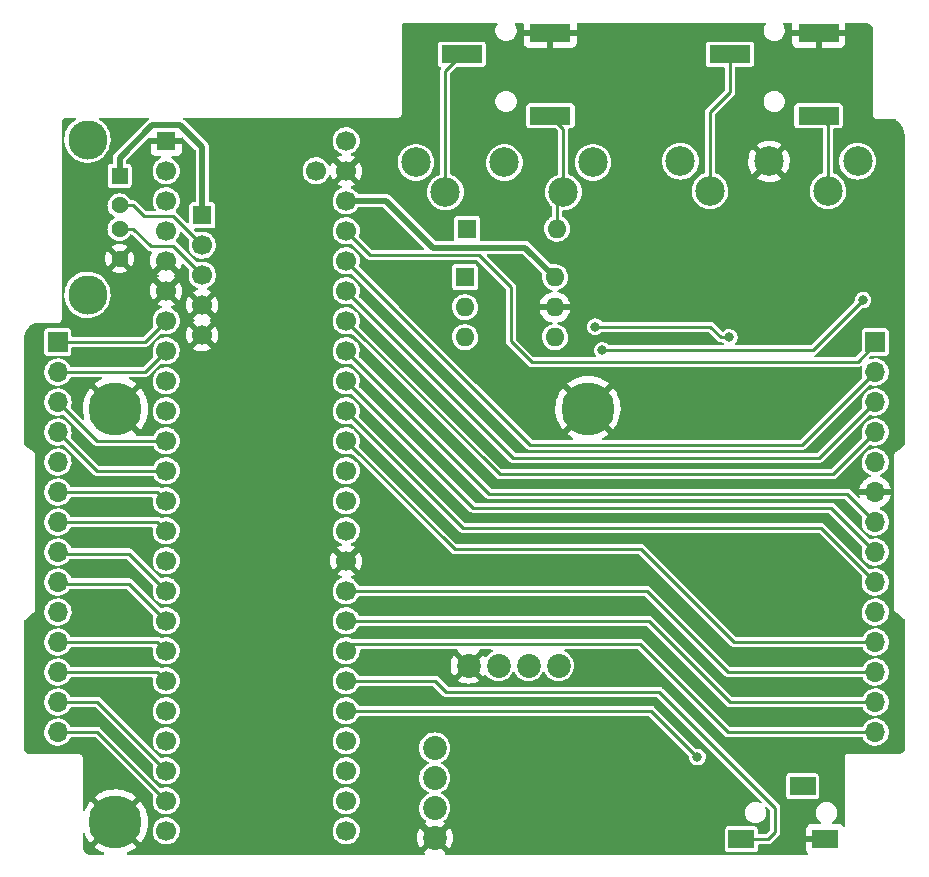
<source format=gbr>
%TF.GenerationSoftware,KiCad,Pcbnew,(6.0.2)*%
%TF.CreationDate,2022-05-28T15:24:10-04:00*%
%TF.ProjectId,bottom,626f7474-6f6d-42e6-9b69-6361645f7063,3.4*%
%TF.SameCoordinates,Original*%
%TF.FileFunction,Copper,L2,Bot*%
%TF.FilePolarity,Positive*%
%FSLAX46Y46*%
G04 Gerber Fmt 4.6, Leading zero omitted, Abs format (unit mm)*
G04 Created by KiCad (PCBNEW (6.0.2)) date 2022-05-28 15:24:10*
%MOMM*%
%LPD*%
G01*
G04 APERTURE LIST*
%TA.AperFunction,ComponentPad*%
%ADD10C,4.500000*%
%TD*%
%TA.AperFunction,ComponentPad*%
%ADD11C,2.020000*%
%TD*%
%TA.AperFunction,ComponentPad*%
%ADD12R,1.700000X1.700000*%
%TD*%
%TA.AperFunction,ComponentPad*%
%ADD13O,1.700000X1.700000*%
%TD*%
%TA.AperFunction,ComponentPad*%
%ADD14R,1.600000X1.600000*%
%TD*%
%TA.AperFunction,ComponentPad*%
%ADD15O,1.600000X1.600000*%
%TD*%
%TA.AperFunction,ComponentPad*%
%ADD16C,1.700000*%
%TD*%
%TA.AperFunction,ComponentPad*%
%ADD17R,1.428000X1.428000*%
%TD*%
%TA.AperFunction,ComponentPad*%
%ADD18C,1.428000*%
%TD*%
%TA.AperFunction,ComponentPad*%
%ADD19C,3.316000*%
%TD*%
%TA.AperFunction,ComponentPad*%
%ADD20C,2.499360*%
%TD*%
%TA.AperFunction,SMDPad,CuDef*%
%ADD21R,3.500000X1.500000*%
%TD*%
%TA.AperFunction,ComponentPad*%
%ADD22R,2.200000X1.600000*%
%TD*%
%TA.AperFunction,ViaPad*%
%ADD23C,0.800000*%
%TD*%
%TA.AperFunction,Conductor*%
%ADD24C,0.508000*%
%TD*%
%TA.AperFunction,Conductor*%
%ADD25C,0.250000*%
%TD*%
G04 APERTURE END LIST*
D10*
%TO.P,H2,1,1*%
%TO.N,Board_0-/bottom/GND*%
X120078000Y-132920000D03*
%TD*%
%TO.P,H3,1,1*%
%TO.N,Board_0-/bottom/GND*%
X120078000Y-97920000D03*
%TD*%
D11*
%TO.P,J96,1*%
%TO.N,Board_0-/bottom/GND*%
X147109860Y-134260000D03*
%TO.P,J96,2*%
%TO.N,Board_0-Net-(J96-Pad2)*%
X147109860Y-131720000D03*
%TO.P,J96,3*%
%TO.N,Board_0-Net-(J96-Pad3)*%
X147109860Y-129180000D03*
%TO.P,J96,4*%
%TO.N,Board_0-unconnected-(J96-Pad4)*%
X147109860Y-126640000D03*
%TD*%
D12*
%TO.P,J31,1,Pin_1*%
%TO.N,Board_0-/bottom/GPIO_13*%
X184402400Y-92280000D03*
D13*
%TO.P,J31,2,Pin_2*%
%TO.N,Board_0-/bottom/GPIO_9*%
X184402400Y-94820000D03*
%TO.P,J31,3,Pin_3*%
%TO.N,Board_0-/bottom/GPIO_10*%
X184402400Y-97360000D03*
%TO.P,J31,4,Pin_4*%
%TO.N,Board_0-/bottom/GPIO_11*%
X184402400Y-99900000D03*
%TO.P,J31,5,Pin_5*%
%TO.N,Board_0-unconnected-(J31-Pad5)*%
X184402400Y-102440000D03*
%TO.P,J31,6,Pin_6*%
%TO.N,Board_0-/bottom/GND*%
X184402400Y-104980000D03*
%TO.P,J31,7,Pin_7*%
%TO.N,Board_0-/bottom/GPIO_6*%
X184402400Y-107520000D03*
%TO.P,J31,8,Pin_8*%
%TO.N,Board_0-/bottom/GPIO_5*%
X184402400Y-110060000D03*
%TO.P,J31,9,Pin_9*%
%TO.N,Board_0-/bottom/GPIO_2*%
X184402400Y-112600000D03*
%TO.P,J31,10,Pin_10*%
%TO.N,Board_0-unconnected-(J31-Pad10)*%
X184402400Y-115140000D03*
%TO.P,J31,11,Pin_11*%
%TO.N,Board_0-/bottom/GPIO_1*%
X184402400Y-117680000D03*
%TO.P,J31,12,Pin_12*%
%TO.N,Board_0-/bottom/GPIO_BPM*%
X184402400Y-120220000D03*
%TO.P,J31,13,Pin_13*%
%TO.N,Board_0-/bottom/GIPO_PATTERN*%
X184402400Y-122760000D03*
%TO.P,J31,14,Pin_14*%
%TO.N,Board_0-/bottom/GPIO_SOUND*%
X184402400Y-125300000D03*
%TD*%
D11*
%TO.P,J99,1*%
%TO.N,Board_0-/bottom/5V*%
X157589860Y-119680000D03*
%TO.P,J99,2*%
%TO.N,Board_0-/bottom/MIDI_IN_EXT*%
X155049860Y-119680000D03*
%TO.P,J99,3*%
%TO.N,Board_0-/bottom/MIDI_OUT_EXT*%
X152509860Y-119680000D03*
%TO.P,J99,4*%
%TO.N,Board_0-/bottom/GND*%
X149969860Y-119680000D03*
%TD*%
D14*
%TO.P,U3,1*%
%TO.N,Board_0-Net-(D1-Pad1)*%
X149665880Y-86791200D03*
D15*
%TO.P,U3,2*%
%TO.N,Board_0-Net-(D1-Pad2)*%
X149665880Y-89331200D03*
%TO.P,U3,3,NC*%
%TO.N,Board_0-unconnected-(U3-Pad3)*%
X149665880Y-91871200D03*
%TO.P,U3,4,VO*%
%TO.N,Board_0-/bottom/MIDI_1_IN*%
X157285880Y-91871200D03*
%TO.P,U3,5,GND*%
%TO.N,Board_0-/bottom/GND*%
X157285880Y-89331200D03*
%TO.P,U3,6,VCC*%
%TO.N,Board_0-/bottom/3.3V*%
X157285880Y-86791200D03*
%TD*%
D14*
%TO.P,U1,1,GND*%
%TO.N,Board_0-/bottom/GND*%
X124369860Y-75240000D03*
D16*
%TO.P,U1,2,0_RX1_CRX2_CS1*%
%TO.N,Board_0-unconnected-(U1-Pad2)*%
X124369860Y-77780000D03*
%TO.P,U1,3,1_TX1_CTX2_MISO1*%
%TO.N,Board_0-unconnected-(U1-Pad3)*%
X124369860Y-80320000D03*
%TO.P,U1,4,2_OUT2*%
%TO.N,Board_0-unconnected-(U1-Pad4)*%
X124369860Y-82860000D03*
%TO.P,U1,5,3_LRCLK2*%
%TO.N,Board_0-/bottom/GND*%
X124369860Y-85400000D03*
%TO.P,U1,6,4_BCLK2*%
X124369860Y-87940000D03*
%TO.P,U1,7,5_IN2*%
%TO.N,Board_0-/bottom/GPIO_14*%
X124369860Y-90480000D03*
%TO.P,U1,8,6_OUT1D*%
%TO.N,Board_0-/bottom/GPIO_15*%
X124369860Y-93020000D03*
%TO.P,U1,9,7_RX2_OUT1A*%
%TO.N,Board_0-unconnected-(U1-Pad9)*%
X124369860Y-95560000D03*
%TO.P,U1,10,8_TX2_IN1*%
%TO.N,Board_0-unconnected-(U1-Pad10)*%
X124369860Y-98100000D03*
%TO.P,U1,11,9_OUT1C*%
%TO.N,Board_0-/bottom/GPIO_WRITE*%
X124369860Y-100640000D03*
%TO.P,U1,12,10_CS_MQSR*%
%TO.N,Board_0-/bottom/GPIO_16*%
X124369860Y-103180000D03*
%TO.P,U1,13,11_MOSI_CTX1*%
%TO.N,Board_0-/bottom/GPIO_12*%
X124369860Y-105720000D03*
%TO.P,U1,14,12_MISO_MQSL*%
%TO.N,Board_0-/bottom/GPIO_PLAY*%
X124369860Y-108260000D03*
%TO.P,U1,15,3V3*%
%TO.N,Board_0-unconnected-(U1-Pad15)*%
X124369860Y-110800000D03*
%TO.P,U1,16,24_A10_TX6_SCL2*%
%TO.N,Board_0-/bottom/GPIO_7*%
X124369860Y-113340000D03*
%TO.P,U1,17,25_A11_RX6_SDA2*%
%TO.N,Board_0-/bottom/GPIO_8*%
X124369860Y-115880000D03*
%TO.P,U1,18,26_A12_MOSI1*%
%TO.N,Board_0-/bottom/GPIO_FX*%
X124369860Y-118420000D03*
%TO.P,U1,19,27_A13_SCK1*%
%TO.N,Board_0-/bottom/GPIO_3*%
X124369860Y-120960000D03*
%TO.P,U1,20,28_RX7*%
%TO.N,Board_0-unconnected-(U1-Pad20)*%
X124369860Y-123500000D03*
%TO.P,U1,21,29_TX7*%
%TO.N,Board_0-unconnected-(U1-Pad21)*%
X124369860Y-126040000D03*
%TO.P,U1,22,30_CRX3*%
%TO.N,Board_0-/bottom/GPIO_4*%
X124369860Y-128580000D03*
%TO.P,U1,23,31_CTX3*%
%TO.N,Board_0-/bottom/GPIO_SPECIAL*%
X124369860Y-131120000D03*
%TO.P,U1,24,32_OUT1B*%
%TO.N,Board_0-unconnected-(U1-Pad24)*%
X124369860Y-133660000D03*
%TO.P,U1,25,33_MCLK2*%
%TO.N,Board_0-unconnected-(U1-Pad25)*%
X139609860Y-133660000D03*
%TO.P,U1,26,34_RX8*%
%TO.N,Board_0-/bottom/MIDI_IN_EXT*%
X139609860Y-131120000D03*
%TO.P,U1,27,35_TX8*%
%TO.N,Board_0-/bottom/MIDI_OUT_EXT*%
X139609860Y-128580000D03*
%TO.P,U1,28,36_CS*%
%TO.N,Board_0-unconnected-(U1-Pad28)*%
X139609860Y-126040000D03*
%TO.P,U1,29,37_CS*%
%TO.N,Board_0-/bottom/ESP32_EN*%
X139609860Y-123500000D03*
%TO.P,U1,30,38_CS1_IN1*%
%TO.N,Board_0-/bottom/SYNC_OUT*%
X139609860Y-120960000D03*
%TO.P,U1,31,39_MISO1_OUT1A*%
%TO.N,Board_0-/bottom/GPIO_SOUND*%
X139609860Y-118420000D03*
%TO.P,U1,32,40_A16*%
%TO.N,Board_0-/bottom/GIPO_PATTERN*%
X139609860Y-115880000D03*
%TO.P,U1,33,41_A17*%
%TO.N,Board_0-/bottom/GPIO_BPM*%
X139609860Y-113340000D03*
%TO.P,U1,34,GND*%
%TO.N,Board_0-/bottom/GND*%
X139609860Y-110800000D03*
%TO.P,U1,35,13_SCK_LED*%
%TO.N,Board_0-Net-(D2-Pad2)*%
X139609860Y-108260000D03*
%TO.P,U1,36,14_A0_TX3_SPDIF_OUT*%
%TO.N,Board_0-/bottom/MIDI_1_OUT*%
X139609860Y-105720000D03*
%TO.P,U1,37,15_A1_RX3_SPDIF_IN*%
%TO.N,Board_0-/bottom/MIDI_1_IN*%
X139609860Y-103180000D03*
%TO.P,U1,38,16_A2_RX4_SCL1*%
%TO.N,Board_0-/bottom/GPIO_1*%
X139609860Y-100640000D03*
%TO.P,U1,39,17_A3_TX4_SDA1*%
%TO.N,Board_0-/bottom/GPIO_2*%
X139609860Y-98100000D03*
%TO.P,U1,40,18_A4_SDA*%
%TO.N,Board_0-/bottom/GPIO_5*%
X139609860Y-95560000D03*
%TO.P,U1,41,19_A5_SCL*%
%TO.N,Board_0-/bottom/GPIO_6*%
X139609860Y-93020000D03*
%TO.P,U1,42,20_A6_TX5_LRCLK1*%
%TO.N,Board_0-/bottom/GPIO_11*%
X139609860Y-90480000D03*
%TO.P,U1,43,21_A7_RX5_BCLK1*%
%TO.N,Board_0-/bottom/GPIO_10*%
X139609860Y-87940000D03*
%TO.P,U1,44,22_A8_CTX1*%
%TO.N,Board_0-/bottom/GPIO_9*%
X139609860Y-85400000D03*
%TO.P,U1,45,23_A9_CRX1_MCLK1*%
%TO.N,Board_0-/bottom/GPIO_13*%
X139609860Y-82860000D03*
%TO.P,U1,46,3V3*%
%TO.N,Board_0-/bottom/3.3V*%
X139609860Y-80320000D03*
%TO.P,U1,47,GND*%
%TO.N,Board_0-/bottom/GND*%
X139609860Y-77780000D03*
%TO.P,U1,48,VIN*%
%TO.N,Board_0-/bottom/5V*%
X139609860Y-75240000D03*
%TO.P,U1,49,VUSB*%
%TO.N,Board_0-unconnected-(U1-Pad49)*%
X137069860Y-77780000D03*
D14*
%TO.P,U1,55,5V*%
%TO.N,Board_0-/bottom/H_USB_5V*%
X127420660Y-81539200D03*
D16*
%TO.P,U1,56,D-*%
%TO.N,Board_0-/bottom/H_USB_D-*%
X127420660Y-84079200D03*
%TO.P,U1,57,D+*%
%TO.N,Board_0-/bottom/H_USB_D+*%
X127420660Y-86619200D03*
%TO.P,U1,58,GND*%
%TO.N,Board_0-/bottom/GND*%
X127420660Y-89159200D03*
%TO.P,U1,59,GND*%
X127420660Y-91699200D03*
%TD*%
D12*
%TO.P,J32,1,Pin_1*%
%TO.N,Board_0-/bottom/GPIO_14*%
X115202400Y-92280000D03*
D13*
%TO.P,J32,2,Pin_2*%
%TO.N,Board_0-/bottom/GPIO_15*%
X115202400Y-94820000D03*
%TO.P,J32,3,Pin_3*%
%TO.N,Board_0-/bottom/GPIO_WRITE*%
X115202400Y-97360000D03*
%TO.P,J32,4,Pin_4*%
%TO.N,Board_0-/bottom/GPIO_16*%
X115202400Y-99900000D03*
%TO.P,J32,5,Pin_5*%
%TO.N,Board_0-unconnected-(J32-Pad5)*%
X115202400Y-102440000D03*
%TO.P,J32,6,Pin_6*%
%TO.N,Board_0-/bottom/GPIO_12*%
X115202400Y-104980000D03*
%TO.P,J32,7,Pin_7*%
%TO.N,Board_0-/bottom/GPIO_PLAY*%
X115202400Y-107520000D03*
%TO.P,J32,8,Pin_8*%
%TO.N,Board_0-/bottom/GPIO_7*%
X115202400Y-110060000D03*
%TO.P,J32,9,Pin_9*%
%TO.N,Board_0-/bottom/GPIO_8*%
X115202400Y-112600000D03*
%TO.P,J32,10,Pin_10*%
%TO.N,Board_0-unconnected-(J32-Pad10)*%
X115202400Y-115140000D03*
%TO.P,J32,11,Pin_11*%
%TO.N,Board_0-/bottom/GPIO_FX*%
X115202400Y-117680000D03*
%TO.P,J32,12,Pin_12*%
%TO.N,Board_0-/bottom/GPIO_3*%
X115202400Y-120220000D03*
%TO.P,J32,13,Pin_13*%
%TO.N,Board_0-/bottom/GPIO_4*%
X115202400Y-122760000D03*
%TO.P,J32,14,Pin_14*%
%TO.N,Board_0-/bottom/GPIO_SPECIAL*%
X115202400Y-125300000D03*
%TD*%
D17*
%TO.P,J70,1,VBUS*%
%TO.N,Board_0-/bottom/H_USB_5V*%
X120419860Y-78210000D03*
D18*
%TO.P,J70,2,D-*%
%TO.N,Board_0-/bottom/H_USB_D-*%
X120419860Y-80710000D03*
%TO.P,J70,3,D+*%
%TO.N,Board_0-/bottom/H_USB_D+*%
X120419860Y-82710000D03*
%TO.P,J70,4,GND*%
%TO.N,Board_0-/bottom/GND*%
X120419860Y-85210000D03*
D19*
%TO.P,J70,SH1*%
%TO.N,N/C*%
X117709860Y-75140000D03*
%TO.P,J70,SH2*%
X117709860Y-88280000D03*
%TD*%
D14*
%TO.P,D1,1,K*%
%TO.N,Board_0-Net-(D1-Pad1)*%
X149842400Y-82680000D03*
D15*
%TO.P,D1,2,A*%
%TO.N,Board_0-Net-(D1-Pad2)*%
X157462400Y-82680000D03*
%TD*%
D20*
%TO.P,J40,1*%
%TO.N,Board_0-unconnected-(J40-Pad1)*%
X145511780Y-77077200D03*
%TO.P,J40,2*%
%TO.N,Board_0-unconnected-(J40-Pad2)*%
X153009860Y-77079740D03*
%TO.P,J40,3*%
%TO.N,Board_0-unconnected-(J40-Pad3)*%
X160507940Y-77077200D03*
%TO.P,J40,4*%
%TO.N,Board_0-Net-(J40-Pad4)*%
X148013680Y-79579100D03*
%TO.P,J40,5*%
%TO.N,Board_0-Net-(D1-Pad2)*%
X158006040Y-79579100D03*
%TD*%
D10*
%TO.P,H1,1,1*%
%TO.N,Board_0-/bottom/GND*%
X160078000Y-97920000D03*
%TD*%
D20*
%TO.P,J90,1*%
%TO.N,Board_0-unconnected-(J90-Pad1)*%
X167911780Y-76977200D03*
%TO.P,J90,2*%
%TO.N,Board_0-/bottom/GND*%
X175409860Y-76979740D03*
%TO.P,J90,3*%
%TO.N,Board_0-unconnected-(J90-Pad3)*%
X182907940Y-76977200D03*
%TO.P,J90,4*%
%TO.N,Board_0-Net-(J81-Pad3)*%
X170413680Y-79479100D03*
%TO.P,J90,5*%
%TO.N,Board_0-Net-(J81-Pad2)*%
X180406040Y-79479100D03*
%TD*%
D21*
%TO.P,J82,1*%
%TO.N,Board_0-/bottom/GND*%
X156902400Y-66120000D03*
%TO.P,J82,2*%
%TO.N,Board_0-Net-(D1-Pad2)*%
X156902400Y-73120000D03*
%TO.P,J82,3*%
%TO.N,Board_0-Net-(J40-Pad4)*%
X149402400Y-67920000D03*
%TD*%
%TO.P,J81,1*%
%TO.N,Board_0-/bottom/GND*%
X179602400Y-66120000D03*
%TO.P,J81,2*%
%TO.N,Board_0-Net-(J81-Pad2)*%
X179602400Y-73120000D03*
%TO.P,J81,3*%
%TO.N,Board_0-Net-(J81-Pad3)*%
X172102400Y-67920000D03*
%TD*%
D22*
%TO.P,J0,1*%
%TO.N,Board_0-/bottom/GND*%
X180152400Y-134380000D03*
%TO.P,J0,2*%
%TO.N,Board_0-/bottom/SYNC_OUT*%
X173079400Y-134380000D03*
%TO.P,J0,3*%
%TO.N,Board_0-unconnected-(J0-Pad3)*%
X178247400Y-129880000D03*
%TD*%
D23*
%TO.N,Board_0-/bottom/ESP32_EN*%
X169352400Y-127430000D03*
%TO.N,Board_0-/bottom/GND*%
X164702400Y-127480000D03*
X164702400Y-132480000D03*
X163702400Y-132480000D03*
X164702400Y-133480000D03*
X164702400Y-124480000D03*
X161702400Y-124480000D03*
X171602400Y-130880000D03*
X163702400Y-111080000D03*
X161702400Y-126480000D03*
X175402400Y-118730000D03*
X162702400Y-124480000D03*
X163702400Y-128480000D03*
X161702400Y-132480000D03*
X160702400Y-126480000D03*
X163752400Y-112080000D03*
X163702400Y-127480000D03*
X164702400Y-128480000D03*
X160702400Y-133480000D03*
X163702400Y-129480000D03*
X162702400Y-126480000D03*
X164702400Y-129480000D03*
X164702400Y-131480000D03*
X163702400Y-126480000D03*
X161702400Y-128480000D03*
X162702400Y-132480000D03*
X162702400Y-125480000D03*
X162702400Y-127480000D03*
X162652400Y-112130000D03*
X164702400Y-130480000D03*
X163702400Y-125480000D03*
X160702400Y-128480000D03*
X162702400Y-130480000D03*
X160702400Y-127480000D03*
X162602400Y-111130000D03*
X161702400Y-130480000D03*
X175352400Y-124030000D03*
X163702400Y-133480000D03*
X161702400Y-133480000D03*
X164702400Y-126480000D03*
X161702400Y-127480000D03*
X162702400Y-128480000D03*
X162702400Y-133480000D03*
X164702400Y-125480000D03*
X175402400Y-121480000D03*
X161702400Y-125480000D03*
X162702400Y-131480000D03*
X161702400Y-131480000D03*
X160702400Y-125480000D03*
X160702400Y-132480000D03*
X161702400Y-129480000D03*
X160702400Y-130480000D03*
X160702400Y-131480000D03*
X160702400Y-129480000D03*
X160702400Y-124480000D03*
X163702400Y-131480000D03*
X163702400Y-130480000D03*
X162702400Y-129480000D03*
X163702400Y-124480000D03*
%TO.N,Board_0-/bottom/MIDI_1_OUT*%
X160709860Y-90980000D03*
X172052400Y-91880000D03*
%TO.N,Board_0-Net-(D2-Pad2)*%
X183359860Y-88730000D03*
X161309860Y-92980000D03*
%TD*%
D24*
%TO.N,Board_0-/bottom/3.3V*%
X142992400Y-80320000D02*
X146952400Y-84280000D01*
X154774680Y-84280000D02*
X157285880Y-86791200D01*
X139609860Y-80320000D02*
X142992400Y-80320000D01*
X146952400Y-84280000D02*
X154774680Y-84280000D01*
D25*
%TO.N,Board_0-/bottom/ESP32_EN*%
X165422400Y-123500000D02*
X169352400Y-127430000D01*
X139609860Y-123500000D02*
X165422400Y-123500000D01*
%TO.N,Board_0-/bottom/GIPO_PATTERN*%
X184402400Y-122760000D02*
X172090780Y-122760000D01*
X172090780Y-122760000D02*
X165210780Y-115880000D01*
X165210780Y-115880000D02*
X139609860Y-115880000D01*
%TO.N,Board_0-/bottom/GPIO_1*%
X164602400Y-109830000D02*
X172452400Y-117680000D01*
X149352400Y-109830000D02*
X164602400Y-109830000D01*
X139609860Y-100640000D02*
X148799860Y-109830000D01*
X172452400Y-117680000D02*
X184402400Y-117680000D01*
X148799860Y-109830000D02*
X149352400Y-109830000D01*
%TO.N,Board_0-/bottom/GPIO_10*%
X179682400Y-102080000D02*
X184402400Y-97360000D01*
X153749860Y-102080000D02*
X179682400Y-102080000D01*
X139609860Y-87940000D02*
X153749860Y-102080000D01*
%TO.N,Board_0-/bottom/GPIO_11*%
X180822400Y-103480000D02*
X184402400Y-99900000D01*
X139609860Y-90480000D02*
X152609860Y-103480000D01*
X152609860Y-103480000D02*
X180822400Y-103480000D01*
%TO.N,Board_0-/bottom/GPIO_12*%
X115202400Y-104980000D02*
X123629860Y-104980000D01*
X123629860Y-104980000D02*
X124369860Y-105720000D01*
%TO.N,Board_0-/bottom/GPIO_13*%
X155302400Y-93980000D02*
X182902400Y-93980000D01*
X150830920Y-84908520D02*
X153552400Y-87630000D01*
X153552400Y-92230000D02*
X155302400Y-93980000D01*
X184402400Y-92480000D02*
X184402400Y-92280000D01*
X139609860Y-82860000D02*
X141658380Y-84908520D01*
X141658380Y-84908520D02*
X150830920Y-84908520D01*
X153552400Y-87630000D02*
X153552400Y-92230000D01*
X182902400Y-93980000D02*
X184402400Y-92480000D01*
%TO.N,Board_0-/bottom/GPIO_14*%
X122569860Y-92280000D02*
X124369860Y-90480000D01*
X115202400Y-92280000D02*
X122569860Y-92280000D01*
%TO.N,Board_0-/bottom/GPIO_15*%
X122569860Y-94820000D02*
X124369860Y-93020000D01*
X115202400Y-94820000D02*
X122569860Y-94820000D01*
%TO.N,Board_0-/bottom/GPIO_16*%
X118482400Y-103180000D02*
X124369860Y-103180000D01*
X115202400Y-99900000D02*
X118482400Y-103180000D01*
%TO.N,Board_0-/bottom/GPIO_2*%
X139609860Y-98100000D02*
X140229860Y-98100000D01*
X139609860Y-98100000D02*
X149539860Y-108030000D01*
X149539860Y-108030000D02*
X179832400Y-108030000D01*
X179832400Y-108030000D02*
X184402400Y-112600000D01*
%TO.N,Board_0-/bottom/GPIO_3*%
X115202400Y-120220000D02*
X123629860Y-120220000D01*
X123629860Y-120220000D02*
X124369860Y-120960000D01*
%TO.N,Board_0-/bottom/GPIO_4*%
X115202400Y-122760000D02*
X118549860Y-122760000D01*
X118549860Y-122760000D02*
X124369860Y-128580000D01*
%TO.N,Board_0-/bottom/GPIO_5*%
X139609860Y-95560000D02*
X150349830Y-106299970D01*
X180642370Y-106299970D02*
X184402400Y-110060000D01*
X150349830Y-106299970D02*
X180642370Y-106299970D01*
%TO.N,Board_0-/bottom/GPIO_6*%
X182012400Y-105130000D02*
X184402400Y-107520000D01*
X139609860Y-93020000D02*
X151719860Y-105130000D01*
X151719860Y-105130000D02*
X182012400Y-105130000D01*
%TO.N,Board_0-/bottom/GPIO_7*%
X121215380Y-110185520D02*
X124369860Y-113340000D01*
X115098200Y-110185520D02*
X121215380Y-110185520D01*
%TO.N,Board_0-/bottom/GPIO_8*%
X115098200Y-112725520D02*
X121215380Y-112725520D01*
X121215380Y-112725520D02*
X124369860Y-115880000D01*
%TO.N,Board_0-/bottom/GPIO_9*%
X139609860Y-85400000D02*
X155189860Y-100980000D01*
X155189860Y-100980000D02*
X178242400Y-100980000D01*
X178242400Y-100980000D02*
X184402400Y-94820000D01*
%TO.N,Board_0-/bottom/GPIO_BPM*%
X171949860Y-120220000D02*
X165069860Y-113340000D01*
X184402400Y-120220000D02*
X171949860Y-120220000D01*
X165069860Y-113340000D02*
X139609860Y-113340000D01*
%TO.N,Board_0-/bottom/GPIO_FX*%
X123629860Y-117680000D02*
X124369860Y-118420000D01*
X115202400Y-117680000D02*
X123629860Y-117680000D01*
%TO.N,Board_0-/bottom/GPIO_PLAY*%
X123629860Y-107520000D02*
X124369860Y-108260000D01*
X115202400Y-107520000D02*
X123629860Y-107520000D01*
%TO.N,Board_0-/bottom/GPIO_SOUND*%
X184402400Y-125300000D02*
X171929860Y-125300000D01*
X140149860Y-117880000D02*
X139609860Y-118420000D01*
X171929860Y-125300000D02*
X164509860Y-117880000D01*
X164509860Y-117880000D02*
X140149860Y-117880000D01*
%TO.N,Board_0-/bottom/GPIO_SPECIAL*%
X115202400Y-125300000D02*
X118549860Y-125300000D01*
X118549860Y-125300000D02*
X124369860Y-131120000D01*
%TO.N,Board_0-/bottom/GPIO_WRITE*%
X115202400Y-97360000D02*
X118482400Y-100640000D01*
X118482400Y-100640000D02*
X124369860Y-100640000D01*
D24*
%TO.N,Board_0-/bottom/H_USB_5V*%
X123166659Y-73935999D02*
X125573061Y-73935999D01*
X120419860Y-78210000D02*
X120419860Y-76682798D01*
X127420660Y-75783598D02*
X127420660Y-81539200D01*
X120419860Y-76682798D02*
X123166659Y-73935999D01*
X125573061Y-73935999D02*
X127420660Y-75783598D01*
D25*
%TO.N,Board_0-/bottom/H_USB_D+*%
X121579860Y-82710000D02*
X123044859Y-84174999D01*
X124976459Y-84174999D02*
X127420660Y-86619200D01*
X123044859Y-84174999D02*
X124976459Y-84174999D01*
X120419860Y-82710000D02*
X121579860Y-82710000D01*
%TO.N,Board_0-/bottom/H_USB_D-*%
X124976459Y-81634999D02*
X127420660Y-84079200D01*
X120419860Y-80710000D02*
X121579860Y-80710000D01*
X121579860Y-80710000D02*
X122504859Y-81634999D01*
X122504859Y-81634999D02*
X124976459Y-81634999D01*
%TO.N,Board_0-/bottom/MIDI_1_OUT*%
X160709860Y-90980000D02*
X170452400Y-90980000D01*
X170452400Y-90980000D02*
X171352400Y-91880000D01*
X171352400Y-91880000D02*
X172052400Y-91880000D01*
%TO.N,Board_0-/bottom/SYNC_OUT*%
X175952400Y-133730000D02*
X175952400Y-131730000D01*
X175952400Y-131730000D02*
X166102400Y-121880000D01*
X172884400Y-134380000D02*
X175302400Y-134380000D01*
X147132400Y-120960000D02*
X148052400Y-121880000D01*
X139609860Y-120960000D02*
X147132400Y-120960000D01*
X175302400Y-134380000D02*
X175952400Y-133730000D01*
X148052400Y-121880000D02*
X166102400Y-121880000D01*
X139609860Y-120960000D02*
X139714371Y-121064511D01*
%TO.N,Board_0-Net-(D1-Pad2)*%
X157462400Y-80122740D02*
X158006040Y-79579100D01*
X158006040Y-79579100D02*
X158006040Y-74223640D01*
X158006040Y-74223640D02*
X156902400Y-73120000D01*
X157462400Y-82680000D02*
X157462400Y-80122740D01*
X157372400Y-80212740D02*
X158006040Y-79579100D01*
%TO.N,Board_0-Net-(D2-Pad2)*%
X183359860Y-88730000D02*
X183409860Y-88680000D01*
X179109860Y-92980000D02*
X183359860Y-88730000D01*
X161309860Y-92980000D02*
X179109860Y-92980000D01*
%TO.N,Board_0-Net-(J40-Pad4)*%
X148013680Y-79579100D02*
X147352400Y-78917820D01*
X148013680Y-79579100D02*
X148013680Y-69308720D01*
X148013680Y-69308720D02*
X149402400Y-67920000D01*
%TO.N,Board_0-Net-(J81-Pad2)*%
X180406040Y-73923640D02*
X179602400Y-73120000D01*
X180406040Y-79479100D02*
X180406040Y-73923640D01*
%TO.N,Board_0-Net-(J81-Pad3)*%
X170413680Y-79479100D02*
X170413680Y-72818720D01*
X170413680Y-72818720D02*
X172102400Y-71130000D01*
X172102400Y-71130000D02*
X172102400Y-67920000D01*
%TD*%
%TA.AperFunction,Conductor*%
%TO.N,Board_0-/bottom/GND*%
G36*
X183530406Y-65234628D02*
G01*
X183541738Y-65234839D01*
X183546953Y-65235075D01*
X183583575Y-65237699D01*
X183588775Y-65238210D01*
X183608303Y-65240653D01*
X183625223Y-65242770D01*
X183630398Y-65243557D01*
X183666518Y-65250031D01*
X183671646Y-65251091D01*
X183707387Y-65259469D01*
X183712430Y-65260792D01*
X183747708Y-65271058D01*
X183752692Y-65272653D01*
X183773986Y-65280091D01*
X183787081Y-65284665D01*
X183787344Y-65284757D01*
X183792239Y-65286614D01*
X183793316Y-65287055D01*
X183826226Y-65300546D01*
X183831010Y-65302657D01*
X183864199Y-65318358D01*
X183868859Y-65320716D01*
X183901122Y-65338124D01*
X183905663Y-65340731D01*
X183937034Y-65359865D01*
X183941414Y-65362698D01*
X183971693Y-65383438D01*
X183975932Y-65386510D01*
X184001128Y-65405804D01*
X184005108Y-65408852D01*
X184009184Y-65412148D01*
X184037133Y-65436000D01*
X184041024Y-65439503D01*
X184067616Y-65464745D01*
X184071317Y-65468448D01*
X184096591Y-65495117D01*
X184100094Y-65499016D01*
X184123886Y-65526944D01*
X184127170Y-65531012D01*
X184149466Y-65560176D01*
X184152509Y-65564382D01*
X184173242Y-65594696D01*
X184176067Y-65599070D01*
X184194686Y-65629648D01*
X184209126Y-65681108D01*
X184210198Y-69916863D01*
X184210961Y-72926791D01*
X184210985Y-73023495D01*
X184210513Y-73033181D01*
X184209802Y-73040435D01*
X184207259Y-73049217D01*
X184209453Y-73074551D01*
X184210634Y-73088192D01*
X184211003Y-73096704D01*
X184211006Y-73106981D01*
X184211842Y-73111464D01*
X184211842Y-73111465D01*
X184212460Y-73114780D01*
X184213768Y-73124383D01*
X184216902Y-73160559D01*
X184220917Y-73168773D01*
X184222496Y-73174465D01*
X184224616Y-73179956D01*
X184226292Y-73188942D01*
X184231090Y-73196721D01*
X184231091Y-73196724D01*
X184245358Y-73219856D01*
X184250039Y-73228350D01*
X184265981Y-73260965D01*
X184272682Y-73267182D01*
X184276201Y-73271920D01*
X184280163Y-73276287D01*
X184284960Y-73284064D01*
X184313869Y-73306035D01*
X184321287Y-73312269D01*
X184347915Y-73336970D01*
X184356405Y-73340358D01*
X184361392Y-73343510D01*
X184366662Y-73346159D01*
X184373937Y-73351688D01*
X184382713Y-73354227D01*
X184382715Y-73354228D01*
X184408809Y-73361777D01*
X184417982Y-73364925D01*
X184451718Y-73378385D01*
X184457991Y-73379000D01*
X184458992Y-73379000D01*
X184463380Y-73379728D01*
X184463420Y-73379317D01*
X184472512Y-73380206D01*
X184481294Y-73382747D01*
X184490400Y-73381956D01*
X184520159Y-73379371D01*
X184528726Y-73379000D01*
X184737345Y-73379001D01*
X186007124Y-73379005D01*
X186059178Y-73393795D01*
X186110989Y-73425823D01*
X186123958Y-73433840D01*
X186128278Y-73436669D01*
X186196996Y-73484273D01*
X186201162Y-73487323D01*
X186267276Y-73538423D01*
X186271266Y-73541676D01*
X186311515Y-73576284D01*
X186334619Y-73596150D01*
X186338444Y-73599616D01*
X186393255Y-73651954D01*
X186398870Y-73657316D01*
X186402505Y-73660973D01*
X186459810Y-73721712D01*
X186463249Y-73725553D01*
X186517336Y-73789226D01*
X186520574Y-73793246D01*
X186541986Y-73821295D01*
X186571262Y-73859646D01*
X186574287Y-73863830D01*
X186621457Y-73932801D01*
X186624258Y-73937135D01*
X186642136Y-73966446D01*
X186667789Y-74008506D01*
X186670358Y-74012977D01*
X186689924Y-74049179D01*
X186710070Y-74086453D01*
X186712406Y-74091057D01*
X186748256Y-74166550D01*
X186750348Y-74171270D01*
X186777876Y-74238011D01*
X186782180Y-74248447D01*
X186784023Y-74253268D01*
X186811813Y-74332065D01*
X186813403Y-74336979D01*
X186837037Y-74417089D01*
X186838368Y-74422075D01*
X186857804Y-74503346D01*
X186858874Y-74508401D01*
X186874047Y-74590592D01*
X186874852Y-74595693D01*
X186885714Y-74678532D01*
X186886251Y-74683666D01*
X186892780Y-74766950D01*
X186893049Y-74772106D01*
X186895364Y-74860875D01*
X186895398Y-74863424D01*
X186899554Y-87636403D01*
X186900978Y-92012744D01*
X186900982Y-92026534D01*
X186900970Y-92027013D01*
X186900940Y-92027324D01*
X186900999Y-92080708D01*
X186901008Y-92108002D01*
X186901027Y-92108104D01*
X186901029Y-92108157D01*
X186910786Y-100918035D01*
X186891943Y-100976247D01*
X186873551Y-100995513D01*
X186378215Y-101390938D01*
X186168259Y-101558545D01*
X186149979Y-101570114D01*
X186139034Y-101575464D01*
X186118763Y-101597316D01*
X186115390Y-101600750D01*
X186112027Y-101603435D01*
X186109044Y-101606885D01*
X186098586Y-101618979D01*
X186096302Y-101621530D01*
X186063029Y-101657398D01*
X186061028Y-101662414D01*
X186057493Y-101666502D01*
X186047069Y-101695537D01*
X186040968Y-101712531D01*
X186039757Y-101715729D01*
X186021615Y-101761201D01*
X186021000Y-101767474D01*
X186021000Y-101768147D01*
X186019729Y-101771687D01*
X186019935Y-101780443D01*
X186019935Y-101780446D01*
X186020973Y-101824474D01*
X186021000Y-101826806D01*
X186021000Y-114890767D01*
X186019170Y-114909714D01*
X186015814Y-114926925D01*
X186017411Y-114935921D01*
X186017411Y-114935924D01*
X186020910Y-114955634D01*
X186021000Y-114956302D01*
X186021000Y-114957407D01*
X186025767Y-114983003D01*
X186025859Y-114983506D01*
X186035348Y-115036963D01*
X186036025Y-115038082D01*
X186036265Y-115039372D01*
X186040833Y-115046782D01*
X186040833Y-115046783D01*
X186064695Y-115085494D01*
X186065104Y-115086163D01*
X186093185Y-115132593D01*
X186094443Y-115133753D01*
X186094909Y-115134509D01*
X186096927Y-115136044D01*
X186097819Y-115136866D01*
X186102531Y-115140428D01*
X186102534Y-115140431D01*
X186129133Y-115160536D01*
X186129360Y-115160707D01*
X186182798Y-115201342D01*
X186182801Y-115201344D01*
X186183869Y-115202156D01*
X186184313Y-115202285D01*
X186184625Y-115202479D01*
X186243716Y-115247143D01*
X186866290Y-115717714D01*
X186921695Y-115759592D01*
X186956716Y-115809764D01*
X186961000Y-115838570D01*
X186961000Y-126668732D01*
X186960439Y-126679255D01*
X186954868Y-126731373D01*
X186953299Y-126746046D01*
X186951836Y-126755439D01*
X186944731Y-126790015D01*
X186942219Y-126799715D01*
X186937347Y-126815246D01*
X186931964Y-126832406D01*
X186928482Y-126841808D01*
X186914979Y-126873277D01*
X186910565Y-126882276D01*
X186891469Y-126916680D01*
X186887569Y-126923118D01*
X186883698Y-126928991D01*
X186879324Y-126935107D01*
X186855283Y-126966165D01*
X186848752Y-126973773D01*
X186825128Y-126998626D01*
X186817860Y-127005535D01*
X186788060Y-127031117D01*
X186782176Y-127035792D01*
X186772385Y-127042981D01*
X186768290Y-127045832D01*
X186758168Y-127052502D01*
X186751753Y-127056388D01*
X186717416Y-127075446D01*
X186708416Y-127079861D01*
X186676893Y-127093389D01*
X186667500Y-127096867D01*
X186663389Y-127098157D01*
X186630024Y-127108625D01*
X186622777Y-127110600D01*
X186618085Y-127111689D01*
X186615919Y-127112192D01*
X186608531Y-127113613D01*
X186591710Y-127116190D01*
X186569632Y-127119572D01*
X186559654Y-127120587D01*
X186545855Y-127121287D01*
X186515444Y-127122828D01*
X186510398Y-127122955D01*
X184521663Y-127122071D01*
X182167031Y-127121025D01*
X182157612Y-127119706D01*
X182157536Y-127120517D01*
X182148434Y-127119659D01*
X182139646Y-127117150D01*
X182111368Y-127119706D01*
X182101587Y-127120590D01*
X182092633Y-127120992D01*
X182089403Y-127120991D01*
X182083231Y-127120988D01*
X182074557Y-127122600D01*
X182065397Y-127123862D01*
X182056676Y-127124650D01*
X182037443Y-127126388D01*
X182037441Y-127126388D01*
X182028341Y-127127211D01*
X182020148Y-127131254D01*
X182015117Y-127132669D01*
X182010246Y-127134546D01*
X182001260Y-127136216D01*
X181969566Y-127155732D01*
X181961484Y-127160202D01*
X181936313Y-127172623D01*
X181936311Y-127172624D01*
X181928119Y-127176667D01*
X181921930Y-127183389D01*
X181917753Y-127186516D01*
X181913879Y-127190026D01*
X181906096Y-127194818D01*
X181883557Y-127224430D01*
X181877625Y-127231511D01*
X181873021Y-127236512D01*
X181858610Y-127252164D01*
X181858609Y-127252166D01*
X181852422Y-127258886D01*
X181849069Y-127267383D01*
X181846301Y-127271798D01*
X181843947Y-127276474D01*
X181838410Y-127283748D01*
X181828175Y-127319034D01*
X181828046Y-127319478D01*
X181825059Y-127328225D01*
X181811398Y-127362843D01*
X181810806Y-127369118D01*
X181810813Y-127371060D01*
X181810502Y-127375395D01*
X181809821Y-127382307D01*
X181807276Y-127391083D01*
X181810705Y-127430874D01*
X181811068Y-127438984D01*
X181832708Y-133209637D01*
X181814019Y-133267898D01*
X181764655Y-133304047D01*
X181703470Y-133304277D01*
X181654488Y-133269380D01*
X181619536Y-133222743D01*
X181609656Y-133212863D01*
X181504508Y-133134059D01*
X181492255Y-133127351D01*
X181368422Y-133080928D01*
X181356433Y-133078077D01*
X181303148Y-133072289D01*
X181297814Y-133072000D01*
X180818282Y-133072000D01*
X180760091Y-133053093D01*
X180724127Y-133003593D01*
X180724127Y-132942407D01*
X180760091Y-132892907D01*
X180768782Y-132887263D01*
X180774805Y-132883786D01*
X180811616Y-132862533D01*
X180821044Y-132854044D01*
X180948435Y-132739341D01*
X180948438Y-132739337D01*
X180952288Y-132735871D01*
X181063551Y-132582730D01*
X181072759Y-132562050D01*
X181138435Y-132414540D01*
X181138435Y-132414539D01*
X181140544Y-132409803D01*
X181179900Y-132224646D01*
X181179900Y-132035354D01*
X181144836Y-131870391D01*
X181141622Y-131855268D01*
X181141622Y-131855267D01*
X181140544Y-131850197D01*
X181092720Y-131742784D01*
X181065659Y-131682004D01*
X181065658Y-131682002D01*
X181063551Y-131677270D01*
X180952288Y-131524129D01*
X180948438Y-131520663D01*
X180948435Y-131520659D01*
X180815472Y-131400939D01*
X180811616Y-131397467D01*
X180807125Y-131394874D01*
X180652174Y-131305413D01*
X180652172Y-131305412D01*
X180647684Y-131302821D01*
X180642754Y-131301219D01*
X180472588Y-131245928D01*
X180472583Y-131245927D01*
X180467656Y-131244326D01*
X180326592Y-131229500D01*
X180232208Y-131229500D01*
X180091144Y-131244326D01*
X180086217Y-131245927D01*
X180086212Y-131245928D01*
X179916046Y-131301219D01*
X179911116Y-131302821D01*
X179906628Y-131305412D01*
X179906626Y-131305413D01*
X179751675Y-131394874D01*
X179747184Y-131397467D01*
X179743328Y-131400939D01*
X179610365Y-131520659D01*
X179610362Y-131520663D01*
X179606512Y-131524129D01*
X179495249Y-131677270D01*
X179493142Y-131682002D01*
X179493141Y-131682004D01*
X179466080Y-131742784D01*
X179418256Y-131850197D01*
X179417178Y-131855267D01*
X179417178Y-131855268D01*
X179413964Y-131870391D01*
X179378900Y-132035354D01*
X179378900Y-132224646D01*
X179418256Y-132409803D01*
X179420365Y-132414539D01*
X179420365Y-132414540D01*
X179486042Y-132562050D01*
X179495249Y-132582730D01*
X179606512Y-132735871D01*
X179610362Y-132739337D01*
X179610365Y-132739341D01*
X179737756Y-132854044D01*
X179747184Y-132862533D01*
X179751675Y-132865126D01*
X179751682Y-132865131D01*
X179790019Y-132887265D01*
X179830960Y-132932734D01*
X179837356Y-132993585D01*
X179806763Y-133046573D01*
X179750867Y-133071459D01*
X179740519Y-133072001D01*
X179006989Y-133072001D01*
X179001649Y-133072290D01*
X178948365Y-133078078D01*
X178936380Y-133080927D01*
X178812545Y-133127351D01*
X178800292Y-133134059D01*
X178695144Y-133212863D01*
X178685263Y-133222744D01*
X178606459Y-133327892D01*
X178599751Y-133340145D01*
X178553328Y-133463978D01*
X178550477Y-133475967D01*
X178544689Y-133529252D01*
X178544400Y-133534586D01*
X178544400Y-134110320D01*
X178548522Y-134123005D01*
X178552643Y-134126000D01*
X180307400Y-134126000D01*
X180365591Y-134144907D01*
X180401555Y-134194407D01*
X180406400Y-134225000D01*
X180406400Y-134535000D01*
X180387493Y-134593191D01*
X180337993Y-134629155D01*
X180307400Y-134634000D01*
X178560081Y-134634000D01*
X178547396Y-134638122D01*
X178544401Y-134642243D01*
X178544401Y-135225411D01*
X178544690Y-135230751D01*
X178550478Y-135284035D01*
X178553327Y-135296020D01*
X178599751Y-135419855D01*
X178606459Y-135432108D01*
X178674737Y-135523212D01*
X178694505Y-135581116D01*
X178676463Y-135639581D01*
X178627501Y-135676275D01*
X178595515Y-135681584D01*
X157182704Y-135681379D01*
X148044881Y-135681291D01*
X147986690Y-135662383D01*
X147950727Y-135612883D01*
X147950728Y-135551697D01*
X147969602Y-135517996D01*
X147985928Y-135498880D01*
X147981344Y-135490694D01*
X147120946Y-134630296D01*
X147109063Y-134624242D01*
X147104032Y-134625038D01*
X146239782Y-135489288D01*
X146234000Y-135500636D01*
X146247344Y-135515072D01*
X146272960Y-135570637D01*
X146261023Y-135630646D01*
X146216093Y-135672179D01*
X146174645Y-135681273D01*
X144163113Y-135681254D01*
X121119638Y-135681033D01*
X121061448Y-135662125D01*
X121025485Y-135612625D01*
X121025486Y-135551439D01*
X121061450Y-135501940D01*
X121080560Y-135491073D01*
X121316748Y-135389599D01*
X121322063Y-135386926D01*
X121604465Y-135222894D01*
X121609424Y-135219600D01*
X121829950Y-135053119D01*
X121837590Y-135042188D01*
X121837561Y-135040601D01*
X121834504Y-135035714D01*
X120089086Y-133290296D01*
X120077203Y-133284242D01*
X120072172Y-133285038D01*
X118326531Y-135030679D01*
X118320477Y-135042562D01*
X118320855Y-135044954D01*
X118323599Y-135048333D01*
X118475092Y-135170355D01*
X118479955Y-135173812D01*
X118757066Y-135346633D01*
X118762289Y-135349469D01*
X119058155Y-135487748D01*
X119063754Y-135489965D01*
X119110898Y-135528967D01*
X119126114Y-135588230D01*
X119103589Y-135645119D01*
X119051928Y-135677903D01*
X119027311Y-135681013D01*
X118192065Y-135681005D01*
X117837834Y-135681001D01*
X117802496Y-135674478D01*
X117783159Y-135667089D01*
X117778356Y-135665107D01*
X117746091Y-135650789D01*
X117741395Y-135648555D01*
X117709948Y-135632567D01*
X117705362Y-135630082D01*
X117674763Y-135612438D01*
X117670316Y-135609715D01*
X117660809Y-135603544D01*
X117640719Y-135590504D01*
X117636435Y-135587560D01*
X117607889Y-135566817D01*
X117603778Y-135563660D01*
X117576377Y-135541455D01*
X117572413Y-135538066D01*
X117562322Y-135528967D01*
X117555939Y-135523212D01*
X117546233Y-135514461D01*
X117542453Y-135510868D01*
X117517497Y-135485862D01*
X117513913Y-135482077D01*
X117507670Y-135475125D01*
X117490329Y-135455814D01*
X117486972Y-135451871D01*
X117464843Y-135424454D01*
X117461675Y-135420311D01*
X117440972Y-135391700D01*
X117438028Y-135387396D01*
X117418880Y-135357765D01*
X117416178Y-135353333D01*
X117398598Y-135322702D01*
X117396145Y-135318155D01*
X117380230Y-135286697D01*
X117378006Y-135281998D01*
X117363734Y-135249670D01*
X117361753Y-135244841D01*
X117349229Y-135211870D01*
X117347507Y-135206951D01*
X117344899Y-135198818D01*
X117336740Y-135173378D01*
X117335284Y-135168391D01*
X117331666Y-135154663D01*
X117326293Y-135134281D01*
X117325100Y-135129216D01*
X117317919Y-135094686D01*
X117316992Y-135089558D01*
X117314467Y-135073115D01*
X117311634Y-135054671D01*
X117310980Y-135049508D01*
X117310863Y-135048333D01*
X117307465Y-135014362D01*
X117307084Y-135009169D01*
X117305426Y-134973905D01*
X117305319Y-134968696D01*
X117305399Y-134954604D01*
X117305464Y-134942997D01*
X117307525Y-134926206D01*
X117308244Y-134924404D01*
X117308859Y-134918131D01*
X117308860Y-134876750D01*
X117309028Y-134870986D01*
X117309710Y-134859295D01*
X117309976Y-134854737D01*
X117309403Y-134850209D01*
X117309263Y-134846066D01*
X117308860Y-134839675D01*
X117308877Y-133944403D01*
X117327785Y-133886213D01*
X117377286Y-133850250D01*
X117438471Y-133850251D01*
X117487971Y-133886216D01*
X117498631Y-133904850D01*
X117614916Y-134171650D01*
X117617626Y-134176970D01*
X117783133Y-134458507D01*
X117786449Y-134463440D01*
X117945269Y-134671543D01*
X117956241Y-134679126D01*
X117957969Y-134679086D01*
X117962647Y-134676143D01*
X119707704Y-132931086D01*
X119712946Y-132920797D01*
X120442242Y-132920797D01*
X120443038Y-132925828D01*
X122188551Y-134671341D01*
X122200434Y-134677395D01*
X122202963Y-134676995D01*
X122206165Y-134674409D01*
X122319937Y-134534661D01*
X122323411Y-134529827D01*
X122497681Y-134253624D01*
X122500546Y-134248413D01*
X122640375Y-133953273D01*
X122642594Y-133947752D01*
X122745949Y-133637957D01*
X122747490Y-133632208D01*
X122747991Y-133629754D01*
X123214827Y-133629754D01*
X123220257Y-133712597D01*
X123227928Y-133829639D01*
X123228656Y-133840749D01*
X123229772Y-133845142D01*
X123229772Y-133845144D01*
X123254981Y-133944403D01*
X123280705Y-134045690D01*
X123282607Y-134049815D01*
X123282607Y-134049816D01*
X123326445Y-134144907D01*
X123369229Y-134237714D01*
X123491265Y-134410391D01*
X123642725Y-134557937D01*
X123646498Y-134560458D01*
X123814759Y-134672887D01*
X123814762Y-134672889D01*
X123818537Y-134675411D01*
X123915332Y-134716997D01*
X124008634Y-134757083D01*
X124008638Y-134757084D01*
X124012813Y-134758878D01*
X124017247Y-134759881D01*
X124017246Y-134759881D01*
X124214620Y-134804543D01*
X124214625Y-134804544D01*
X124219046Y-134805544D01*
X124324688Y-134809695D01*
X124425797Y-134813668D01*
X124425798Y-134813668D01*
X124430330Y-134813846D01*
X124639590Y-134783504D01*
X124643889Y-134782045D01*
X124643892Y-134782044D01*
X124835514Y-134716997D01*
X124839815Y-134715537D01*
X124908637Y-134676995D01*
X124992023Y-134630296D01*
X125024302Y-134612219D01*
X125186872Y-134477012D01*
X125322079Y-134314442D01*
X125402047Y-134171650D01*
X125423179Y-134133916D01*
X125423180Y-134133914D01*
X125425397Y-134129955D01*
X125432062Y-134110320D01*
X125491904Y-133934032D01*
X125491905Y-133934029D01*
X125493364Y-133929730D01*
X125511479Y-133804798D01*
X125523286Y-133723369D01*
X125523286Y-133723363D01*
X125523706Y-133720470D01*
X125525289Y-133660000D01*
X125522736Y-133632208D01*
X125522510Y-133629754D01*
X138454827Y-133629754D01*
X138460257Y-133712597D01*
X138467928Y-133829639D01*
X138468656Y-133840749D01*
X138469772Y-133845142D01*
X138469772Y-133845144D01*
X138494981Y-133944403D01*
X138520705Y-134045690D01*
X138522607Y-134049815D01*
X138522607Y-134049816D01*
X138566445Y-134144907D01*
X138609229Y-134237714D01*
X138731265Y-134410391D01*
X138882725Y-134557937D01*
X138886498Y-134560458D01*
X139054759Y-134672887D01*
X139054762Y-134672889D01*
X139058537Y-134675411D01*
X139155332Y-134716997D01*
X139248634Y-134757083D01*
X139248638Y-134757084D01*
X139252813Y-134758878D01*
X139257247Y-134759881D01*
X139257246Y-134759881D01*
X139454620Y-134804543D01*
X139454625Y-134804544D01*
X139459046Y-134805544D01*
X139564688Y-134809695D01*
X139665797Y-134813668D01*
X139665798Y-134813668D01*
X139670330Y-134813846D01*
X139879590Y-134783504D01*
X139883889Y-134782045D01*
X139883892Y-134782044D01*
X140075514Y-134716997D01*
X140079815Y-134715537D01*
X140148637Y-134676995D01*
X140232023Y-134630296D01*
X140264302Y-134612219D01*
X140426872Y-134477012D01*
X140562079Y-134314442D01*
X140590398Y-134263875D01*
X145587471Y-134263875D01*
X145605608Y-134494332D01*
X145606819Y-134501975D01*
X145660785Y-134726761D01*
X145663179Y-134734128D01*
X145751642Y-134947698D01*
X145755161Y-134954604D01*
X145861294Y-135127796D01*
X145870980Y-135136068D01*
X145879166Y-135131484D01*
X146739564Y-134271086D01*
X146744806Y-134260797D01*
X147474102Y-134260797D01*
X147474898Y-134265828D01*
X148339148Y-135130078D01*
X148350497Y-135135860D01*
X148357388Y-135129490D01*
X148464559Y-134954604D01*
X148468078Y-134947698D01*
X148556541Y-134734128D01*
X148558935Y-134726761D01*
X148612901Y-134501975D01*
X148614112Y-134494332D01*
X148632249Y-134263875D01*
X148632249Y-134256125D01*
X148614112Y-134025668D01*
X148612901Y-134018025D01*
X148558935Y-133793239D01*
X148556541Y-133785872D01*
X148468078Y-133572302D01*
X148464559Y-133565396D01*
X148358426Y-133392204D01*
X148348740Y-133383932D01*
X148340554Y-133388516D01*
X147480156Y-134248914D01*
X147474102Y-134260797D01*
X146744806Y-134260797D01*
X146745618Y-134259203D01*
X146744822Y-134254172D01*
X145880572Y-133389922D01*
X145869223Y-133384140D01*
X145862332Y-133390510D01*
X145755161Y-133565396D01*
X145751642Y-133572302D01*
X145663179Y-133785872D01*
X145660785Y-133793239D01*
X145606819Y-134018025D01*
X145605608Y-134025668D01*
X145587471Y-134256125D01*
X145587471Y-134263875D01*
X140590398Y-134263875D01*
X140642047Y-134171650D01*
X140663179Y-134133916D01*
X140663180Y-134133914D01*
X140665397Y-134129955D01*
X140672062Y-134110320D01*
X140731904Y-133934032D01*
X140731905Y-133934029D01*
X140733364Y-133929730D01*
X140751479Y-133804798D01*
X140763286Y-133723369D01*
X140763286Y-133723363D01*
X140763706Y-133720470D01*
X140765289Y-133660000D01*
X140762736Y-133632208D01*
X140750804Y-133502365D01*
X140745941Y-133449440D01*
X140688546Y-133245931D01*
X140595025Y-133056290D01*
X140468511Y-132886867D01*
X140313241Y-132743337D01*
X140301409Y-132735871D01*
X140138251Y-132632926D01*
X140134414Y-132630505D01*
X139938020Y-132552152D01*
X139730635Y-132510901D01*
X139626459Y-132509537D01*
X139523746Y-132508192D01*
X139523741Y-132508192D01*
X139519206Y-132508133D01*
X139514733Y-132508902D01*
X139514728Y-132508902D01*
X139411461Y-132526647D01*
X139310813Y-132543941D01*
X139112435Y-132617127D01*
X139108536Y-132619446D01*
X139108531Y-132619449D01*
X138934622Y-132722914D01*
X138930716Y-132725238D01*
X138927301Y-132728233D01*
X138927298Y-132728235D01*
X138912837Y-132740917D01*
X138771741Y-132864655D01*
X138768933Y-132868217D01*
X138648395Y-133021120D01*
X138640836Y-133030708D01*
X138638722Y-133034726D01*
X138546697Y-133209637D01*
X138542383Y-133217836D01*
X138540859Y-133222744D01*
X138483694Y-133406847D01*
X138479680Y-133419773D01*
X138479146Y-133424283D01*
X138479146Y-133424284D01*
X138460391Y-133582748D01*
X138454827Y-133629754D01*
X125522510Y-133629754D01*
X125510804Y-133502365D01*
X125505941Y-133449440D01*
X125448546Y-133245931D01*
X125355025Y-133056290D01*
X125228511Y-132886867D01*
X125073241Y-132743337D01*
X125061409Y-132735871D01*
X124898251Y-132632926D01*
X124894414Y-132630505D01*
X124698020Y-132552152D01*
X124490635Y-132510901D01*
X124386459Y-132509537D01*
X124283746Y-132508192D01*
X124283741Y-132508192D01*
X124279206Y-132508133D01*
X124274733Y-132508902D01*
X124274728Y-132508902D01*
X124171461Y-132526647D01*
X124070813Y-132543941D01*
X123872435Y-132617127D01*
X123868536Y-132619446D01*
X123868531Y-132619449D01*
X123694622Y-132722914D01*
X123690716Y-132725238D01*
X123687301Y-132728233D01*
X123687298Y-132728235D01*
X123672837Y-132740917D01*
X123531741Y-132864655D01*
X123528933Y-132868217D01*
X123408395Y-133021120D01*
X123400836Y-133030708D01*
X123398722Y-133034726D01*
X123306697Y-133209637D01*
X123302383Y-133217836D01*
X123300859Y-133222744D01*
X123243694Y-133406847D01*
X123239680Y-133419773D01*
X123239146Y-133424283D01*
X123239146Y-133424284D01*
X123220391Y-133582748D01*
X123214827Y-133629754D01*
X122747991Y-133629754D01*
X122812878Y-133312240D01*
X122813718Y-133306343D01*
X122840293Y-132979616D01*
X122840453Y-132976117D01*
X122841023Y-132921727D01*
X122840937Y-132918276D01*
X122821208Y-132591023D01*
X122820494Y-132585129D01*
X122761820Y-132263857D01*
X122760400Y-132258075D01*
X122663554Y-131946181D01*
X122661449Y-131940611D01*
X122527837Y-131642614D01*
X122525082Y-131637344D01*
X122356633Y-131357552D01*
X122353257Y-131352640D01*
X122210118Y-131169100D01*
X122199067Y-131161632D01*
X122197061Y-131161700D01*
X122192795Y-131164415D01*
X120448296Y-132908914D01*
X120442242Y-132920797D01*
X119712946Y-132920797D01*
X119713758Y-132919203D01*
X119712962Y-132914172D01*
X117967138Y-131168348D01*
X117955255Y-131162294D01*
X117953001Y-131162651D01*
X117949444Y-131165554D01*
X117819274Y-131328910D01*
X117815857Y-131333770D01*
X117644486Y-131611785D01*
X117641672Y-131617034D01*
X117504951Y-131913607D01*
X117502782Y-131919168D01*
X117502148Y-131921138D01*
X117501858Y-131921539D01*
X117501703Y-131921937D01*
X117501600Y-131921897D01*
X117466311Y-131970729D01*
X117408168Y-131989785D01*
X117349930Y-131971026D01*
X117313840Y-131921618D01*
X117308916Y-131890783D01*
X117308917Y-131877252D01*
X117308937Y-130798614D01*
X118319279Y-130798614D01*
X118319332Y-130800480D01*
X118322163Y-130804953D01*
X120066914Y-132549704D01*
X120078797Y-132555758D01*
X120083828Y-132554962D01*
X121829888Y-130808902D01*
X121835942Y-130797019D01*
X121835607Y-130794902D01*
X121832545Y-130791171D01*
X121657250Y-130652980D01*
X121652354Y-130649577D01*
X121373464Y-130479676D01*
X121368189Y-130476882D01*
X121070904Y-130341715D01*
X121065336Y-130339578D01*
X120753963Y-130241104D01*
X120748188Y-130239653D01*
X120427232Y-130179297D01*
X120421323Y-130178551D01*
X120095450Y-130157193D01*
X120089479Y-130157161D01*
X119763400Y-130175106D01*
X119757493Y-130175790D01*
X119435923Y-130232781D01*
X119430119Y-130234174D01*
X119117740Y-130329380D01*
X119112150Y-130331458D01*
X118813464Y-130463506D01*
X118808164Y-130466242D01*
X118527511Y-130633213D01*
X118522576Y-130636567D01*
X118326804Y-130787603D01*
X118319279Y-130798614D01*
X117308937Y-130798614D01*
X117308974Y-128845233D01*
X117308999Y-127556625D01*
X117309471Y-127546968D01*
X117310197Y-127539561D01*
X117312739Y-127530782D01*
X117309369Y-127491868D01*
X117309000Y-127483326D01*
X117309000Y-127473101D01*
X117307537Y-127465245D01*
X117306233Y-127455664D01*
X117303885Y-127428545D01*
X117303884Y-127428543D01*
X117303096Y-127419440D01*
X117299084Y-127411232D01*
X117297517Y-127405581D01*
X117295409Y-127400119D01*
X117293736Y-127391135D01*
X117286126Y-127378788D01*
X117274655Y-127360179D01*
X117269988Y-127351708D01*
X117258029Y-127327243D01*
X117258028Y-127327242D01*
X117254016Y-127319034D01*
X117247316Y-127312818D01*
X117243820Y-127308112D01*
X117239889Y-127303777D01*
X117235094Y-127295997D01*
X117227821Y-127290466D01*
X117227817Y-127290462D01*
X117206141Y-127273979D01*
X117198738Y-127267756D01*
X117178785Y-127249247D01*
X117172082Y-127243029D01*
X117163591Y-127239642D01*
X117158641Y-127236512D01*
X117153409Y-127233880D01*
X117146135Y-127228349D01*
X117111211Y-127218235D01*
X117102066Y-127215095D01*
X117074766Y-127204203D01*
X117074765Y-127204203D01*
X117068279Y-127201615D01*
X117062006Y-127201000D01*
X117061068Y-127201000D01*
X117056706Y-127200270D01*
X117056664Y-127200695D01*
X117047563Y-127199802D01*
X117038787Y-127197261D01*
X117029684Y-127198049D01*
X117029683Y-127198049D01*
X116999864Y-127200631D01*
X116991324Y-127201000D01*
X112874832Y-127201000D01*
X112867482Y-127200727D01*
X112808932Y-127196368D01*
X112803365Y-127195794D01*
X112795947Y-127194818D01*
X112782706Y-127193075D01*
X112777585Y-127192264D01*
X112756180Y-127188297D01*
X112751119Y-127187222D01*
X112730024Y-127182158D01*
X112725027Y-127180818D01*
X112704238Y-127174661D01*
X112699321Y-127173064D01*
X112678770Y-127165787D01*
X112673959Y-127163940D01*
X112653925Y-127155642D01*
X112649216Y-127153545D01*
X112629576Y-127144179D01*
X112625014Y-127141854D01*
X112605899Y-127131476D01*
X112601434Y-127128898D01*
X112582900Y-127117541D01*
X112578554Y-127114719D01*
X112560634Y-127102404D01*
X112556439Y-127099356D01*
X112539249Y-127086166D01*
X112535221Y-127082904D01*
X112518722Y-127068813D01*
X112514887Y-127065361D01*
X112499082Y-127050363D01*
X112495420Y-127046701D01*
X112491725Y-127042807D01*
X112480471Y-127030947D01*
X112477023Y-127027117D01*
X112462899Y-127010578D01*
X112459640Y-127006553D01*
X112446463Y-126989380D01*
X112443420Y-126985192D01*
X112431787Y-126968267D01*
X112431115Y-126967289D01*
X112428298Y-126962951D01*
X112416931Y-126944400D01*
X112414342Y-126939917D01*
X112403970Y-126920813D01*
X112401635Y-126916230D01*
X112392302Y-126896665D01*
X112390197Y-126891937D01*
X112381864Y-126871821D01*
X112380010Y-126866993D01*
X112372768Y-126846539D01*
X112371170Y-126841620D01*
X112367750Y-126830074D01*
X112365013Y-126820838D01*
X112363673Y-126815835D01*
X112358587Y-126794651D01*
X112357509Y-126789584D01*
X112353561Y-126768284D01*
X112352753Y-126763180D01*
X112349917Y-126741639D01*
X112349375Y-126736488D01*
X112347671Y-126714846D01*
X112347400Y-126709669D01*
X112346695Y-126682776D01*
X112346661Y-126680161D01*
X112346662Y-126677866D01*
X112346963Y-125269754D01*
X114047367Y-125269754D01*
X114052240Y-125344102D01*
X114058044Y-125432652D01*
X114061196Y-125480749D01*
X114062312Y-125485142D01*
X114062312Y-125485144D01*
X114112127Y-125681288D01*
X114113245Y-125685690D01*
X114115147Y-125689815D01*
X114115147Y-125689816D01*
X114163838Y-125795434D01*
X114201769Y-125877714D01*
X114323805Y-126050391D01*
X114475265Y-126197937D01*
X114479038Y-126200458D01*
X114647299Y-126312887D01*
X114647302Y-126312889D01*
X114651077Y-126315411D01*
X114747872Y-126356997D01*
X114841174Y-126397083D01*
X114841178Y-126397084D01*
X114845353Y-126398878D01*
X114849787Y-126399881D01*
X114849786Y-126399881D01*
X115047160Y-126444543D01*
X115047165Y-126444544D01*
X115051586Y-126445544D01*
X115157228Y-126449695D01*
X115258337Y-126453668D01*
X115258338Y-126453668D01*
X115262870Y-126453846D01*
X115472130Y-126423504D01*
X115476429Y-126422045D01*
X115476432Y-126422044D01*
X115668054Y-126356997D01*
X115672355Y-126355537D01*
X115856842Y-126252219D01*
X116019412Y-126117012D01*
X116154619Y-125954442D01*
X116254481Y-125776126D01*
X116299411Y-125734594D01*
X116340858Y-125725500D01*
X118332604Y-125725500D01*
X118390795Y-125744407D01*
X118402608Y-125754496D01*
X123265696Y-130617584D01*
X123293473Y-130672101D01*
X123290239Y-130716946D01*
X123241346Y-130874409D01*
X123239680Y-130879773D01*
X123214827Y-131089754D01*
X123219581Y-131162294D01*
X123226919Y-131274242D01*
X123228656Y-131300749D01*
X123229772Y-131305142D01*
X123229772Y-131305144D01*
X123276057Y-131487388D01*
X123280705Y-131505690D01*
X123282607Y-131509815D01*
X123282607Y-131509816D01*
X123361987Y-131682004D01*
X123369229Y-131697714D01*
X123491265Y-131870391D01*
X123642725Y-132017937D01*
X123646498Y-132020458D01*
X123814759Y-132132887D01*
X123814762Y-132132889D01*
X123818537Y-132135411D01*
X123915332Y-132176997D01*
X124008634Y-132217083D01*
X124008638Y-132217084D01*
X124012813Y-132218878D01*
X124017247Y-132219881D01*
X124017246Y-132219881D01*
X124214620Y-132264543D01*
X124214625Y-132264544D01*
X124219046Y-132265544D01*
X124324688Y-132269695D01*
X124425797Y-132273668D01*
X124425798Y-132273668D01*
X124430330Y-132273846D01*
X124639590Y-132243504D01*
X124643889Y-132242045D01*
X124643892Y-132242044D01*
X124835514Y-132176997D01*
X124839815Y-132175537D01*
X125024302Y-132072219D01*
X125186872Y-131937012D01*
X125322079Y-131774442D01*
X125388857Y-131655202D01*
X125423179Y-131593916D01*
X125423180Y-131593914D01*
X125425397Y-131589955D01*
X125451420Y-131513294D01*
X125491904Y-131394032D01*
X125491905Y-131394029D01*
X125493364Y-131389730D01*
X125502183Y-131328910D01*
X125523286Y-131183369D01*
X125523286Y-131183363D01*
X125523706Y-131180470D01*
X125524024Y-131168348D01*
X125525213Y-131122914D01*
X125525213Y-131122909D01*
X125525289Y-131120000D01*
X125522510Y-131089754D01*
X138454827Y-131089754D01*
X138459581Y-131162294D01*
X138466919Y-131274242D01*
X138468656Y-131300749D01*
X138469772Y-131305142D01*
X138469772Y-131305144D01*
X138516057Y-131487388D01*
X138520705Y-131505690D01*
X138522607Y-131509815D01*
X138522607Y-131509816D01*
X138601987Y-131682004D01*
X138609229Y-131697714D01*
X138731265Y-131870391D01*
X138882725Y-132017937D01*
X138886498Y-132020458D01*
X139054759Y-132132887D01*
X139054762Y-132132889D01*
X139058537Y-132135411D01*
X139155332Y-132176997D01*
X139248634Y-132217083D01*
X139248638Y-132217084D01*
X139252813Y-132218878D01*
X139257247Y-132219881D01*
X139257246Y-132219881D01*
X139454620Y-132264543D01*
X139454625Y-132264544D01*
X139459046Y-132265544D01*
X139564688Y-132269695D01*
X139665797Y-132273668D01*
X139665798Y-132273668D01*
X139670330Y-132273846D01*
X139879590Y-132243504D01*
X139883889Y-132242045D01*
X139883892Y-132242044D01*
X140075514Y-132176997D01*
X140079815Y-132175537D01*
X140264302Y-132072219D01*
X140426872Y-131937012D01*
X140562079Y-131774442D01*
X140592568Y-131720000D01*
X145794354Y-131720000D01*
X145814339Y-131948435D01*
X145815458Y-131952609D01*
X145815458Y-131952612D01*
X145864920Y-132137205D01*
X145873689Y-132169930D01*
X145875514Y-132173843D01*
X145875514Y-132173844D01*
X145876984Y-132176997D01*
X145970598Y-132377753D01*
X146102124Y-132565591D01*
X146264269Y-132727736D01*
X146290947Y-132746416D01*
X146346280Y-132785161D01*
X146383102Y-132834026D01*
X146384170Y-132895202D01*
X146349076Y-132945322D01*
X146341224Y-132950668D01*
X146242064Y-133011434D01*
X146233792Y-133021120D01*
X146238376Y-133029306D01*
X147098774Y-133889704D01*
X147110657Y-133895758D01*
X147115688Y-133894962D01*
X147979938Y-133030712D01*
X147985720Y-133019363D01*
X147979349Y-133012472D01*
X147878496Y-132950668D01*
X147838760Y-132904142D01*
X147833959Y-132843145D01*
X147865929Y-132790976D01*
X147873440Y-132785161D01*
X147928773Y-132746416D01*
X147955451Y-132727736D01*
X148117596Y-132565591D01*
X148249122Y-132377753D01*
X148342736Y-132176997D01*
X148344206Y-132173844D01*
X148344206Y-132173843D01*
X148346031Y-132169930D01*
X148354800Y-132137205D01*
X148404262Y-131952612D01*
X148404262Y-131952609D01*
X148405381Y-131948435D01*
X148425366Y-131720000D01*
X148405381Y-131491565D01*
X148401420Y-131476780D01*
X148347149Y-131274242D01*
X148347149Y-131274241D01*
X148346031Y-131270070D01*
X148334774Y-131245928D01*
X148295466Y-131161632D01*
X148249122Y-131062247D01*
X148117596Y-130874409D01*
X147955451Y-130712264D01*
X147767613Y-130580738D01*
X147679660Y-130539725D01*
X147634912Y-130497996D01*
X147623237Y-130437935D01*
X147649095Y-130382482D01*
X147679660Y-130360275D01*
X147741458Y-130331458D01*
X147767613Y-130319262D01*
X147955451Y-130187736D01*
X148117596Y-130025591D01*
X148249122Y-129837753D01*
X148342736Y-129636997D01*
X148344206Y-129633844D01*
X148344206Y-129633843D01*
X148346031Y-129629930D01*
X148354800Y-129597205D01*
X148404262Y-129412612D01*
X148404262Y-129412609D01*
X148405381Y-129408435D01*
X148425366Y-129180000D01*
X148405381Y-128951565D01*
X148391669Y-128900389D01*
X148347149Y-128734242D01*
X148347149Y-128734241D01*
X148346031Y-128730070D01*
X148249122Y-128522247D01*
X148117596Y-128334409D01*
X147955451Y-128172264D01*
X147767613Y-128040738D01*
X147679660Y-127999725D01*
X147634912Y-127957996D01*
X147623237Y-127897935D01*
X147649095Y-127842482D01*
X147679660Y-127820275D01*
X147722314Y-127800385D01*
X147767613Y-127779262D01*
X147955451Y-127647736D01*
X148117596Y-127485591D01*
X148249122Y-127297753D01*
X148323206Y-127138878D01*
X148344206Y-127093844D01*
X148344206Y-127093843D01*
X148346031Y-127089930D01*
X148355019Y-127056388D01*
X148404262Y-126872612D01*
X148404262Y-126872609D01*
X148405381Y-126868435D01*
X148425366Y-126640000D01*
X148405381Y-126411565D01*
X148401982Y-126398878D01*
X148347149Y-126194242D01*
X148347149Y-126194241D01*
X148346031Y-126190070D01*
X148249122Y-125982247D01*
X148117596Y-125794409D01*
X147955451Y-125632264D01*
X147767613Y-125500738D01*
X147559790Y-125403829D01*
X147397974Y-125360470D01*
X147342472Y-125345598D01*
X147342469Y-125345598D01*
X147338295Y-125344479D01*
X147109860Y-125324494D01*
X146881425Y-125344479D01*
X146877251Y-125345598D01*
X146877248Y-125345598D01*
X146821746Y-125360470D01*
X146659930Y-125403829D01*
X146452107Y-125500738D01*
X146264269Y-125632264D01*
X146102124Y-125794409D01*
X145970598Y-125982247D01*
X145873689Y-126190070D01*
X145872571Y-126194241D01*
X145872571Y-126194242D01*
X145817739Y-126398878D01*
X145814339Y-126411565D01*
X145794354Y-126640000D01*
X145814339Y-126868435D01*
X145815458Y-126872609D01*
X145815458Y-126872612D01*
X145864701Y-127056388D01*
X145873689Y-127089930D01*
X145875514Y-127093843D01*
X145875514Y-127093844D01*
X145896514Y-127138878D01*
X145970598Y-127297753D01*
X146102124Y-127485591D01*
X146264269Y-127647736D01*
X146452107Y-127779262D01*
X146497406Y-127800385D01*
X146540060Y-127820275D01*
X146584808Y-127862004D01*
X146596483Y-127922065D01*
X146570625Y-127977518D01*
X146540060Y-127999725D01*
X146452107Y-128040738D01*
X146264269Y-128172264D01*
X146102124Y-128334409D01*
X145970598Y-128522247D01*
X145873689Y-128730070D01*
X145872571Y-128734241D01*
X145872571Y-128734242D01*
X145828052Y-128900389D01*
X145814339Y-128951565D01*
X145794354Y-129180000D01*
X145814339Y-129408435D01*
X145815458Y-129412609D01*
X145815458Y-129412612D01*
X145864920Y-129597205D01*
X145873689Y-129629930D01*
X145875514Y-129633843D01*
X145875514Y-129633844D01*
X145876984Y-129636997D01*
X145970598Y-129837753D01*
X146102124Y-130025591D01*
X146264269Y-130187736D01*
X146452107Y-130319262D01*
X146478262Y-130331458D01*
X146540060Y-130360275D01*
X146584808Y-130402004D01*
X146596483Y-130462065D01*
X146570625Y-130517518D01*
X146540060Y-130539725D01*
X146452107Y-130580738D01*
X146264269Y-130712264D01*
X146102124Y-130874409D01*
X145970598Y-131062247D01*
X145924254Y-131161632D01*
X145884947Y-131245928D01*
X145873689Y-131270070D01*
X145872571Y-131274241D01*
X145872571Y-131274242D01*
X145818301Y-131476780D01*
X145814339Y-131491565D01*
X145794354Y-131720000D01*
X140592568Y-131720000D01*
X140628857Y-131655202D01*
X140663179Y-131593916D01*
X140663180Y-131593914D01*
X140665397Y-131589955D01*
X140691420Y-131513294D01*
X140731904Y-131394032D01*
X140731905Y-131394029D01*
X140733364Y-131389730D01*
X140742183Y-131328910D01*
X140763286Y-131183369D01*
X140763286Y-131183363D01*
X140763706Y-131180470D01*
X140764024Y-131168348D01*
X140765213Y-131122914D01*
X140765213Y-131122909D01*
X140765289Y-131120000D01*
X140745941Y-130909440D01*
X140730067Y-130853153D01*
X140689780Y-130710306D01*
X140689780Y-130710305D01*
X140688546Y-130705931D01*
X140595025Y-130516290D01*
X140468511Y-130346867D01*
X140313241Y-130203337D01*
X140134414Y-130090505D01*
X139938020Y-130012152D01*
X139730635Y-129970901D01*
X139626459Y-129969537D01*
X139523746Y-129968192D01*
X139523741Y-129968192D01*
X139519206Y-129968133D01*
X139514733Y-129968902D01*
X139514728Y-129968902D01*
X139411461Y-129986647D01*
X139310813Y-130003941D01*
X139112435Y-130077127D01*
X139108536Y-130079446D01*
X139108531Y-130079449D01*
X138941956Y-130178551D01*
X138930716Y-130185238D01*
X138927301Y-130188233D01*
X138927298Y-130188235D01*
X138912837Y-130200917D01*
X138771741Y-130324655D01*
X138768933Y-130328217D01*
X138682439Y-130437935D01*
X138640836Y-130490708D01*
X138638722Y-130494726D01*
X138564096Y-130636567D01*
X138542383Y-130677836D01*
X138541039Y-130682165D01*
X138481346Y-130874409D01*
X138479680Y-130879773D01*
X138454827Y-131089754D01*
X125522510Y-131089754D01*
X125505941Y-130909440D01*
X125490067Y-130853153D01*
X125449780Y-130710306D01*
X125449780Y-130710305D01*
X125448546Y-130705931D01*
X125355025Y-130516290D01*
X125228511Y-130346867D01*
X125073241Y-130203337D01*
X124894414Y-130090505D01*
X124698020Y-130012152D01*
X124490635Y-129970901D01*
X124386459Y-129969537D01*
X124283746Y-129968192D01*
X124283741Y-129968192D01*
X124279206Y-129968133D01*
X124274733Y-129968902D01*
X124274728Y-129968902D01*
X124171461Y-129986647D01*
X124070813Y-130003941D01*
X123973019Y-130040019D01*
X123911882Y-130042421D01*
X123868750Y-130017142D01*
X118803080Y-124951472D01*
X118779804Y-124939612D01*
X118766575Y-124931506D01*
X118745441Y-124916151D01*
X118720604Y-124908081D01*
X118706262Y-124902140D01*
X118682986Y-124890281D01*
X118675290Y-124889062D01*
X118657195Y-124886196D01*
X118642093Y-124882570D01*
X118624664Y-124876907D01*
X118624658Y-124876906D01*
X118617253Y-124874500D01*
X116337011Y-124874500D01*
X116278820Y-124855593D01*
X116248221Y-124819287D01*
X116189573Y-124700362D01*
X116187565Y-124696290D01*
X116061051Y-124526867D01*
X115905781Y-124383337D01*
X115726954Y-124270505D01*
X115530560Y-124192152D01*
X115323175Y-124150901D01*
X115218999Y-124149537D01*
X115116286Y-124148192D01*
X115116281Y-124148192D01*
X115111746Y-124148133D01*
X115107273Y-124148902D01*
X115107268Y-124148902D01*
X115004001Y-124166647D01*
X114903353Y-124183941D01*
X114704975Y-124257127D01*
X114701076Y-124259446D01*
X114701071Y-124259449D01*
X114527162Y-124362914D01*
X114523256Y-124365238D01*
X114519841Y-124368233D01*
X114519838Y-124368235D01*
X114483095Y-124400458D01*
X114364281Y-124504655D01*
X114361473Y-124508217D01*
X114246669Y-124653846D01*
X114233376Y-124670708D01*
X114231262Y-124674726D01*
X114155205Y-124819287D01*
X114134923Y-124857836D01*
X114072220Y-125059773D01*
X114047367Y-125269754D01*
X112346963Y-125269754D01*
X112347505Y-122729754D01*
X114047367Y-122729754D01*
X114052797Y-122812597D01*
X114058044Y-122892652D01*
X114061196Y-122940749D01*
X114062312Y-122945142D01*
X114062312Y-122945144D01*
X114084887Y-123034032D01*
X114113245Y-123145690D01*
X114115147Y-123149815D01*
X114115147Y-123149816D01*
X114163838Y-123255434D01*
X114201769Y-123337714D01*
X114323805Y-123510391D01*
X114475265Y-123657937D01*
X114479038Y-123660458D01*
X114647299Y-123772887D01*
X114647302Y-123772889D01*
X114651077Y-123775411D01*
X114747872Y-123816997D01*
X114841174Y-123857083D01*
X114841178Y-123857084D01*
X114845353Y-123858878D01*
X114849787Y-123859881D01*
X114849786Y-123859881D01*
X115047160Y-123904543D01*
X115047165Y-123904544D01*
X115051586Y-123905544D01*
X115157228Y-123909695D01*
X115258337Y-123913668D01*
X115258338Y-123913668D01*
X115262870Y-123913846D01*
X115472130Y-123883504D01*
X115476429Y-123882045D01*
X115476432Y-123882044D01*
X115668054Y-123816997D01*
X115672355Y-123815537D01*
X115856842Y-123712219D01*
X116019412Y-123577012D01*
X116154619Y-123414442D01*
X116254481Y-123236126D01*
X116299411Y-123194594D01*
X116340858Y-123185500D01*
X118332604Y-123185500D01*
X118390795Y-123204407D01*
X118402608Y-123214496D01*
X123265696Y-128077584D01*
X123293473Y-128132101D01*
X123290239Y-128176946D01*
X123241346Y-128334409D01*
X123239680Y-128339773D01*
X123214827Y-128549754D01*
X123220257Y-128632597D01*
X123226919Y-128734242D01*
X123228656Y-128760749D01*
X123229772Y-128765142D01*
X123229772Y-128765144D01*
X123252347Y-128854032D01*
X123280705Y-128965690D01*
X123282607Y-128969815D01*
X123282607Y-128969816D01*
X123321378Y-129053916D01*
X123369229Y-129157714D01*
X123491265Y-129330391D01*
X123642725Y-129477937D01*
X123646498Y-129480458D01*
X123814759Y-129592887D01*
X123814762Y-129592889D01*
X123818537Y-129595411D01*
X123915332Y-129636997D01*
X124008634Y-129677083D01*
X124008638Y-129677084D01*
X124012813Y-129678878D01*
X124017247Y-129679881D01*
X124017246Y-129679881D01*
X124214620Y-129724543D01*
X124214625Y-129724544D01*
X124219046Y-129725544D01*
X124324688Y-129729695D01*
X124425797Y-129733668D01*
X124425798Y-129733668D01*
X124430330Y-129733846D01*
X124639590Y-129703504D01*
X124643889Y-129702045D01*
X124643892Y-129702044D01*
X124835514Y-129636997D01*
X124839815Y-129635537D01*
X125024302Y-129532219D01*
X125186872Y-129397012D01*
X125322079Y-129234442D01*
X125425397Y-129049955D01*
X125441552Y-129002365D01*
X125491904Y-128854032D01*
X125491905Y-128854029D01*
X125493364Y-128849730D01*
X125506922Y-128756223D01*
X125523286Y-128643369D01*
X125523286Y-128643363D01*
X125523706Y-128640470D01*
X125525289Y-128580000D01*
X125522510Y-128549754D01*
X138454827Y-128549754D01*
X138460257Y-128632597D01*
X138466919Y-128734242D01*
X138468656Y-128760749D01*
X138469772Y-128765142D01*
X138469772Y-128765144D01*
X138492347Y-128854032D01*
X138520705Y-128965690D01*
X138522607Y-128969815D01*
X138522607Y-128969816D01*
X138561378Y-129053916D01*
X138609229Y-129157714D01*
X138731265Y-129330391D01*
X138882725Y-129477937D01*
X138886498Y-129480458D01*
X139054759Y-129592887D01*
X139054762Y-129592889D01*
X139058537Y-129595411D01*
X139155332Y-129636997D01*
X139248634Y-129677083D01*
X139248638Y-129677084D01*
X139252813Y-129678878D01*
X139257247Y-129679881D01*
X139257246Y-129679881D01*
X139454620Y-129724543D01*
X139454625Y-129724544D01*
X139459046Y-129725544D01*
X139564688Y-129729695D01*
X139665797Y-129733668D01*
X139665798Y-129733668D01*
X139670330Y-129733846D01*
X139879590Y-129703504D01*
X139883889Y-129702045D01*
X139883892Y-129702044D01*
X140075514Y-129636997D01*
X140079815Y-129635537D01*
X140264302Y-129532219D01*
X140426872Y-129397012D01*
X140562079Y-129234442D01*
X140665397Y-129049955D01*
X140681552Y-129002365D01*
X140731904Y-128854032D01*
X140731905Y-128854029D01*
X140733364Y-128849730D01*
X140746922Y-128756223D01*
X140763286Y-128643369D01*
X140763286Y-128643363D01*
X140763706Y-128640470D01*
X140765289Y-128580000D01*
X140745941Y-128369440D01*
X140691653Y-128176946D01*
X140689780Y-128170306D01*
X140689780Y-128170305D01*
X140688546Y-128165931D01*
X140595025Y-127976290D01*
X140468511Y-127806867D01*
X140313241Y-127663337D01*
X140305468Y-127658432D01*
X140138251Y-127552926D01*
X140134414Y-127550505D01*
X139938020Y-127472152D01*
X139730635Y-127430901D01*
X139626459Y-127429537D01*
X139523746Y-127428192D01*
X139523741Y-127428192D01*
X139519206Y-127428133D01*
X139514733Y-127428902D01*
X139514728Y-127428902D01*
X139411461Y-127446647D01*
X139310813Y-127463941D01*
X139112435Y-127537127D01*
X139108536Y-127539446D01*
X139108531Y-127539449D01*
X138934622Y-127642914D01*
X138930716Y-127645238D01*
X138927301Y-127648233D01*
X138927298Y-127648235D01*
X138842078Y-127722971D01*
X138771741Y-127784655D01*
X138767574Y-127789941D01*
X138671739Y-127911508D01*
X138640836Y-127950708D01*
X138638722Y-127954726D01*
X138545570Y-128131779D01*
X138542383Y-128137836D01*
X138541039Y-128142165D01*
X138481346Y-128334409D01*
X138479680Y-128339773D01*
X138454827Y-128549754D01*
X125522510Y-128549754D01*
X125505941Y-128369440D01*
X125451653Y-128176946D01*
X125449780Y-128170306D01*
X125449780Y-128170305D01*
X125448546Y-128165931D01*
X125355025Y-127976290D01*
X125228511Y-127806867D01*
X125073241Y-127663337D01*
X125065468Y-127658432D01*
X124898251Y-127552926D01*
X124894414Y-127550505D01*
X124698020Y-127472152D01*
X124490635Y-127430901D01*
X124386459Y-127429537D01*
X124283746Y-127428192D01*
X124283741Y-127428192D01*
X124279206Y-127428133D01*
X124274733Y-127428902D01*
X124274728Y-127428902D01*
X124171461Y-127446647D01*
X124070813Y-127463941D01*
X123973019Y-127500019D01*
X123911882Y-127502421D01*
X123868750Y-127477142D01*
X122401362Y-126009754D01*
X123214827Y-126009754D01*
X123217698Y-126053555D01*
X123226919Y-126194242D01*
X123228656Y-126220749D01*
X123229772Y-126225142D01*
X123229772Y-126225144D01*
X123274150Y-126399881D01*
X123280705Y-126425690D01*
X123282607Y-126429815D01*
X123282607Y-126429816D01*
X123321378Y-126513916D01*
X123369229Y-126617714D01*
X123491265Y-126790391D01*
X123642725Y-126937937D01*
X123646498Y-126940458D01*
X123814759Y-127052887D01*
X123814762Y-127052889D01*
X123818537Y-127055411D01*
X123924493Y-127100933D01*
X124008634Y-127137083D01*
X124008638Y-127137084D01*
X124012813Y-127138878D01*
X124025899Y-127141839D01*
X124214620Y-127184543D01*
X124214625Y-127184544D01*
X124219046Y-127185544D01*
X124324688Y-127189695D01*
X124425797Y-127193668D01*
X124425798Y-127193668D01*
X124430330Y-127193846D01*
X124639590Y-127163504D01*
X124643889Y-127162045D01*
X124643892Y-127162044D01*
X124835514Y-127096997D01*
X124839815Y-127095537D01*
X124846542Y-127091770D01*
X124976458Y-127019013D01*
X125024302Y-126992219D01*
X125186872Y-126857012D01*
X125322079Y-126694442D01*
X125425397Y-126509955D01*
X125447601Y-126444543D01*
X125491904Y-126314032D01*
X125491905Y-126314029D01*
X125493364Y-126309730D01*
X125510033Y-126194771D01*
X125523286Y-126103369D01*
X125523286Y-126103363D01*
X125523706Y-126100470D01*
X125525289Y-126040000D01*
X125522510Y-126009754D01*
X138454827Y-126009754D01*
X138457698Y-126053555D01*
X138466919Y-126194242D01*
X138468656Y-126220749D01*
X138469772Y-126225142D01*
X138469772Y-126225144D01*
X138514150Y-126399881D01*
X138520705Y-126425690D01*
X138522607Y-126429815D01*
X138522607Y-126429816D01*
X138561378Y-126513916D01*
X138609229Y-126617714D01*
X138731265Y-126790391D01*
X138882725Y-126937937D01*
X138886498Y-126940458D01*
X139054759Y-127052887D01*
X139054762Y-127052889D01*
X139058537Y-127055411D01*
X139164493Y-127100933D01*
X139248634Y-127137083D01*
X139248638Y-127137084D01*
X139252813Y-127138878D01*
X139265899Y-127141839D01*
X139454620Y-127184543D01*
X139454625Y-127184544D01*
X139459046Y-127185544D01*
X139564688Y-127189695D01*
X139665797Y-127193668D01*
X139665798Y-127193668D01*
X139670330Y-127193846D01*
X139879590Y-127163504D01*
X139883889Y-127162045D01*
X139883892Y-127162044D01*
X140075514Y-127096997D01*
X140079815Y-127095537D01*
X140086542Y-127091770D01*
X140216458Y-127019013D01*
X140264302Y-126992219D01*
X140426872Y-126857012D01*
X140562079Y-126694442D01*
X140665397Y-126509955D01*
X140687601Y-126444543D01*
X140731904Y-126314032D01*
X140731905Y-126314029D01*
X140733364Y-126309730D01*
X140750033Y-126194771D01*
X140763286Y-126103369D01*
X140763286Y-126103363D01*
X140763706Y-126100470D01*
X140765289Y-126040000D01*
X140745941Y-125829440D01*
X140712520Y-125710938D01*
X140689780Y-125630306D01*
X140689780Y-125630305D01*
X140688546Y-125625931D01*
X140595025Y-125436290D01*
X140468511Y-125266867D01*
X140313241Y-125123337D01*
X140134414Y-125010505D01*
X139938020Y-124932152D01*
X139730635Y-124890901D01*
X139626459Y-124889537D01*
X139523746Y-124888192D01*
X139523741Y-124888192D01*
X139519206Y-124888133D01*
X139514733Y-124888902D01*
X139514728Y-124888902D01*
X139417122Y-124905674D01*
X139310813Y-124923941D01*
X139112435Y-124997127D01*
X139108536Y-124999446D01*
X139108531Y-124999449D01*
X138934622Y-125102914D01*
X138930716Y-125105238D01*
X138927301Y-125108233D01*
X138927298Y-125108235D01*
X138912837Y-125120917D01*
X138771741Y-125244655D01*
X138768933Y-125248217D01*
X138693344Y-125344102D01*
X138640836Y-125410708D01*
X138638722Y-125414726D01*
X138592166Y-125503215D01*
X138542383Y-125597836D01*
X138541039Y-125602165D01*
X138481346Y-125794409D01*
X138479680Y-125799773D01*
X138479146Y-125804283D01*
X138479146Y-125804284D01*
X138460961Y-125957932D01*
X138454827Y-126009754D01*
X125522510Y-126009754D01*
X125505941Y-125829440D01*
X125472520Y-125710938D01*
X125449780Y-125630306D01*
X125449780Y-125630305D01*
X125448546Y-125625931D01*
X125355025Y-125436290D01*
X125228511Y-125266867D01*
X125073241Y-125123337D01*
X124894414Y-125010505D01*
X124698020Y-124932152D01*
X124490635Y-124890901D01*
X124386459Y-124889537D01*
X124283746Y-124888192D01*
X124283741Y-124888192D01*
X124279206Y-124888133D01*
X124274733Y-124888902D01*
X124274728Y-124888902D01*
X124177122Y-124905674D01*
X124070813Y-124923941D01*
X123872435Y-124997127D01*
X123868536Y-124999446D01*
X123868531Y-124999449D01*
X123694622Y-125102914D01*
X123690716Y-125105238D01*
X123687301Y-125108233D01*
X123687298Y-125108235D01*
X123672837Y-125120917D01*
X123531741Y-125244655D01*
X123528933Y-125248217D01*
X123453344Y-125344102D01*
X123400836Y-125410708D01*
X123398722Y-125414726D01*
X123352166Y-125503215D01*
X123302383Y-125597836D01*
X123301039Y-125602165D01*
X123241346Y-125794409D01*
X123239680Y-125799773D01*
X123239146Y-125804283D01*
X123239146Y-125804284D01*
X123220961Y-125957932D01*
X123214827Y-126009754D01*
X122401362Y-126009754D01*
X119861362Y-123469754D01*
X123214827Y-123469754D01*
X123228656Y-123680749D01*
X123229772Y-123685142D01*
X123229772Y-123685144D01*
X123274150Y-123859881D01*
X123280705Y-123885690D01*
X123282607Y-123889815D01*
X123282607Y-123889816D01*
X123321378Y-123973916D01*
X123369229Y-124077714D01*
X123491265Y-124250391D01*
X123494513Y-124253555D01*
X123625254Y-124380917D01*
X123642725Y-124397937D01*
X123646498Y-124400458D01*
X123814759Y-124512887D01*
X123814762Y-124512889D01*
X123818537Y-124515411D01*
X123915332Y-124556997D01*
X124008634Y-124597083D01*
X124008638Y-124597084D01*
X124012813Y-124598878D01*
X124017247Y-124599881D01*
X124017246Y-124599881D01*
X124214620Y-124644543D01*
X124214625Y-124644544D01*
X124219046Y-124645544D01*
X124324688Y-124649695D01*
X124425797Y-124653668D01*
X124425798Y-124653668D01*
X124430330Y-124653846D01*
X124639590Y-124623504D01*
X124643889Y-124622045D01*
X124643892Y-124622044D01*
X124835514Y-124556997D01*
X124839815Y-124555537D01*
X124896511Y-124523786D01*
X125020341Y-124454437D01*
X125024302Y-124452219D01*
X125186872Y-124317012D01*
X125322079Y-124154442D01*
X125425397Y-123969955D01*
X125447601Y-123904543D01*
X125491904Y-123774032D01*
X125491905Y-123774029D01*
X125493364Y-123769730D01*
X125510033Y-123654771D01*
X125523286Y-123563369D01*
X125523286Y-123563363D01*
X125523706Y-123560470D01*
X125525289Y-123500000D01*
X125522510Y-123469754D01*
X138454827Y-123469754D01*
X138468656Y-123680749D01*
X138469772Y-123685142D01*
X138469772Y-123685144D01*
X138514150Y-123859881D01*
X138520705Y-123885690D01*
X138522607Y-123889815D01*
X138522607Y-123889816D01*
X138561378Y-123973916D01*
X138609229Y-124077714D01*
X138731265Y-124250391D01*
X138734513Y-124253555D01*
X138865254Y-124380917D01*
X138882725Y-124397937D01*
X138886498Y-124400458D01*
X139054759Y-124512887D01*
X139054762Y-124512889D01*
X139058537Y-124515411D01*
X139155332Y-124556997D01*
X139248634Y-124597083D01*
X139248638Y-124597084D01*
X139252813Y-124598878D01*
X139257247Y-124599881D01*
X139257246Y-124599881D01*
X139454620Y-124644543D01*
X139454625Y-124644544D01*
X139459046Y-124645544D01*
X139564688Y-124649695D01*
X139665797Y-124653668D01*
X139665798Y-124653668D01*
X139670330Y-124653846D01*
X139879590Y-124623504D01*
X139883889Y-124622045D01*
X139883892Y-124622044D01*
X140075514Y-124556997D01*
X140079815Y-124555537D01*
X140136511Y-124523786D01*
X140260341Y-124454437D01*
X140264302Y-124452219D01*
X140426872Y-124317012D01*
X140562079Y-124154442D01*
X140661941Y-123976126D01*
X140706871Y-123934594D01*
X140748318Y-123925500D01*
X165205144Y-123925500D01*
X165263335Y-123944407D01*
X165275148Y-123954496D01*
X168623495Y-127302843D01*
X168651272Y-127357360D01*
X168651644Y-127385768D01*
X168648723Y-127407959D01*
X168646794Y-127422611D01*
X168647449Y-127428544D01*
X168647449Y-127428548D01*
X168662398Y-127563951D01*
X168665399Y-127591135D01*
X168723666Y-127750356D01*
X168726991Y-127755305D01*
X168726992Y-127755306D01*
X168769538Y-127818622D01*
X168818230Y-127891083D01*
X168943633Y-128005191D01*
X169092635Y-128086092D01*
X169127589Y-128095262D01*
X169250864Y-128127603D01*
X169250868Y-128127604D01*
X169256633Y-128129116D01*
X169262594Y-128129210D01*
X169262597Y-128129210D01*
X169341365Y-128130447D01*
X169426160Y-128131779D01*
X169431975Y-128130447D01*
X169431977Y-128130447D01*
X169585606Y-128095262D01*
X169585609Y-128095261D01*
X169591429Y-128093928D01*
X169607010Y-128086092D01*
X169667163Y-128055838D01*
X169742898Y-128017747D01*
X169747435Y-128013872D01*
X169747438Y-128013870D01*
X169867288Y-127911508D01*
X169867291Y-127911505D01*
X169871823Y-127907634D01*
X169875304Y-127902790D01*
X169967277Y-127774796D01*
X169967278Y-127774794D01*
X169970761Y-127769947D01*
X169974231Y-127761317D01*
X170031777Y-127618167D01*
X170031778Y-127618165D01*
X170034001Y-127612634D01*
X170036263Y-127596739D01*
X170057434Y-127447985D01*
X170057434Y-127447979D01*
X170057890Y-127444778D01*
X170058045Y-127430000D01*
X170042657Y-127302843D01*
X170038393Y-127267602D01*
X170038392Y-127267599D01*
X170037676Y-127261680D01*
X169977745Y-127103077D01*
X169974048Y-127097697D01*
X169885092Y-126968267D01*
X169881712Y-126963349D01*
X169755121Y-126850560D01*
X169605281Y-126771224D01*
X169517919Y-126749280D01*
X169446631Y-126731373D01*
X169446628Y-126731373D01*
X169440841Y-126729919D01*
X169293787Y-126729149D01*
X169235697Y-126709937D01*
X169224302Y-126700154D01*
X165675620Y-123151472D01*
X165652344Y-123139612D01*
X165639115Y-123131506D01*
X165617981Y-123116151D01*
X165593144Y-123108081D01*
X165578802Y-123102140D01*
X165555526Y-123090281D01*
X165547830Y-123089062D01*
X165529735Y-123086196D01*
X165514633Y-123082570D01*
X165497204Y-123076907D01*
X165497198Y-123076906D01*
X165489793Y-123074500D01*
X140744471Y-123074500D01*
X140686280Y-123055593D01*
X140655681Y-123019287D01*
X140597033Y-122900362D01*
X140595025Y-122896290D01*
X140468511Y-122726867D01*
X140313241Y-122583337D01*
X140134414Y-122470505D01*
X139938020Y-122392152D01*
X139730635Y-122350901D01*
X139626459Y-122349537D01*
X139523746Y-122348192D01*
X139523741Y-122348192D01*
X139519206Y-122348133D01*
X139514733Y-122348902D01*
X139514728Y-122348902D01*
X139417122Y-122365674D01*
X139310813Y-122383941D01*
X139112435Y-122457127D01*
X139108536Y-122459446D01*
X139108531Y-122459449D01*
X138934622Y-122562914D01*
X138930716Y-122565238D01*
X138927301Y-122568233D01*
X138927298Y-122568235D01*
X138912837Y-122580917D01*
X138771741Y-122704655D01*
X138768933Y-122708217D01*
X138725814Y-122762914D01*
X138640836Y-122870708D01*
X138638722Y-122874726D01*
X138562665Y-123019287D01*
X138542383Y-123057836D01*
X138541039Y-123062165D01*
X138484872Y-123243053D01*
X138479680Y-123259773D01*
X138479146Y-123264283D01*
X138479146Y-123264284D01*
X138460961Y-123417932D01*
X138454827Y-123469754D01*
X125522510Y-123469754D01*
X125505941Y-123289440D01*
X125472520Y-123170938D01*
X125449780Y-123090306D01*
X125449780Y-123090305D01*
X125448546Y-123085931D01*
X125355025Y-122896290D01*
X125228511Y-122726867D01*
X125073241Y-122583337D01*
X124894414Y-122470505D01*
X124698020Y-122392152D01*
X124490635Y-122350901D01*
X124386459Y-122349537D01*
X124283746Y-122348192D01*
X124283741Y-122348192D01*
X124279206Y-122348133D01*
X124274733Y-122348902D01*
X124274728Y-122348902D01*
X124177122Y-122365674D01*
X124070813Y-122383941D01*
X123872435Y-122457127D01*
X123868536Y-122459446D01*
X123868531Y-122459449D01*
X123694622Y-122562914D01*
X123690716Y-122565238D01*
X123687301Y-122568233D01*
X123687298Y-122568235D01*
X123672837Y-122580917D01*
X123531741Y-122704655D01*
X123528933Y-122708217D01*
X123485814Y-122762914D01*
X123400836Y-122870708D01*
X123398722Y-122874726D01*
X123322665Y-123019287D01*
X123302383Y-123057836D01*
X123301039Y-123062165D01*
X123244872Y-123243053D01*
X123239680Y-123259773D01*
X123239146Y-123264283D01*
X123239146Y-123264284D01*
X123220961Y-123417932D01*
X123214827Y-123469754D01*
X119861362Y-123469754D01*
X118803080Y-122411472D01*
X118779804Y-122399612D01*
X118766575Y-122391506D01*
X118745441Y-122376151D01*
X118720604Y-122368081D01*
X118706262Y-122362140D01*
X118682986Y-122350281D01*
X118675290Y-122349062D01*
X118657195Y-122346196D01*
X118642093Y-122342570D01*
X118624664Y-122336907D01*
X118624658Y-122336906D01*
X118617253Y-122334500D01*
X116337011Y-122334500D01*
X116278820Y-122315593D01*
X116248221Y-122279287D01*
X116189573Y-122160362D01*
X116187565Y-122156290D01*
X116061051Y-121986867D01*
X115905781Y-121843337D01*
X115726954Y-121730505D01*
X115530560Y-121652152D01*
X115323175Y-121610901D01*
X115218999Y-121609537D01*
X115116286Y-121608192D01*
X115116281Y-121608192D01*
X115111746Y-121608133D01*
X115107273Y-121608902D01*
X115107268Y-121608902D01*
X115004001Y-121626647D01*
X114903353Y-121643941D01*
X114704975Y-121717127D01*
X114701076Y-121719446D01*
X114701071Y-121719449D01*
X114527162Y-121822914D01*
X114523256Y-121825238D01*
X114519841Y-121828233D01*
X114519838Y-121828235D01*
X114483095Y-121860458D01*
X114364281Y-121964655D01*
X114361473Y-121968217D01*
X114246669Y-122113846D01*
X114233376Y-122130708D01*
X114231262Y-122134726D01*
X114142680Y-122303093D01*
X114134923Y-122317836D01*
X114072220Y-122519773D01*
X114047367Y-122729754D01*
X112347505Y-122729754D01*
X112348047Y-120189754D01*
X114047367Y-120189754D01*
X114051303Y-120249800D01*
X114058044Y-120352652D01*
X114061196Y-120400749D01*
X114062312Y-120405142D01*
X114062312Y-120405144D01*
X114084887Y-120494032D01*
X114113245Y-120605690D01*
X114115147Y-120609815D01*
X114115147Y-120609816D01*
X114163838Y-120715434D01*
X114201769Y-120797714D01*
X114323805Y-120970391D01*
X114475265Y-121117937D01*
X114479038Y-121120458D01*
X114647299Y-121232887D01*
X114647302Y-121232889D01*
X114651077Y-121235411D01*
X114747872Y-121276997D01*
X114841174Y-121317083D01*
X114841178Y-121317084D01*
X114845353Y-121318878D01*
X114849787Y-121319881D01*
X114849786Y-121319881D01*
X115047160Y-121364543D01*
X115047165Y-121364544D01*
X115051586Y-121365544D01*
X115157228Y-121369695D01*
X115258337Y-121373668D01*
X115258338Y-121373668D01*
X115262870Y-121373846D01*
X115472130Y-121343504D01*
X115476429Y-121342045D01*
X115476432Y-121342044D01*
X115668054Y-121276997D01*
X115672355Y-121275537D01*
X115856842Y-121172219D01*
X116019412Y-121037012D01*
X116154619Y-120874442D01*
X116254481Y-120696126D01*
X116299411Y-120654594D01*
X116340858Y-120645500D01*
X123137062Y-120645500D01*
X123195253Y-120664407D01*
X123231217Y-120713907D01*
X123235376Y-120756136D01*
X123217249Y-120909288D01*
X123214827Y-120929754D01*
X123228656Y-121140749D01*
X123229772Y-121145142D01*
X123229772Y-121145144D01*
X123274150Y-121319881D01*
X123280705Y-121345690D01*
X123282607Y-121349815D01*
X123282607Y-121349816D01*
X123348959Y-121493744D01*
X123369229Y-121537714D01*
X123491265Y-121710391D01*
X123494513Y-121713555D01*
X123625254Y-121840917D01*
X123642725Y-121857937D01*
X123646498Y-121860458D01*
X123814759Y-121972887D01*
X123814762Y-121972889D01*
X123818537Y-121975411D01*
X123915332Y-122016997D01*
X124008634Y-122057083D01*
X124008638Y-122057084D01*
X124012813Y-122058878D01*
X124017247Y-122059881D01*
X124017246Y-122059881D01*
X124214620Y-122104543D01*
X124214625Y-122104544D01*
X124219046Y-122105544D01*
X124324688Y-122109695D01*
X124425797Y-122113668D01*
X124425798Y-122113668D01*
X124430330Y-122113846D01*
X124639590Y-122083504D01*
X124643889Y-122082045D01*
X124643892Y-122082044D01*
X124835514Y-122016997D01*
X124839815Y-122015537D01*
X124896511Y-121983786D01*
X125020341Y-121914437D01*
X125024302Y-121912219D01*
X125186872Y-121777012D01*
X125322079Y-121614442D01*
X125396173Y-121482138D01*
X125423179Y-121433916D01*
X125423180Y-121433914D01*
X125425397Y-121429955D01*
X125447601Y-121364543D01*
X125491904Y-121234032D01*
X125491905Y-121234029D01*
X125493364Y-121229730D01*
X125510033Y-121114771D01*
X125523286Y-121023369D01*
X125523286Y-121023363D01*
X125523706Y-121020470D01*
X125524370Y-120995129D01*
X125525213Y-120962914D01*
X125525213Y-120962909D01*
X125525289Y-120960000D01*
X125522510Y-120929754D01*
X138454827Y-120929754D01*
X138468656Y-121140749D01*
X138469772Y-121145142D01*
X138469772Y-121145144D01*
X138514150Y-121319881D01*
X138520705Y-121345690D01*
X138522607Y-121349815D01*
X138522607Y-121349816D01*
X138588959Y-121493744D01*
X138609229Y-121537714D01*
X138731265Y-121710391D01*
X138734513Y-121713555D01*
X138865254Y-121840917D01*
X138882725Y-121857937D01*
X138886498Y-121860458D01*
X139054759Y-121972887D01*
X139054762Y-121972889D01*
X139058537Y-121975411D01*
X139155332Y-122016997D01*
X139248634Y-122057083D01*
X139248638Y-122057084D01*
X139252813Y-122058878D01*
X139257247Y-122059881D01*
X139257246Y-122059881D01*
X139454620Y-122104543D01*
X139454625Y-122104544D01*
X139459046Y-122105544D01*
X139564688Y-122109695D01*
X139665797Y-122113668D01*
X139665798Y-122113668D01*
X139670330Y-122113846D01*
X139879590Y-122083504D01*
X139883889Y-122082045D01*
X139883892Y-122082044D01*
X140075514Y-122016997D01*
X140079815Y-122015537D01*
X140136511Y-121983786D01*
X140260341Y-121914437D01*
X140264302Y-121912219D01*
X140426872Y-121777012D01*
X140562079Y-121614442D01*
X140661941Y-121436126D01*
X140706871Y-121394594D01*
X140748318Y-121385500D01*
X146915144Y-121385500D01*
X146973335Y-121404407D01*
X146985148Y-121414496D01*
X147799180Y-122228528D01*
X147822456Y-122240388D01*
X147835685Y-122248494D01*
X147856819Y-122263849D01*
X147881656Y-122271919D01*
X147895998Y-122277860D01*
X147919274Y-122289719D01*
X147926970Y-122290938D01*
X147945065Y-122293804D01*
X147960167Y-122297430D01*
X147977596Y-122303093D01*
X147977602Y-122303094D01*
X147985007Y-122305500D01*
X165885144Y-122305500D01*
X165943335Y-122324407D01*
X165955148Y-122334496D01*
X174768475Y-131147823D01*
X174796252Y-131202340D01*
X174786681Y-131262772D01*
X174743416Y-131306037D01*
X174682984Y-131315608D01*
X174657358Y-131306534D01*
X174656917Y-131307525D01*
X174652173Y-131305413D01*
X174647684Y-131302821D01*
X174642754Y-131301219D01*
X174472588Y-131245928D01*
X174472583Y-131245927D01*
X174467656Y-131244326D01*
X174326592Y-131229500D01*
X174232208Y-131229500D01*
X174091144Y-131244326D01*
X174086217Y-131245927D01*
X174086212Y-131245928D01*
X173916046Y-131301219D01*
X173911116Y-131302821D01*
X173906628Y-131305412D01*
X173906626Y-131305413D01*
X173751675Y-131394874D01*
X173747184Y-131397467D01*
X173743328Y-131400939D01*
X173610365Y-131520659D01*
X173610362Y-131520663D01*
X173606512Y-131524129D01*
X173495249Y-131677270D01*
X173493142Y-131682002D01*
X173493141Y-131682004D01*
X173466080Y-131742784D01*
X173418256Y-131850197D01*
X173417178Y-131855267D01*
X173417178Y-131855268D01*
X173413964Y-131870391D01*
X173378900Y-132035354D01*
X173378900Y-132224646D01*
X173418256Y-132409803D01*
X173420365Y-132414539D01*
X173420365Y-132414540D01*
X173486042Y-132562050D01*
X173495249Y-132582730D01*
X173606512Y-132735871D01*
X173610362Y-132739337D01*
X173610365Y-132739341D01*
X173737756Y-132854044D01*
X173747184Y-132862533D01*
X173751674Y-132865125D01*
X173751675Y-132865126D01*
X173906626Y-132954587D01*
X173906628Y-132954588D01*
X173911116Y-132957179D01*
X173916045Y-132958780D01*
X173916046Y-132958781D01*
X174086212Y-133014072D01*
X174086217Y-133014073D01*
X174091144Y-133015674D01*
X174232208Y-133030500D01*
X174326592Y-133030500D01*
X174467656Y-133015674D01*
X174472583Y-133014073D01*
X174472588Y-133014072D01*
X174642754Y-132958781D01*
X174642755Y-132958780D01*
X174647684Y-132957179D01*
X174652172Y-132954588D01*
X174652174Y-132954587D01*
X174807125Y-132865126D01*
X174807126Y-132865125D01*
X174811616Y-132862533D01*
X174821044Y-132854044D01*
X174948435Y-132739341D01*
X174948438Y-132739337D01*
X174952288Y-132735871D01*
X175063551Y-132582730D01*
X175072759Y-132562050D01*
X175138435Y-132414540D01*
X175138435Y-132414539D01*
X175140544Y-132409803D01*
X175179900Y-132224646D01*
X175179900Y-132035354D01*
X175144836Y-131870391D01*
X175141622Y-131855268D01*
X175141622Y-131855267D01*
X175140544Y-131850197D01*
X175092720Y-131742784D01*
X175086324Y-131681934D01*
X175116917Y-131628946D01*
X175172812Y-131604059D01*
X175232661Y-131616780D01*
X175253165Y-131632513D01*
X175497904Y-131877252D01*
X175525681Y-131931769D01*
X175526900Y-131947256D01*
X175526900Y-133512744D01*
X175507993Y-133570935D01*
X175497904Y-133582748D01*
X175155148Y-133925504D01*
X175100631Y-133953281D01*
X175085144Y-133954500D01*
X174578900Y-133954500D01*
X174520709Y-133935593D01*
X174484745Y-133886093D01*
X174479900Y-133855500D01*
X174479900Y-133535354D01*
X174476782Y-133509154D01*
X174431339Y-133406847D01*
X174416671Y-133392204D01*
X174391398Y-133366976D01*
X174352113Y-133327759D01*
X174303672Y-133306343D01*
X174256536Y-133285504D01*
X174256534Y-133285504D01*
X174249727Y-133282494D01*
X174235722Y-133280861D01*
X174226894Y-133279832D01*
X174226893Y-133279832D01*
X174224046Y-133279500D01*
X171934754Y-133279500D01*
X171918351Y-133281452D01*
X171915931Y-133281740D01*
X171915930Y-133281740D01*
X171908554Y-133282618D01*
X171806247Y-133328061D01*
X171727159Y-133407287D01*
X171681894Y-133509673D01*
X171678900Y-133535354D01*
X171678900Y-135224646D01*
X171682018Y-135250846D01*
X171727461Y-135353153D01*
X171733929Y-135359610D01*
X171733930Y-135359611D01*
X171755128Y-135380772D01*
X171806687Y-135432241D01*
X171815045Y-135435936D01*
X171902264Y-135474496D01*
X171902266Y-135474496D01*
X171909073Y-135477506D01*
X171916467Y-135478368D01*
X171931778Y-135480153D01*
X171934754Y-135480500D01*
X174224046Y-135480500D01*
X174241961Y-135478368D01*
X174242869Y-135478260D01*
X174242870Y-135478260D01*
X174250246Y-135477382D01*
X174352553Y-135431939D01*
X174362049Y-135422427D01*
X174425186Y-135359179D01*
X174431641Y-135352713D01*
X174446929Y-135318133D01*
X174473896Y-135257136D01*
X174473896Y-135257134D01*
X174476906Y-135250327D01*
X174479900Y-135224646D01*
X174479900Y-134904500D01*
X174498807Y-134846309D01*
X174548307Y-134810345D01*
X174578900Y-134805500D01*
X175369793Y-134805500D01*
X175377198Y-134803094D01*
X175377204Y-134803093D01*
X175394633Y-134797430D01*
X175409735Y-134793804D01*
X175427830Y-134790938D01*
X175435526Y-134789719D01*
X175458802Y-134777860D01*
X175473144Y-134771919D01*
X175497981Y-134763849D01*
X175519115Y-134748494D01*
X175532344Y-134740388D01*
X175555620Y-134728528D01*
X176300928Y-133983220D01*
X176312782Y-133959955D01*
X176320900Y-133946708D01*
X176331670Y-133931885D01*
X176331671Y-133931884D01*
X176336250Y-133925581D01*
X176338657Y-133918173D01*
X176338660Y-133918167D01*
X176344322Y-133900741D01*
X176350265Y-133886392D01*
X176358582Y-133870069D01*
X176358583Y-133870066D01*
X176362119Y-133863126D01*
X176366204Y-133837335D01*
X176369828Y-133822236D01*
X176377900Y-133797393D01*
X176377900Y-131662607D01*
X176369828Y-131637764D01*
X176366204Y-131622665D01*
X176363338Y-131604569D01*
X176363338Y-131604568D01*
X176362119Y-131596874D01*
X176350264Y-131573608D01*
X176344320Y-131559258D01*
X176338658Y-131541831D01*
X176338658Y-131541830D01*
X176336250Y-131534420D01*
X176320895Y-131513286D01*
X176312783Y-131500048D01*
X176300928Y-131476780D01*
X175548794Y-130724646D01*
X176846900Y-130724646D01*
X176850018Y-130750846D01*
X176895461Y-130853153D01*
X176974687Y-130932241D01*
X176983045Y-130935936D01*
X177070264Y-130974496D01*
X177070266Y-130974496D01*
X177077073Y-130977506D01*
X177084467Y-130978368D01*
X177099778Y-130980153D01*
X177102754Y-130980500D01*
X179392046Y-130980500D01*
X179409961Y-130978368D01*
X179410869Y-130978260D01*
X179410870Y-130978260D01*
X179418246Y-130977382D01*
X179520553Y-130931939D01*
X179599641Y-130852713D01*
X179623558Y-130798614D01*
X179641896Y-130757136D01*
X179641896Y-130757134D01*
X179644906Y-130750327D01*
X179647900Y-130724646D01*
X179647900Y-129035354D01*
X179644782Y-129009154D01*
X179599339Y-128906847D01*
X179520113Y-128827759D01*
X179490991Y-128814884D01*
X179424536Y-128785504D01*
X179424534Y-128785504D01*
X179417727Y-128782494D01*
X179403722Y-128780861D01*
X179394894Y-128779832D01*
X179394893Y-128779832D01*
X179392046Y-128779500D01*
X177102754Y-128779500D01*
X177086351Y-128781452D01*
X177083931Y-128781740D01*
X177083930Y-128781740D01*
X177076554Y-128782618D01*
X176974247Y-128828061D01*
X176895159Y-128907287D01*
X176849894Y-129009673D01*
X176846900Y-129035354D01*
X176846900Y-130724646D01*
X175548794Y-130724646D01*
X166355620Y-121531472D01*
X166332344Y-121519612D01*
X166319115Y-121511506D01*
X166297981Y-121496151D01*
X166273144Y-121488081D01*
X166258802Y-121482140D01*
X166235526Y-121470281D01*
X166227830Y-121469062D01*
X166209735Y-121466196D01*
X166194633Y-121462570D01*
X166177204Y-121456907D01*
X166177198Y-121456906D01*
X166169793Y-121454500D01*
X148269656Y-121454500D01*
X148211465Y-121435593D01*
X148199652Y-121425504D01*
X147694785Y-120920637D01*
X149094000Y-120920637D01*
X149100370Y-120927528D01*
X149275256Y-121034699D01*
X149282162Y-121038218D01*
X149495732Y-121126681D01*
X149503099Y-121129075D01*
X149727885Y-121183041D01*
X149735528Y-121184252D01*
X149965985Y-121202389D01*
X149973735Y-121202389D01*
X150204192Y-121184252D01*
X150211835Y-121183041D01*
X150436621Y-121129075D01*
X150443988Y-121126681D01*
X150657558Y-121038218D01*
X150664464Y-121034699D01*
X150837656Y-120928566D01*
X150845928Y-120918880D01*
X150841344Y-120910694D01*
X149980946Y-120050296D01*
X149969063Y-120044242D01*
X149964032Y-120045038D01*
X149099782Y-120909288D01*
X149094000Y-120920637D01*
X147694785Y-120920637D01*
X147385620Y-120611472D01*
X147362344Y-120599612D01*
X147349115Y-120591506D01*
X147327981Y-120576151D01*
X147303144Y-120568081D01*
X147288802Y-120562140D01*
X147265526Y-120550281D01*
X147257830Y-120549062D01*
X147239735Y-120546196D01*
X147224633Y-120542570D01*
X147207204Y-120536907D01*
X147207198Y-120536906D01*
X147199793Y-120534500D01*
X140744471Y-120534500D01*
X140686280Y-120515593D01*
X140655681Y-120479287D01*
X140614718Y-120396223D01*
X140595025Y-120356290D01*
X140468511Y-120186867D01*
X140313241Y-120043337D01*
X140134414Y-119930505D01*
X139938020Y-119852152D01*
X139730635Y-119810901D01*
X139626459Y-119809537D01*
X139523746Y-119808192D01*
X139523741Y-119808192D01*
X139519206Y-119808133D01*
X139514733Y-119808902D01*
X139514728Y-119808902D01*
X139417122Y-119825674D01*
X139310813Y-119843941D01*
X139112435Y-119917127D01*
X139108536Y-119919446D01*
X139108531Y-119919449D01*
X138934622Y-120022914D01*
X138930716Y-120025238D01*
X138927301Y-120028233D01*
X138927298Y-120028235D01*
X138824122Y-120118718D01*
X138771741Y-120164655D01*
X138768933Y-120168217D01*
X138725814Y-120222914D01*
X138640836Y-120330708D01*
X138638722Y-120334726D01*
X138562665Y-120479287D01*
X138542383Y-120517836D01*
X138532372Y-120550078D01*
X138484872Y-120703053D01*
X138479680Y-120719773D01*
X138479146Y-120724283D01*
X138479146Y-120724284D01*
X138460961Y-120877932D01*
X138454827Y-120929754D01*
X125522510Y-120929754D01*
X125521365Y-120917289D01*
X125506356Y-120753960D01*
X125505941Y-120749440D01*
X125472520Y-120630938D01*
X125449780Y-120550306D01*
X125449780Y-120550305D01*
X125448546Y-120545931D01*
X125440022Y-120528645D01*
X125374718Y-120396223D01*
X125355025Y-120356290D01*
X125228511Y-120186867D01*
X125073241Y-120043337D01*
X124894414Y-119930505D01*
X124698020Y-119852152D01*
X124490635Y-119810901D01*
X124386459Y-119809537D01*
X124283746Y-119808192D01*
X124283741Y-119808192D01*
X124279206Y-119808133D01*
X124274733Y-119808902D01*
X124274728Y-119808902D01*
X124177122Y-119825674D01*
X124070813Y-119843941D01*
X123969441Y-119881339D01*
X123908304Y-119883741D01*
X123883147Y-119871539D01*
X123883080Y-119871472D01*
X123859804Y-119859612D01*
X123846575Y-119851506D01*
X123825441Y-119836151D01*
X123800604Y-119828081D01*
X123786262Y-119822140D01*
X123762986Y-119810281D01*
X123755290Y-119809062D01*
X123737195Y-119806196D01*
X123722093Y-119802570D01*
X123704664Y-119796907D01*
X123704658Y-119796906D01*
X123697253Y-119794500D01*
X116337011Y-119794500D01*
X116278820Y-119775593D01*
X116248221Y-119739287D01*
X116220895Y-119683875D01*
X148447471Y-119683875D01*
X148465608Y-119914332D01*
X148466819Y-119921975D01*
X148520785Y-120146761D01*
X148523179Y-120154128D01*
X148611642Y-120367698D01*
X148615161Y-120374604D01*
X148721294Y-120547796D01*
X148730980Y-120556068D01*
X148739166Y-120551484D01*
X149599564Y-119691086D01*
X149605618Y-119679203D01*
X149604822Y-119674172D01*
X148740572Y-118809922D01*
X148729223Y-118804140D01*
X148722332Y-118810510D01*
X148615161Y-118985396D01*
X148611642Y-118992302D01*
X148523179Y-119205872D01*
X148520785Y-119213239D01*
X148466819Y-119438025D01*
X148465608Y-119445668D01*
X148447471Y-119676125D01*
X148447471Y-119683875D01*
X116220895Y-119683875D01*
X116189573Y-119620362D01*
X116187565Y-119616290D01*
X116061051Y-119446867D01*
X115905781Y-119303337D01*
X115789661Y-119230070D01*
X115730791Y-119192926D01*
X115726954Y-119190505D01*
X115530560Y-119112152D01*
X115323175Y-119070901D01*
X115218999Y-119069537D01*
X115116286Y-119068192D01*
X115116281Y-119068192D01*
X115111746Y-119068133D01*
X115107273Y-119068902D01*
X115107268Y-119068902D01*
X115004001Y-119086647D01*
X114903353Y-119103941D01*
X114704975Y-119177127D01*
X114701076Y-119179446D01*
X114701071Y-119179449D01*
X114527162Y-119282914D01*
X114523256Y-119285238D01*
X114519841Y-119288233D01*
X114519838Y-119288235D01*
X114483095Y-119320458D01*
X114364281Y-119424655D01*
X114361473Y-119428217D01*
X114246669Y-119573846D01*
X114233376Y-119590708D01*
X114231262Y-119594726D01*
X114155205Y-119739287D01*
X114134923Y-119777836D01*
X114133579Y-119782165D01*
X114095710Y-119904124D01*
X114072220Y-119979773D01*
X114071686Y-119984283D01*
X114071686Y-119984284D01*
X114052456Y-120146761D01*
X114047367Y-120189754D01*
X112348047Y-120189754D01*
X112348286Y-119070481D01*
X112348589Y-117649754D01*
X114047367Y-117649754D01*
X114052797Y-117732597D01*
X114058044Y-117812652D01*
X114061196Y-117860749D01*
X114062312Y-117865142D01*
X114062312Y-117865144D01*
X114084887Y-117954032D01*
X114113245Y-118065690D01*
X114115147Y-118069815D01*
X114115147Y-118069816D01*
X114163838Y-118175434D01*
X114201769Y-118257714D01*
X114323805Y-118430391D01*
X114475265Y-118577937D01*
X114479038Y-118580458D01*
X114647299Y-118692887D01*
X114647302Y-118692889D01*
X114651077Y-118695411D01*
X114747872Y-118736997D01*
X114841174Y-118777083D01*
X114841178Y-118777084D01*
X114845353Y-118778878D01*
X114849787Y-118779881D01*
X114849786Y-118779881D01*
X115047160Y-118824543D01*
X115047165Y-118824544D01*
X115051586Y-118825544D01*
X115157228Y-118829695D01*
X115258337Y-118833668D01*
X115258338Y-118833668D01*
X115262870Y-118833846D01*
X115472130Y-118803504D01*
X115476429Y-118802045D01*
X115476432Y-118802044D01*
X115668054Y-118736997D01*
X115672355Y-118735537D01*
X115856842Y-118632219D01*
X116019412Y-118497012D01*
X116154619Y-118334442D01*
X116254481Y-118156126D01*
X116299411Y-118114594D01*
X116340858Y-118105500D01*
X123137062Y-118105500D01*
X123195253Y-118124407D01*
X123231217Y-118173907D01*
X123235376Y-118216136D01*
X123218401Y-118359554D01*
X123214827Y-118389754D01*
X123228656Y-118600749D01*
X123229772Y-118605142D01*
X123229772Y-118605144D01*
X123274150Y-118779881D01*
X123280705Y-118805690D01*
X123282607Y-118809815D01*
X123282607Y-118809816D01*
X123349220Y-118954310D01*
X123369229Y-118997714D01*
X123491265Y-119170391D01*
X123494513Y-119173555D01*
X123625254Y-119300917D01*
X123642725Y-119317937D01*
X123646498Y-119320458D01*
X123814759Y-119432887D01*
X123814762Y-119432889D01*
X123818537Y-119435411D01*
X123915332Y-119476997D01*
X124008634Y-119517083D01*
X124008638Y-119517084D01*
X124012813Y-119518878D01*
X124017247Y-119519881D01*
X124017246Y-119519881D01*
X124214620Y-119564543D01*
X124214625Y-119564544D01*
X124219046Y-119565544D01*
X124324688Y-119569695D01*
X124425797Y-119573668D01*
X124425798Y-119573668D01*
X124430330Y-119573846D01*
X124639590Y-119543504D01*
X124643889Y-119542045D01*
X124643892Y-119542044D01*
X124835514Y-119476997D01*
X124839815Y-119475537D01*
X124896511Y-119443786D01*
X125020341Y-119374437D01*
X125024302Y-119372219D01*
X125186872Y-119237012D01*
X125322079Y-119074442D01*
X125389356Y-118954310D01*
X125423179Y-118893916D01*
X125423180Y-118893914D01*
X125425397Y-118889955D01*
X125452365Y-118810510D01*
X125491904Y-118694032D01*
X125491905Y-118694029D01*
X125493364Y-118689730D01*
X125514608Y-118543215D01*
X125523286Y-118483369D01*
X125523286Y-118483363D01*
X125523706Y-118480470D01*
X125524439Y-118452496D01*
X125525213Y-118422914D01*
X125525213Y-118422909D01*
X125525289Y-118420000D01*
X125524698Y-118413561D01*
X125522510Y-118389754D01*
X138454827Y-118389754D01*
X138468656Y-118600749D01*
X138469772Y-118605142D01*
X138469772Y-118605144D01*
X138514150Y-118779881D01*
X138520705Y-118805690D01*
X138522607Y-118809815D01*
X138522607Y-118809816D01*
X138589220Y-118954310D01*
X138609229Y-118997714D01*
X138731265Y-119170391D01*
X138734513Y-119173555D01*
X138865254Y-119300917D01*
X138882725Y-119317937D01*
X138886498Y-119320458D01*
X139054759Y-119432887D01*
X139054762Y-119432889D01*
X139058537Y-119435411D01*
X139155332Y-119476997D01*
X139248634Y-119517083D01*
X139248638Y-119517084D01*
X139252813Y-119518878D01*
X139257247Y-119519881D01*
X139257246Y-119519881D01*
X139454620Y-119564543D01*
X139454625Y-119564544D01*
X139459046Y-119565544D01*
X139564688Y-119569695D01*
X139665797Y-119573668D01*
X139665798Y-119573668D01*
X139670330Y-119573846D01*
X139879590Y-119543504D01*
X139883889Y-119542045D01*
X139883892Y-119542044D01*
X140075514Y-119476997D01*
X140079815Y-119475537D01*
X140136511Y-119443786D01*
X140260341Y-119374437D01*
X140264302Y-119372219D01*
X140426872Y-119237012D01*
X140562079Y-119074442D01*
X140629356Y-118954310D01*
X140663179Y-118893916D01*
X140663180Y-118893914D01*
X140665397Y-118889955D01*
X140692365Y-118810510D01*
X140731904Y-118694032D01*
X140731905Y-118694029D01*
X140733364Y-118689730D01*
X140754608Y-118543215D01*
X140763286Y-118483369D01*
X140763286Y-118483363D01*
X140763706Y-118480470D01*
X140764439Y-118452496D01*
X140765213Y-118422914D01*
X140765213Y-118422909D01*
X140765289Y-118420000D01*
X140765022Y-118417089D01*
X140764698Y-118413561D01*
X140778200Y-118353884D01*
X140824200Y-118313541D01*
X140863282Y-118305500D01*
X148997015Y-118305500D01*
X149055206Y-118324407D01*
X149091170Y-118373907D01*
X149095710Y-118412269D01*
X149093483Y-118440568D01*
X149098376Y-118449306D01*
X149958774Y-119309704D01*
X149970657Y-119315758D01*
X149975688Y-119314962D01*
X150839938Y-118450712D01*
X150845992Y-118438829D01*
X150843008Y-118419986D01*
X150852580Y-118359554D01*
X150895844Y-118316290D01*
X150940789Y-118305500D01*
X151910016Y-118305500D01*
X151968207Y-118324407D01*
X152004171Y-118373907D01*
X152004171Y-118435093D01*
X151968207Y-118484593D01*
X151951855Y-118494225D01*
X151852107Y-118540738D01*
X151664269Y-118672264D01*
X151502124Y-118834409D01*
X151499645Y-118837950D01*
X151444699Y-118916420D01*
X151395834Y-118953242D01*
X151334658Y-118954310D01*
X151284538Y-118919216D01*
X151279192Y-118911364D01*
X151218426Y-118812204D01*
X151208740Y-118803932D01*
X151200554Y-118808516D01*
X150340156Y-119668914D01*
X150334102Y-119680797D01*
X150334898Y-119685828D01*
X151199148Y-120550078D01*
X151210497Y-120555860D01*
X151217388Y-120549489D01*
X151279192Y-120448636D01*
X151325718Y-120408900D01*
X151386715Y-120404099D01*
X151438884Y-120436069D01*
X151444699Y-120443580D01*
X151502124Y-120525591D01*
X151664269Y-120687736D01*
X151852107Y-120819262D01*
X152059930Y-120916171D01*
X152064101Y-120917289D01*
X152064102Y-120917289D01*
X152277248Y-120974402D01*
X152277251Y-120974402D01*
X152281425Y-120975521D01*
X152509860Y-120995506D01*
X152738295Y-120975521D01*
X152742469Y-120974402D01*
X152742472Y-120974402D01*
X152955618Y-120917289D01*
X152955619Y-120917289D01*
X152959790Y-120916171D01*
X153167613Y-120819262D01*
X153355451Y-120687736D01*
X153517596Y-120525591D01*
X153649122Y-120337753D01*
X153690135Y-120249800D01*
X153731864Y-120205052D01*
X153791925Y-120193377D01*
X153847378Y-120219235D01*
X153869585Y-120249800D01*
X153910598Y-120337753D01*
X154042124Y-120525591D01*
X154204269Y-120687736D01*
X154392107Y-120819262D01*
X154599930Y-120916171D01*
X154604101Y-120917289D01*
X154604102Y-120917289D01*
X154817248Y-120974402D01*
X154817251Y-120974402D01*
X154821425Y-120975521D01*
X155049860Y-120995506D01*
X155278295Y-120975521D01*
X155282469Y-120974402D01*
X155282472Y-120974402D01*
X155495618Y-120917289D01*
X155495619Y-120917289D01*
X155499790Y-120916171D01*
X155707613Y-120819262D01*
X155895451Y-120687736D01*
X156057596Y-120525591D01*
X156189122Y-120337753D01*
X156230135Y-120249800D01*
X156271864Y-120205052D01*
X156331925Y-120193377D01*
X156387378Y-120219235D01*
X156409585Y-120249800D01*
X156450598Y-120337753D01*
X156582124Y-120525591D01*
X156744269Y-120687736D01*
X156932107Y-120819262D01*
X157139930Y-120916171D01*
X157144101Y-120917289D01*
X157144102Y-120917289D01*
X157357248Y-120974402D01*
X157357251Y-120974402D01*
X157361425Y-120975521D01*
X157589860Y-120995506D01*
X157818295Y-120975521D01*
X157822469Y-120974402D01*
X157822472Y-120974402D01*
X158035618Y-120917289D01*
X158035619Y-120917289D01*
X158039790Y-120916171D01*
X158247613Y-120819262D01*
X158435451Y-120687736D01*
X158597596Y-120525591D01*
X158729122Y-120337753D01*
X158826031Y-120129930D01*
X158849882Y-120040917D01*
X158884262Y-119912612D01*
X158884262Y-119912609D01*
X158885381Y-119908435D01*
X158905366Y-119680000D01*
X158885381Y-119451565D01*
X158878171Y-119424655D01*
X158827149Y-119234242D01*
X158827149Y-119234241D01*
X158826031Y-119230070D01*
X158729122Y-119022247D01*
X158597596Y-118834409D01*
X158435451Y-118672264D01*
X158247613Y-118540738D01*
X158147865Y-118494225D01*
X158103117Y-118452496D01*
X158091442Y-118392435D01*
X158117300Y-118336982D01*
X158170814Y-118307319D01*
X158189704Y-118305500D01*
X164292604Y-118305500D01*
X164350795Y-118324407D01*
X164362608Y-118334496D01*
X171676640Y-125648528D01*
X171683577Y-125652062D01*
X171683579Y-125652064D01*
X171699905Y-125660382D01*
X171713152Y-125668500D01*
X171734279Y-125683850D01*
X171741687Y-125686257D01*
X171741693Y-125686260D01*
X171759119Y-125691922D01*
X171773468Y-125697865D01*
X171789791Y-125706182D01*
X171789794Y-125706183D01*
X171796734Y-125709719D01*
X171804430Y-125710938D01*
X171822525Y-125713804D01*
X171837624Y-125717428D01*
X171862467Y-125725500D01*
X183268224Y-125725500D01*
X183326415Y-125744407D01*
X183358130Y-125783053D01*
X183379515Y-125829440D01*
X183401769Y-125877714D01*
X183523805Y-126050391D01*
X183675265Y-126197937D01*
X183679038Y-126200458D01*
X183847299Y-126312887D01*
X183847302Y-126312889D01*
X183851077Y-126315411D01*
X183947872Y-126356997D01*
X184041174Y-126397083D01*
X184041178Y-126397084D01*
X184045353Y-126398878D01*
X184049787Y-126399881D01*
X184049786Y-126399881D01*
X184247160Y-126444543D01*
X184247165Y-126444544D01*
X184251586Y-126445544D01*
X184357228Y-126449695D01*
X184458337Y-126453668D01*
X184458338Y-126453668D01*
X184462870Y-126453846D01*
X184672130Y-126423504D01*
X184676429Y-126422045D01*
X184676432Y-126422044D01*
X184868054Y-126356997D01*
X184872355Y-126355537D01*
X185056842Y-126252219D01*
X185219412Y-126117012D01*
X185354619Y-125954442D01*
X185444242Y-125794409D01*
X185455719Y-125773916D01*
X185455720Y-125773914D01*
X185457937Y-125769955D01*
X185484426Y-125691922D01*
X185524444Y-125574032D01*
X185524445Y-125574029D01*
X185525904Y-125569730D01*
X185530255Y-125539719D01*
X185555826Y-125363369D01*
X185555826Y-125363363D01*
X185556246Y-125360470D01*
X185556636Y-125345598D01*
X185557753Y-125302914D01*
X185557753Y-125302909D01*
X185557829Y-125300000D01*
X185554785Y-125266867D01*
X185547593Y-125188601D01*
X185538481Y-125089440D01*
X185481086Y-124885931D01*
X185387565Y-124696290D01*
X185261051Y-124526867D01*
X185105781Y-124383337D01*
X184926954Y-124270505D01*
X184730560Y-124192152D01*
X184523175Y-124150901D01*
X184418999Y-124149537D01*
X184316286Y-124148192D01*
X184316281Y-124148192D01*
X184311746Y-124148133D01*
X184307273Y-124148902D01*
X184307268Y-124148902D01*
X184204001Y-124166647D01*
X184103353Y-124183941D01*
X183904975Y-124257127D01*
X183901076Y-124259446D01*
X183901071Y-124259449D01*
X183727162Y-124362914D01*
X183723256Y-124365238D01*
X183719841Y-124368233D01*
X183719838Y-124368235D01*
X183683095Y-124400458D01*
X183564281Y-124504655D01*
X183561473Y-124508217D01*
X183446669Y-124653846D01*
X183433376Y-124670708D01*
X183431262Y-124674726D01*
X183353990Y-124821596D01*
X183310163Y-124864290D01*
X183266376Y-124874500D01*
X172147116Y-124874500D01*
X172088925Y-124855593D01*
X172077112Y-124845504D01*
X164763080Y-117531472D01*
X164739804Y-117519612D01*
X164726575Y-117511506D01*
X164705441Y-117496151D01*
X164680604Y-117488081D01*
X164666262Y-117482140D01*
X164642986Y-117470281D01*
X164635290Y-117469062D01*
X164617195Y-117466196D01*
X164602093Y-117462570D01*
X164584664Y-117456907D01*
X164584658Y-117456906D01*
X164577253Y-117454500D01*
X140264461Y-117454500D01*
X140211633Y-117439227D01*
X140138251Y-117392926D01*
X140134414Y-117390505D01*
X139938020Y-117312152D01*
X139730635Y-117270901D01*
X139626459Y-117269537D01*
X139523746Y-117268192D01*
X139523741Y-117268192D01*
X139519206Y-117268133D01*
X139514733Y-117268902D01*
X139514728Y-117268902D01*
X139417122Y-117285674D01*
X139310813Y-117303941D01*
X139112435Y-117377127D01*
X139108536Y-117379446D01*
X139108531Y-117379449D01*
X138934622Y-117482914D01*
X138930716Y-117485238D01*
X138927301Y-117488233D01*
X138927298Y-117488235D01*
X138895548Y-117516079D01*
X138771741Y-117624655D01*
X138768933Y-117628217D01*
X138725814Y-117682914D01*
X138640836Y-117790708D01*
X138638722Y-117794726D01*
X138603986Y-117860749D01*
X138542383Y-117977836D01*
X138541039Y-117982165D01*
X138484872Y-118163053D01*
X138479680Y-118179773D01*
X138479146Y-118184283D01*
X138479146Y-118184284D01*
X138459073Y-118353884D01*
X138454827Y-118389754D01*
X125522510Y-118389754D01*
X125506356Y-118213960D01*
X125505941Y-118209440D01*
X125472520Y-118090938D01*
X125449780Y-118010306D01*
X125449780Y-118010305D01*
X125448546Y-118005931D01*
X125355025Y-117816290D01*
X125228511Y-117646867D01*
X125073241Y-117503337D01*
X125058038Y-117493744D01*
X124898251Y-117392926D01*
X124894414Y-117390505D01*
X124698020Y-117312152D01*
X124490635Y-117270901D01*
X124386459Y-117269537D01*
X124283746Y-117268192D01*
X124283741Y-117268192D01*
X124279206Y-117268133D01*
X124274733Y-117268902D01*
X124274728Y-117268902D01*
X124177122Y-117285674D01*
X124070813Y-117303941D01*
X123969441Y-117341339D01*
X123908304Y-117343741D01*
X123883147Y-117331539D01*
X123883080Y-117331472D01*
X123859804Y-117319612D01*
X123846575Y-117311506D01*
X123825441Y-117296151D01*
X123800604Y-117288081D01*
X123786262Y-117282140D01*
X123762986Y-117270281D01*
X123755290Y-117269062D01*
X123737195Y-117266196D01*
X123722093Y-117262570D01*
X123704664Y-117256907D01*
X123704658Y-117256906D01*
X123697253Y-117254500D01*
X116337011Y-117254500D01*
X116278820Y-117235593D01*
X116248221Y-117199287D01*
X116189573Y-117080362D01*
X116187565Y-117076290D01*
X116061051Y-116906867D01*
X115905781Y-116763337D01*
X115726954Y-116650505D01*
X115530560Y-116572152D01*
X115323175Y-116530901D01*
X115218999Y-116529537D01*
X115116286Y-116528192D01*
X115116281Y-116528192D01*
X115111746Y-116528133D01*
X115107273Y-116528902D01*
X115107268Y-116528902D01*
X115004001Y-116546647D01*
X114903353Y-116563941D01*
X114704975Y-116637127D01*
X114701076Y-116639446D01*
X114701071Y-116639449D01*
X114527162Y-116742914D01*
X114523256Y-116745238D01*
X114519841Y-116748233D01*
X114519838Y-116748235D01*
X114483095Y-116780458D01*
X114364281Y-116884655D01*
X114361473Y-116888217D01*
X114246669Y-117033846D01*
X114233376Y-117050708D01*
X114231262Y-117054726D01*
X114155205Y-117199287D01*
X114134923Y-117237836D01*
X114133579Y-117242165D01*
X114102785Y-117341339D01*
X114072220Y-117439773D01*
X114071686Y-117444283D01*
X114071686Y-117444284D01*
X114063189Y-117516079D01*
X114047367Y-117649754D01*
X112348589Y-117649754D01*
X112348963Y-115901289D01*
X112367883Y-115843102D01*
X112385995Y-115824103D01*
X112403861Y-115809764D01*
X113112015Y-115241385D01*
X113130505Y-115229651D01*
X113140966Y-115224537D01*
X113147184Y-115217834D01*
X113147187Y-115217832D01*
X113161115Y-115202818D01*
X113164886Y-115198968D01*
X113164993Y-115198864D01*
X113168544Y-115196014D01*
X113181590Y-115180847D01*
X113184056Y-115178086D01*
X113210756Y-115149303D01*
X113216971Y-115142603D01*
X113219122Y-115137211D01*
X113222912Y-115132805D01*
X113231119Y-115109754D01*
X114047367Y-115109754D01*
X114049573Y-115143414D01*
X114058044Y-115272652D01*
X114061196Y-115320749D01*
X114062312Y-115325142D01*
X114062312Y-115325144D01*
X114084887Y-115414032D01*
X114113245Y-115525690D01*
X114115147Y-115529815D01*
X114115147Y-115529816D01*
X114163838Y-115635434D01*
X114201769Y-115717714D01*
X114323805Y-115890391D01*
X114475265Y-116037937D01*
X114479038Y-116040458D01*
X114647299Y-116152887D01*
X114647302Y-116152889D01*
X114651077Y-116155411D01*
X114747872Y-116196997D01*
X114841174Y-116237083D01*
X114841178Y-116237084D01*
X114845353Y-116238878D01*
X114849787Y-116239881D01*
X114849786Y-116239881D01*
X115047160Y-116284543D01*
X115047165Y-116284544D01*
X115051586Y-116285544D01*
X115157228Y-116289695D01*
X115258337Y-116293668D01*
X115258338Y-116293668D01*
X115262870Y-116293846D01*
X115472130Y-116263504D01*
X115476429Y-116262045D01*
X115476432Y-116262044D01*
X115668054Y-116196997D01*
X115672355Y-116195537D01*
X115856842Y-116092219D01*
X116019412Y-115957012D01*
X116154619Y-115794442D01*
X116257937Y-115609955D01*
X116265979Y-115586264D01*
X116324444Y-115414032D01*
X116324445Y-115414029D01*
X116325904Y-115409730D01*
X116344662Y-115280362D01*
X116355826Y-115203369D01*
X116355826Y-115203363D01*
X116356246Y-115200470D01*
X116356760Y-115180856D01*
X116357753Y-115142914D01*
X116357753Y-115142909D01*
X116357829Y-115140000D01*
X116357466Y-115136044D01*
X116343385Y-114982809D01*
X116338481Y-114929440D01*
X116337248Y-114925068D01*
X116282320Y-114730306D01*
X116282320Y-114730305D01*
X116281086Y-114725931D01*
X116187565Y-114536290D01*
X116061051Y-114366867D01*
X115905781Y-114223337D01*
X115726954Y-114110505D01*
X115530560Y-114032152D01*
X115323175Y-113990901D01*
X115218999Y-113989537D01*
X115116286Y-113988192D01*
X115116281Y-113988192D01*
X115111746Y-113988133D01*
X115107273Y-113988902D01*
X115107268Y-113988902D01*
X115004001Y-114006647D01*
X114903353Y-114023941D01*
X114704975Y-114097127D01*
X114701076Y-114099446D01*
X114701071Y-114099449D01*
X114527162Y-114202914D01*
X114523256Y-114205238D01*
X114519841Y-114208233D01*
X114519838Y-114208235D01*
X114483095Y-114240458D01*
X114364281Y-114344655D01*
X114361473Y-114348217D01*
X114246669Y-114493846D01*
X114233376Y-114510708D01*
X114134923Y-114697836D01*
X114133579Y-114702165D01*
X114102449Y-114802421D01*
X114072220Y-114899773D01*
X114071686Y-114904283D01*
X114071686Y-114904284D01*
X114063265Y-114975437D01*
X114047367Y-115109754D01*
X113231119Y-115109754D01*
X113239152Y-115087194D01*
X113240458Y-115083733D01*
X113255796Y-115045290D01*
X113255797Y-115045288D01*
X113258385Y-115038800D01*
X113259000Y-115032527D01*
X113259000Y-115031449D01*
X113260399Y-115027520D01*
X113259034Y-114975437D01*
X113259000Y-114972843D01*
X113259000Y-112569754D01*
X114047367Y-112569754D01*
X114052797Y-112652597D01*
X114058044Y-112732652D01*
X114061196Y-112780749D01*
X114062312Y-112785142D01*
X114062312Y-112785144D01*
X114084887Y-112874032D01*
X114113245Y-112985690D01*
X114115147Y-112989815D01*
X114115147Y-112989816D01*
X114163838Y-113095434D01*
X114201769Y-113177714D01*
X114323805Y-113350391D01*
X114475265Y-113497937D01*
X114479038Y-113500458D01*
X114647299Y-113612887D01*
X114647302Y-113612889D01*
X114651077Y-113615411D01*
X114747872Y-113656997D01*
X114841174Y-113697083D01*
X114841178Y-113697084D01*
X114845353Y-113698878D01*
X114849787Y-113699881D01*
X114849786Y-113699881D01*
X115047160Y-113744543D01*
X115047165Y-113744544D01*
X115051586Y-113745544D01*
X115157228Y-113749695D01*
X115258337Y-113753668D01*
X115258338Y-113753668D01*
X115262870Y-113753846D01*
X115472130Y-113723504D01*
X115476429Y-113722045D01*
X115476432Y-113722044D01*
X115668054Y-113656997D01*
X115672355Y-113655537D01*
X115856842Y-113552219D01*
X116019412Y-113417012D01*
X116151717Y-113257932D01*
X116151718Y-113257930D01*
X116154619Y-113254442D01*
X116184186Y-113201646D01*
X116229116Y-113160114D01*
X116270563Y-113151020D01*
X120998124Y-113151020D01*
X121056315Y-113169927D01*
X121068128Y-113180016D01*
X123265696Y-115377584D01*
X123293473Y-115432101D01*
X123290239Y-115476946D01*
X123247881Y-115613363D01*
X123239680Y-115639773D01*
X123239146Y-115644283D01*
X123239146Y-115644284D01*
X123220961Y-115797932D01*
X123214827Y-115849754D01*
X123228656Y-116060749D01*
X123229772Y-116065142D01*
X123229772Y-116065144D01*
X123274150Y-116239881D01*
X123280705Y-116265690D01*
X123282607Y-116269815D01*
X123282607Y-116269816D01*
X123321378Y-116353916D01*
X123369229Y-116457714D01*
X123491265Y-116630391D01*
X123494513Y-116633555D01*
X123625254Y-116760917D01*
X123642725Y-116777937D01*
X123646498Y-116780458D01*
X123814759Y-116892887D01*
X123814762Y-116892889D01*
X123818537Y-116895411D01*
X123915332Y-116936997D01*
X124008634Y-116977083D01*
X124008638Y-116977084D01*
X124012813Y-116978878D01*
X124017247Y-116979881D01*
X124017246Y-116979881D01*
X124214620Y-117024543D01*
X124214625Y-117024544D01*
X124219046Y-117025544D01*
X124324688Y-117029695D01*
X124425797Y-117033668D01*
X124425798Y-117033668D01*
X124430330Y-117033846D01*
X124639590Y-117003504D01*
X124643889Y-117002045D01*
X124643892Y-117002044D01*
X124835514Y-116936997D01*
X124839815Y-116935537D01*
X124896511Y-116903786D01*
X125020341Y-116834437D01*
X125024302Y-116832219D01*
X125186872Y-116697012D01*
X125322079Y-116534442D01*
X125425397Y-116349955D01*
X125447601Y-116284543D01*
X125491904Y-116154032D01*
X125491905Y-116154029D01*
X125493364Y-116149730D01*
X125510033Y-116034771D01*
X125523286Y-115943369D01*
X125523286Y-115943363D01*
X125523706Y-115940470D01*
X125525289Y-115880000D01*
X125522510Y-115849754D01*
X138454827Y-115849754D01*
X138468656Y-116060749D01*
X138469772Y-116065142D01*
X138469772Y-116065144D01*
X138514150Y-116239881D01*
X138520705Y-116265690D01*
X138522607Y-116269815D01*
X138522607Y-116269816D01*
X138561378Y-116353916D01*
X138609229Y-116457714D01*
X138731265Y-116630391D01*
X138734513Y-116633555D01*
X138865254Y-116760917D01*
X138882725Y-116777937D01*
X138886498Y-116780458D01*
X139054759Y-116892887D01*
X139054762Y-116892889D01*
X139058537Y-116895411D01*
X139155332Y-116936997D01*
X139248634Y-116977083D01*
X139248638Y-116977084D01*
X139252813Y-116978878D01*
X139257247Y-116979881D01*
X139257246Y-116979881D01*
X139454620Y-117024543D01*
X139454625Y-117024544D01*
X139459046Y-117025544D01*
X139564688Y-117029695D01*
X139665797Y-117033668D01*
X139665798Y-117033668D01*
X139670330Y-117033846D01*
X139879590Y-117003504D01*
X139883889Y-117002045D01*
X139883892Y-117002044D01*
X140075514Y-116936997D01*
X140079815Y-116935537D01*
X140136511Y-116903786D01*
X140260341Y-116834437D01*
X140264302Y-116832219D01*
X140426872Y-116697012D01*
X140562079Y-116534442D01*
X140661941Y-116356126D01*
X140706871Y-116314594D01*
X140748318Y-116305500D01*
X164993524Y-116305500D01*
X165051715Y-116324407D01*
X165063528Y-116334496D01*
X171837560Y-123108528D01*
X171860836Y-123120388D01*
X171874065Y-123128494D01*
X171895199Y-123143849D01*
X171920036Y-123151919D01*
X171934378Y-123157860D01*
X171957654Y-123169719D01*
X171965350Y-123170938D01*
X171983445Y-123173804D01*
X171998547Y-123177430D01*
X172015976Y-123183093D01*
X172015982Y-123183094D01*
X172023387Y-123185500D01*
X183268224Y-123185500D01*
X183326415Y-123204407D01*
X183358130Y-123243053D01*
X183379515Y-123289440D01*
X183401769Y-123337714D01*
X183523805Y-123510391D01*
X183675265Y-123657937D01*
X183679038Y-123660458D01*
X183847299Y-123772887D01*
X183847302Y-123772889D01*
X183851077Y-123775411D01*
X183947872Y-123816997D01*
X184041174Y-123857083D01*
X184041178Y-123857084D01*
X184045353Y-123858878D01*
X184049787Y-123859881D01*
X184049786Y-123859881D01*
X184247160Y-123904543D01*
X184247165Y-123904544D01*
X184251586Y-123905544D01*
X184357228Y-123909695D01*
X184458337Y-123913668D01*
X184458338Y-123913668D01*
X184462870Y-123913846D01*
X184672130Y-123883504D01*
X184676429Y-123882045D01*
X184676432Y-123882044D01*
X184868054Y-123816997D01*
X184872355Y-123815537D01*
X185056842Y-123712219D01*
X185219412Y-123577012D01*
X185354619Y-123414442D01*
X185457937Y-123229955D01*
X185473027Y-123185500D01*
X185524444Y-123034032D01*
X185524445Y-123034029D01*
X185525904Y-123029730D01*
X185544662Y-122900362D01*
X185555826Y-122823369D01*
X185555826Y-122823363D01*
X185556246Y-122820470D01*
X185557829Y-122760000D01*
X185554785Y-122726867D01*
X185547593Y-122648601D01*
X185538481Y-122549440D01*
X185481086Y-122345931D01*
X185470472Y-122324407D01*
X185389573Y-122160362D01*
X185387565Y-122156290D01*
X185261051Y-121986867D01*
X185105781Y-121843337D01*
X184926954Y-121730505D01*
X184730560Y-121652152D01*
X184523175Y-121610901D01*
X184418999Y-121609537D01*
X184316286Y-121608192D01*
X184316281Y-121608192D01*
X184311746Y-121608133D01*
X184307273Y-121608902D01*
X184307268Y-121608902D01*
X184204001Y-121626647D01*
X184103353Y-121643941D01*
X183904975Y-121717127D01*
X183901076Y-121719446D01*
X183901071Y-121719449D01*
X183727162Y-121822914D01*
X183723256Y-121825238D01*
X183719841Y-121828233D01*
X183719838Y-121828235D01*
X183683095Y-121860458D01*
X183564281Y-121964655D01*
X183561473Y-121968217D01*
X183446669Y-122113846D01*
X183433376Y-122130708D01*
X183355955Y-122277862D01*
X183353990Y-122281596D01*
X183310163Y-122324290D01*
X183266376Y-122334500D01*
X172308036Y-122334500D01*
X172249845Y-122315593D01*
X172238032Y-122305504D01*
X165464000Y-115531472D01*
X165440724Y-115519612D01*
X165427495Y-115511506D01*
X165406361Y-115496151D01*
X165381524Y-115488081D01*
X165367182Y-115482140D01*
X165343906Y-115470281D01*
X165336210Y-115469062D01*
X165318115Y-115466196D01*
X165303013Y-115462570D01*
X165285584Y-115456907D01*
X165285578Y-115456906D01*
X165278173Y-115454500D01*
X140744471Y-115454500D01*
X140686280Y-115435593D01*
X140655681Y-115399287D01*
X140597033Y-115280362D01*
X140595025Y-115276290D01*
X140490527Y-115136350D01*
X140471227Y-115110504D01*
X140471226Y-115110503D01*
X140468511Y-115106867D01*
X140313241Y-114963337D01*
X140269795Y-114935924D01*
X140138251Y-114852926D01*
X140134414Y-114850505D01*
X139938020Y-114772152D01*
X139730635Y-114730901D01*
X139626459Y-114729537D01*
X139523746Y-114728192D01*
X139523741Y-114728192D01*
X139519206Y-114728133D01*
X139514733Y-114728902D01*
X139514728Y-114728902D01*
X139411461Y-114746647D01*
X139310813Y-114763941D01*
X139112435Y-114837127D01*
X139108536Y-114839446D01*
X139108531Y-114839449D01*
X138946371Y-114935924D01*
X138930716Y-114945238D01*
X138927301Y-114948233D01*
X138927298Y-114948235D01*
X138835101Y-115029090D01*
X138771741Y-115084655D01*
X138768933Y-115088217D01*
X138648186Y-115241385D01*
X138640836Y-115250708D01*
X138638722Y-115254726D01*
X138562665Y-115399287D01*
X138542383Y-115437836D01*
X138536461Y-115456907D01*
X138487881Y-115613363D01*
X138479680Y-115639773D01*
X138479146Y-115644283D01*
X138479146Y-115644284D01*
X138460961Y-115797932D01*
X138454827Y-115849754D01*
X125522510Y-115849754D01*
X125505941Y-115669440D01*
X125456390Y-115493744D01*
X125449780Y-115470306D01*
X125449780Y-115470305D01*
X125448546Y-115465931D01*
X125443113Y-115454913D01*
X125357033Y-115280362D01*
X125355025Y-115276290D01*
X125250527Y-115136350D01*
X125231227Y-115110504D01*
X125231226Y-115110503D01*
X125228511Y-115106867D01*
X125073241Y-114963337D01*
X125029795Y-114935924D01*
X124898251Y-114852926D01*
X124894414Y-114850505D01*
X124698020Y-114772152D01*
X124490635Y-114730901D01*
X124386459Y-114729537D01*
X124283746Y-114728192D01*
X124283741Y-114728192D01*
X124279206Y-114728133D01*
X124274733Y-114728902D01*
X124274728Y-114728902D01*
X124171461Y-114746647D01*
X124070813Y-114763941D01*
X123973019Y-114800019D01*
X123911882Y-114802421D01*
X123868750Y-114777142D01*
X121468600Y-112376992D01*
X121445324Y-112365132D01*
X121432095Y-112357026D01*
X121410961Y-112341671D01*
X121386124Y-112333601D01*
X121371782Y-112327660D01*
X121348506Y-112315801D01*
X121340810Y-112314582D01*
X121322715Y-112311716D01*
X121307613Y-112308090D01*
X121290184Y-112302427D01*
X121290178Y-112302426D01*
X121282773Y-112300020D01*
X116388203Y-112300020D01*
X116330012Y-112281113D01*
X116292920Y-112227892D01*
X116282320Y-112190306D01*
X116282319Y-112190305D01*
X116281086Y-112185931D01*
X116187565Y-111996290D01*
X116061051Y-111826867D01*
X115905781Y-111683337D01*
X115726954Y-111570505D01*
X115530560Y-111492152D01*
X115323175Y-111450901D01*
X115218999Y-111449537D01*
X115116286Y-111448192D01*
X115116281Y-111448192D01*
X115111746Y-111448133D01*
X115107273Y-111448902D01*
X115107268Y-111448902D01*
X115004001Y-111466647D01*
X114903353Y-111483941D01*
X114704975Y-111557127D01*
X114701076Y-111559446D01*
X114701071Y-111559449D01*
X114527162Y-111662914D01*
X114523256Y-111665238D01*
X114519841Y-111668233D01*
X114519838Y-111668235D01*
X114483095Y-111700458D01*
X114364281Y-111804655D01*
X114361473Y-111808217D01*
X114246669Y-111953846D01*
X114233376Y-111970708D01*
X114231262Y-111974726D01*
X114181203Y-112069873D01*
X114134923Y-112157836D01*
X114127465Y-112181855D01*
X114085874Y-112315801D01*
X114072220Y-112359773D01*
X114047367Y-112569754D01*
X113259000Y-112569754D01*
X113259000Y-110029754D01*
X114047367Y-110029754D01*
X114052797Y-110112597D01*
X114060897Y-110236182D01*
X114061196Y-110240749D01*
X114062312Y-110245142D01*
X114062312Y-110245144D01*
X114084725Y-110333394D01*
X114113245Y-110445690D01*
X114115147Y-110449815D01*
X114115147Y-110449816D01*
X114163838Y-110555434D01*
X114201769Y-110637714D01*
X114323805Y-110810391D01*
X114475265Y-110957937D01*
X114479038Y-110960458D01*
X114647299Y-111072887D01*
X114647302Y-111072889D01*
X114651077Y-111075411D01*
X114747872Y-111116997D01*
X114841174Y-111157083D01*
X114841178Y-111157084D01*
X114845353Y-111158878D01*
X114849787Y-111159881D01*
X114849786Y-111159881D01*
X115047160Y-111204543D01*
X115047165Y-111204544D01*
X115051586Y-111205544D01*
X115157228Y-111209695D01*
X115258337Y-111213668D01*
X115258338Y-111213668D01*
X115262870Y-111213846D01*
X115472130Y-111183504D01*
X115476429Y-111182045D01*
X115476432Y-111182044D01*
X115668054Y-111116997D01*
X115672355Y-111115537D01*
X115714657Y-111091847D01*
X115852881Y-111014437D01*
X115856842Y-111012219D01*
X116019412Y-110877012D01*
X116151717Y-110717932D01*
X116151718Y-110717930D01*
X116154619Y-110714442D01*
X116184186Y-110661646D01*
X116229116Y-110620114D01*
X116270563Y-110611020D01*
X120998124Y-110611020D01*
X121056315Y-110629927D01*
X121068128Y-110640016D01*
X123265696Y-112837584D01*
X123293473Y-112892101D01*
X123290239Y-112936946D01*
X123248939Y-113069955D01*
X123239680Y-113099773D01*
X123239146Y-113104283D01*
X123239146Y-113104284D01*
X123220961Y-113257932D01*
X123214827Y-113309754D01*
X123228656Y-113520749D01*
X123229772Y-113525142D01*
X123229772Y-113525144D01*
X123274150Y-113699881D01*
X123280705Y-113725690D01*
X123282607Y-113729815D01*
X123282607Y-113729816D01*
X123321378Y-113813916D01*
X123369229Y-113917714D01*
X123491265Y-114090391D01*
X123494513Y-114093555D01*
X123625254Y-114220917D01*
X123642725Y-114237937D01*
X123646498Y-114240458D01*
X123814759Y-114352887D01*
X123814762Y-114352889D01*
X123818537Y-114355411D01*
X123915332Y-114396997D01*
X124008634Y-114437083D01*
X124008638Y-114437084D01*
X124012813Y-114438878D01*
X124017247Y-114439881D01*
X124017246Y-114439881D01*
X124214620Y-114484543D01*
X124214625Y-114484544D01*
X124219046Y-114485544D01*
X124324688Y-114489695D01*
X124425797Y-114493668D01*
X124425798Y-114493668D01*
X124430330Y-114493846D01*
X124639590Y-114463504D01*
X124643889Y-114462045D01*
X124643892Y-114462044D01*
X124835514Y-114396997D01*
X124839815Y-114395537D01*
X124896511Y-114363786D01*
X125020341Y-114294437D01*
X125024302Y-114292219D01*
X125186872Y-114157012D01*
X125322079Y-113994442D01*
X125425397Y-113809955D01*
X125447601Y-113744543D01*
X125491904Y-113614032D01*
X125491905Y-113614029D01*
X125493364Y-113609730D01*
X125510033Y-113494771D01*
X125523286Y-113403369D01*
X125523286Y-113403363D01*
X125523706Y-113400470D01*
X125525289Y-113340000D01*
X125522510Y-113309754D01*
X138454827Y-113309754D01*
X138468656Y-113520749D01*
X138469772Y-113525142D01*
X138469772Y-113525144D01*
X138514150Y-113699881D01*
X138520705Y-113725690D01*
X138522607Y-113729815D01*
X138522607Y-113729816D01*
X138561378Y-113813916D01*
X138609229Y-113917714D01*
X138731265Y-114090391D01*
X138734513Y-114093555D01*
X138865254Y-114220917D01*
X138882725Y-114237937D01*
X138886498Y-114240458D01*
X139054759Y-114352887D01*
X139054762Y-114352889D01*
X139058537Y-114355411D01*
X139155332Y-114396997D01*
X139248634Y-114437083D01*
X139248638Y-114437084D01*
X139252813Y-114438878D01*
X139257247Y-114439881D01*
X139257246Y-114439881D01*
X139454620Y-114484543D01*
X139454625Y-114484544D01*
X139459046Y-114485544D01*
X139564688Y-114489695D01*
X139665797Y-114493668D01*
X139665798Y-114493668D01*
X139670330Y-114493846D01*
X139879590Y-114463504D01*
X139883889Y-114462045D01*
X139883892Y-114462044D01*
X140075514Y-114396997D01*
X140079815Y-114395537D01*
X140136511Y-114363786D01*
X140260341Y-114294437D01*
X140264302Y-114292219D01*
X140426872Y-114157012D01*
X140562079Y-113994442D01*
X140661941Y-113816126D01*
X140706871Y-113774594D01*
X140748318Y-113765500D01*
X164852604Y-113765500D01*
X164910795Y-113784407D01*
X164922608Y-113794496D01*
X171696640Y-120568528D01*
X171719916Y-120580388D01*
X171733145Y-120588494D01*
X171754279Y-120603849D01*
X171779116Y-120611919D01*
X171793458Y-120617860D01*
X171816734Y-120629719D01*
X171824430Y-120630938D01*
X171842525Y-120633804D01*
X171857627Y-120637430D01*
X171875056Y-120643093D01*
X171875062Y-120643094D01*
X171882467Y-120645500D01*
X183268224Y-120645500D01*
X183326415Y-120664407D01*
X183358130Y-120703053D01*
X183379515Y-120749440D01*
X183401769Y-120797714D01*
X183523805Y-120970391D01*
X183675265Y-121117937D01*
X183679038Y-121120458D01*
X183847299Y-121232887D01*
X183847302Y-121232889D01*
X183851077Y-121235411D01*
X183947872Y-121276997D01*
X184041174Y-121317083D01*
X184041178Y-121317084D01*
X184045353Y-121318878D01*
X184049787Y-121319881D01*
X184049786Y-121319881D01*
X184247160Y-121364543D01*
X184247165Y-121364544D01*
X184251586Y-121365544D01*
X184357228Y-121369695D01*
X184458337Y-121373668D01*
X184458338Y-121373668D01*
X184462870Y-121373846D01*
X184672130Y-121343504D01*
X184676429Y-121342045D01*
X184676432Y-121342044D01*
X184868054Y-121276997D01*
X184872355Y-121275537D01*
X185056842Y-121172219D01*
X185219412Y-121037012D01*
X185354619Y-120874442D01*
X185457937Y-120689955D01*
X185473027Y-120645500D01*
X185524444Y-120494032D01*
X185524445Y-120494029D01*
X185525904Y-120489730D01*
X185530255Y-120459719D01*
X185555826Y-120283369D01*
X185555826Y-120283363D01*
X185556246Y-120280470D01*
X185557829Y-120220000D01*
X185556456Y-120205052D01*
X185542235Y-120050296D01*
X185538481Y-120009440D01*
X185481086Y-119805931D01*
X185387565Y-119616290D01*
X185261051Y-119446867D01*
X185105781Y-119303337D01*
X184989661Y-119230070D01*
X184930791Y-119192926D01*
X184926954Y-119190505D01*
X184730560Y-119112152D01*
X184523175Y-119070901D01*
X184418999Y-119069537D01*
X184316286Y-119068192D01*
X184316281Y-119068192D01*
X184311746Y-119068133D01*
X184307273Y-119068902D01*
X184307268Y-119068902D01*
X184204001Y-119086647D01*
X184103353Y-119103941D01*
X183904975Y-119177127D01*
X183901076Y-119179446D01*
X183901071Y-119179449D01*
X183727162Y-119282914D01*
X183723256Y-119285238D01*
X183719841Y-119288233D01*
X183719838Y-119288235D01*
X183683095Y-119320458D01*
X183564281Y-119424655D01*
X183561473Y-119428217D01*
X183446669Y-119573846D01*
X183433376Y-119590708D01*
X183380565Y-119691086D01*
X183353990Y-119741596D01*
X183310163Y-119784290D01*
X183266376Y-119794500D01*
X172167116Y-119794500D01*
X172108925Y-119775593D01*
X172097112Y-119765504D01*
X165323080Y-112991472D01*
X165299804Y-112979612D01*
X165286575Y-112971506D01*
X165265441Y-112956151D01*
X165240604Y-112948081D01*
X165226262Y-112942140D01*
X165202986Y-112930281D01*
X165195290Y-112929062D01*
X165177195Y-112926196D01*
X165162093Y-112922570D01*
X165144664Y-112916907D01*
X165144658Y-112916906D01*
X165137253Y-112914500D01*
X140744471Y-112914500D01*
X140686280Y-112895593D01*
X140655681Y-112859287D01*
X140597033Y-112740362D01*
X140595025Y-112736290D01*
X140468511Y-112566867D01*
X140313241Y-112423337D01*
X140234187Y-112373457D01*
X140138251Y-112312926D01*
X140134414Y-112310505D01*
X140096939Y-112295554D01*
X140040420Y-112273005D01*
X139993378Y-112233881D01*
X139978317Y-112174578D01*
X140000990Y-112117748D01*
X140048657Y-112086228D01*
X140103172Y-112069873D01*
X140110712Y-112066918D01*
X140303950Y-111972252D01*
X140310905Y-111968105D01*
X140361089Y-111932309D01*
X140369023Y-111921587D01*
X140369030Y-111920724D01*
X140365414Y-111914764D01*
X139620946Y-111170296D01*
X139609063Y-111164242D01*
X139604032Y-111165038D01*
X138854871Y-111914199D01*
X138849247Y-111925238D01*
X138856067Y-111932462D01*
X139017573Y-112026838D01*
X139024869Y-112030334D01*
X139176869Y-112088377D01*
X139224486Y-112126799D01*
X139240425Y-112185872D01*
X139218598Y-112243031D01*
X139175817Y-112273744D01*
X139116697Y-112295554D01*
X139116691Y-112295557D01*
X139112435Y-112297127D01*
X139108536Y-112299446D01*
X139108531Y-112299449D01*
X138934622Y-112402914D01*
X138930716Y-112405238D01*
X138927301Y-112408233D01*
X138927298Y-112408235D01*
X138912837Y-112420917D01*
X138771741Y-112544655D01*
X138768933Y-112548217D01*
X138725814Y-112602914D01*
X138640836Y-112710708D01*
X138638722Y-112714726D01*
X138562665Y-112859287D01*
X138542383Y-112897836D01*
X138541039Y-112902165D01*
X138488939Y-113069955D01*
X138479680Y-113099773D01*
X138479146Y-113104283D01*
X138479146Y-113104284D01*
X138460961Y-113257932D01*
X138454827Y-113309754D01*
X125522510Y-113309754D01*
X125505941Y-113129440D01*
X125448546Y-112925931D01*
X125355025Y-112736290D01*
X125228511Y-112566867D01*
X125073241Y-112423337D01*
X124994187Y-112373457D01*
X124898251Y-112312926D01*
X124894414Y-112310505D01*
X124698020Y-112232152D01*
X124490635Y-112190901D01*
X124386459Y-112189537D01*
X124283746Y-112188192D01*
X124283741Y-112188192D01*
X124279206Y-112188133D01*
X124274733Y-112188902D01*
X124274728Y-112188902D01*
X124171461Y-112206647D01*
X124070813Y-112223941D01*
X123973019Y-112260019D01*
X123911882Y-112262421D01*
X123868750Y-112237142D01*
X122401362Y-110769754D01*
X123214827Y-110769754D01*
X123228656Y-110980749D01*
X123229772Y-110985142D01*
X123229772Y-110985144D01*
X123274150Y-111159881D01*
X123280705Y-111185690D01*
X123282607Y-111189815D01*
X123282607Y-111189816D01*
X123321378Y-111273916D01*
X123369229Y-111377714D01*
X123491265Y-111550391D01*
X123494513Y-111553555D01*
X123625254Y-111680917D01*
X123642725Y-111697937D01*
X123646498Y-111700458D01*
X123814759Y-111812887D01*
X123814762Y-111812889D01*
X123818537Y-111815411D01*
X123915332Y-111856997D01*
X124008634Y-111897083D01*
X124008638Y-111897084D01*
X124012813Y-111898878D01*
X124017247Y-111899881D01*
X124017246Y-111899881D01*
X124214620Y-111944543D01*
X124214625Y-111944544D01*
X124219046Y-111945544D01*
X124324688Y-111949695D01*
X124425797Y-111953668D01*
X124425798Y-111953668D01*
X124430330Y-111953846D01*
X124639590Y-111923504D01*
X124643889Y-111922045D01*
X124643892Y-111922044D01*
X124835514Y-111856997D01*
X124839815Y-111855537D01*
X124896511Y-111823786D01*
X125020341Y-111754437D01*
X125024302Y-111752219D01*
X125186872Y-111617012D01*
X125322079Y-111454442D01*
X125405621Y-111305268D01*
X125423179Y-111273916D01*
X125423180Y-111273914D01*
X125425397Y-111269955D01*
X125447947Y-111203524D01*
X125491904Y-111074032D01*
X125491905Y-111074029D01*
X125493364Y-111069730D01*
X125510033Y-110954771D01*
X125523286Y-110863369D01*
X125523286Y-110863363D01*
X125523706Y-110860470D01*
X125525137Y-110805828D01*
X125525213Y-110802914D01*
X125525213Y-110802909D01*
X125525289Y-110800000D01*
X125524754Y-110794172D01*
X125522603Y-110770759D01*
X138247847Y-110770759D01*
X138260234Y-110985596D01*
X138261359Y-110993602D01*
X138308667Y-111203524D01*
X138311091Y-111211258D01*
X138392043Y-111410620D01*
X138395700Y-111417860D01*
X138477592Y-111551496D01*
X138487279Y-111559769D01*
X138495465Y-111555185D01*
X139239564Y-110811086D01*
X139244806Y-110800797D01*
X139974102Y-110800797D01*
X139974898Y-110805828D01*
X140722060Y-111552990D01*
X140733943Y-111559044D01*
X140734888Y-111558895D01*
X140740061Y-111554453D01*
X140775509Y-111505121D01*
X140779682Y-111498176D01*
X140875024Y-111305268D01*
X140878004Y-111297744D01*
X140940560Y-111091847D01*
X140942270Y-111083935D01*
X140970542Y-110869184D01*
X140970952Y-110863920D01*
X140972449Y-110802641D01*
X140972298Y-110797371D01*
X140954550Y-110581489D01*
X140953228Y-110573504D01*
X140900806Y-110364809D01*
X140898193Y-110357133D01*
X140812390Y-110159798D01*
X140808570Y-110152672D01*
X140741600Y-110049153D01*
X140731409Y-110040871D01*
X140723835Y-110045235D01*
X139980156Y-110788914D01*
X139974102Y-110800797D01*
X139244806Y-110800797D01*
X139245618Y-110799203D01*
X139244822Y-110794172D01*
X138497983Y-110047333D01*
X138486100Y-110041279D01*
X138485801Y-110041326D01*
X138479875Y-110046542D01*
X138427326Y-110123575D01*
X138423328Y-110130613D01*
X138332731Y-110325790D01*
X138329933Y-110333394D01*
X138272430Y-110540740D01*
X138270909Y-110548714D01*
X138248045Y-110762668D01*
X138247847Y-110770759D01*
X125522603Y-110770759D01*
X125509661Y-110629927D01*
X125505941Y-110589440D01*
X125448546Y-110385931D01*
X125355025Y-110196290D01*
X125228511Y-110026867D01*
X125073241Y-109883337D01*
X124994187Y-109833457D01*
X124898251Y-109772926D01*
X124894414Y-109770505D01*
X124698020Y-109692152D01*
X124490635Y-109650901D01*
X124386459Y-109649537D01*
X124283746Y-109648192D01*
X124283741Y-109648192D01*
X124279206Y-109648133D01*
X124274733Y-109648902D01*
X124274728Y-109648902D01*
X124171461Y-109666647D01*
X124070813Y-109683941D01*
X123872435Y-109757127D01*
X123868536Y-109759446D01*
X123868531Y-109759449D01*
X123694622Y-109862914D01*
X123690716Y-109865238D01*
X123687301Y-109868233D01*
X123687298Y-109868235D01*
X123672837Y-109880917D01*
X123531741Y-110004655D01*
X123528933Y-110008217D01*
X123409437Y-110159798D01*
X123400836Y-110170708D01*
X123398722Y-110174726D01*
X123315243Y-110333394D01*
X123302383Y-110357836D01*
X123301039Y-110362165D01*
X123248939Y-110529955D01*
X123239680Y-110559773D01*
X123239146Y-110564283D01*
X123239146Y-110564284D01*
X123220961Y-110717932D01*
X123214827Y-110769754D01*
X122401362Y-110769754D01*
X121468600Y-109836992D01*
X121445324Y-109825132D01*
X121432095Y-109817026D01*
X121410961Y-109801671D01*
X121386124Y-109793601D01*
X121371782Y-109787660D01*
X121348506Y-109775801D01*
X121340810Y-109774582D01*
X121322715Y-109771716D01*
X121307613Y-109768090D01*
X121290184Y-109762427D01*
X121290178Y-109762426D01*
X121282773Y-109760020D01*
X116388203Y-109760020D01*
X116330012Y-109741113D01*
X116292920Y-109687892D01*
X116282320Y-109650306D01*
X116282319Y-109650305D01*
X116281086Y-109645931D01*
X116187565Y-109456290D01*
X116061051Y-109286867D01*
X115905781Y-109143337D01*
X115726954Y-109030505D01*
X115530560Y-108952152D01*
X115323175Y-108910901D01*
X115218999Y-108909537D01*
X115116286Y-108908192D01*
X115116281Y-108908192D01*
X115111746Y-108908133D01*
X115107273Y-108908902D01*
X115107268Y-108908902D01*
X115004001Y-108926647D01*
X114903353Y-108943941D01*
X114704975Y-109017127D01*
X114701076Y-109019446D01*
X114701071Y-109019449D01*
X114527162Y-109122914D01*
X114523256Y-109125238D01*
X114519841Y-109128233D01*
X114519838Y-109128235D01*
X114483095Y-109160458D01*
X114364281Y-109264655D01*
X114361473Y-109268217D01*
X114238808Y-109423818D01*
X114233376Y-109430708D01*
X114231262Y-109434726D01*
X114165847Y-109559060D01*
X114134923Y-109617836D01*
X114133579Y-109622165D01*
X114085874Y-109775801D01*
X114072220Y-109819773D01*
X114047367Y-110029754D01*
X113259000Y-110029754D01*
X113259000Y-107489754D01*
X114047367Y-107489754D01*
X114052797Y-107572597D01*
X114060294Y-107686980D01*
X114061196Y-107700749D01*
X114062312Y-107705142D01*
X114062312Y-107705144D01*
X114084887Y-107794032D01*
X114113245Y-107905690D01*
X114115147Y-107909815D01*
X114115147Y-107909816D01*
X114163838Y-108015434D01*
X114201769Y-108097714D01*
X114323805Y-108270391D01*
X114475265Y-108417937D01*
X114479038Y-108420458D01*
X114647299Y-108532887D01*
X114647302Y-108532889D01*
X114651077Y-108535411D01*
X114747872Y-108576997D01*
X114841174Y-108617083D01*
X114841178Y-108617084D01*
X114845353Y-108618878D01*
X114849787Y-108619881D01*
X114849786Y-108619881D01*
X115047160Y-108664543D01*
X115047165Y-108664544D01*
X115051586Y-108665544D01*
X115157228Y-108669695D01*
X115258337Y-108673668D01*
X115258338Y-108673668D01*
X115262870Y-108673846D01*
X115472130Y-108643504D01*
X115476429Y-108642045D01*
X115476432Y-108642044D01*
X115668054Y-108576997D01*
X115672355Y-108575537D01*
X115856842Y-108472219D01*
X116019412Y-108337012D01*
X116154619Y-108174442D01*
X116254481Y-107996126D01*
X116299411Y-107954594D01*
X116340858Y-107945500D01*
X123137062Y-107945500D01*
X123195253Y-107964407D01*
X123231217Y-108013907D01*
X123235376Y-108056136D01*
X123215360Y-108225250D01*
X123214827Y-108229754D01*
X123217698Y-108273555D01*
X123228357Y-108436182D01*
X123228656Y-108440749D01*
X123229772Y-108445142D01*
X123229772Y-108445144D01*
X123274150Y-108619881D01*
X123280705Y-108645690D01*
X123282607Y-108649815D01*
X123282607Y-108649816D01*
X123321378Y-108733916D01*
X123369229Y-108837714D01*
X123491265Y-109010391D01*
X123494513Y-109013555D01*
X123625254Y-109140917D01*
X123642725Y-109157937D01*
X123646498Y-109160458D01*
X123814759Y-109272887D01*
X123814762Y-109272889D01*
X123818537Y-109275411D01*
X123915332Y-109316997D01*
X124008634Y-109357083D01*
X124008638Y-109357084D01*
X124012813Y-109358878D01*
X124047180Y-109366655D01*
X124214620Y-109404543D01*
X124214625Y-109404544D01*
X124219046Y-109405544D01*
X124324688Y-109409695D01*
X124425797Y-109413668D01*
X124425798Y-109413668D01*
X124430330Y-109413846D01*
X124639590Y-109383504D01*
X124643889Y-109382045D01*
X124643892Y-109382044D01*
X124835514Y-109316997D01*
X124839815Y-109315537D01*
X124896511Y-109283786D01*
X125020341Y-109214437D01*
X125024302Y-109212219D01*
X125186872Y-109077012D01*
X125322079Y-108914442D01*
X125425397Y-108729955D01*
X125447601Y-108664543D01*
X125491904Y-108534032D01*
X125491905Y-108534029D01*
X125493364Y-108529730D01*
X125516086Y-108373022D01*
X125523286Y-108323369D01*
X125523286Y-108323363D01*
X125523706Y-108320470D01*
X125525289Y-108260000D01*
X125522510Y-108229754D01*
X138454827Y-108229754D01*
X138457698Y-108273555D01*
X138468357Y-108436182D01*
X138468656Y-108440749D01*
X138469772Y-108445142D01*
X138469772Y-108445144D01*
X138514150Y-108619881D01*
X138520705Y-108645690D01*
X138522607Y-108649815D01*
X138522607Y-108649816D01*
X138561378Y-108733916D01*
X138609229Y-108837714D01*
X138731265Y-109010391D01*
X138734513Y-109013555D01*
X138865254Y-109140917D01*
X138882725Y-109157937D01*
X138886498Y-109160458D01*
X139054759Y-109272887D01*
X139054762Y-109272889D01*
X139058537Y-109275411D01*
X139177763Y-109326634D01*
X139182367Y-109328612D01*
X139228368Y-109368954D01*
X139241872Y-109428631D01*
X139217719Y-109484847D01*
X139174043Y-109513673D01*
X139085671Y-109542557D01*
X139078210Y-109545693D01*
X138887342Y-109645053D01*
X138880483Y-109649372D01*
X138857586Y-109666564D01*
X138849918Y-109677475D01*
X138849942Y-109678994D01*
X138853053Y-109683983D01*
X139598774Y-110429704D01*
X139610657Y-110435758D01*
X139615688Y-110434962D01*
X140364975Y-109685675D01*
X140371029Y-109673792D01*
X140370690Y-109671652D01*
X140367656Y-109667951D01*
X140367128Y-109667534D01*
X140360387Y-109663055D01*
X140172001Y-109559060D01*
X140164609Y-109555738D01*
X140045900Y-109513701D01*
X139997358Y-109476454D01*
X139979981Y-109417788D01*
X140000405Y-109360112D01*
X140047124Y-109326634D01*
X140075517Y-109316996D01*
X140079815Y-109315537D01*
X140136511Y-109283786D01*
X140260341Y-109214437D01*
X140264302Y-109212219D01*
X140426872Y-109077012D01*
X140562079Y-108914442D01*
X140665397Y-108729955D01*
X140687601Y-108664543D01*
X140731904Y-108534032D01*
X140731905Y-108534029D01*
X140733364Y-108529730D01*
X140756086Y-108373022D01*
X140763286Y-108323369D01*
X140763286Y-108323363D01*
X140763706Y-108320470D01*
X140765289Y-108260000D01*
X140745941Y-108049440D01*
X140688546Y-107845931D01*
X140595025Y-107656290D01*
X140468511Y-107486867D01*
X140313241Y-107343337D01*
X140134414Y-107230505D01*
X139938020Y-107152152D01*
X139730635Y-107110901D01*
X139626459Y-107109537D01*
X139523746Y-107108192D01*
X139523741Y-107108192D01*
X139519206Y-107108133D01*
X139514733Y-107108902D01*
X139514728Y-107108902D01*
X139417122Y-107125674D01*
X139310813Y-107143941D01*
X139112435Y-107217127D01*
X139108536Y-107219446D01*
X139108531Y-107219449D01*
X138934622Y-107322914D01*
X138930716Y-107325238D01*
X138927301Y-107328233D01*
X138927298Y-107328235D01*
X138912837Y-107340917D01*
X138771741Y-107464655D01*
X138768933Y-107468217D01*
X138646268Y-107623818D01*
X138640836Y-107630708D01*
X138638722Y-107634726D01*
X138603986Y-107700749D01*
X138542383Y-107817836D01*
X138541039Y-107822165D01*
X138487023Y-107996126D01*
X138479680Y-108019773D01*
X138479146Y-108024283D01*
X138479146Y-108024284D01*
X138460961Y-108177932D01*
X138454827Y-108229754D01*
X125522510Y-108229754D01*
X125505941Y-108049440D01*
X125448546Y-107845931D01*
X125355025Y-107656290D01*
X125228511Y-107486867D01*
X125073241Y-107343337D01*
X124894414Y-107230505D01*
X124698020Y-107152152D01*
X124490635Y-107110901D01*
X124386459Y-107109537D01*
X124283746Y-107108192D01*
X124283741Y-107108192D01*
X124279206Y-107108133D01*
X124274733Y-107108902D01*
X124274728Y-107108902D01*
X124177122Y-107125674D01*
X124070813Y-107143941D01*
X123969441Y-107181339D01*
X123908304Y-107183741D01*
X123883147Y-107171539D01*
X123883080Y-107171472D01*
X123859804Y-107159612D01*
X123846575Y-107151506D01*
X123825441Y-107136151D01*
X123800604Y-107128081D01*
X123786262Y-107122140D01*
X123762986Y-107110281D01*
X123755290Y-107109062D01*
X123737195Y-107106196D01*
X123722093Y-107102570D01*
X123704664Y-107096907D01*
X123704658Y-107096906D01*
X123697253Y-107094500D01*
X116337011Y-107094500D01*
X116278820Y-107075593D01*
X116248221Y-107039287D01*
X116189573Y-106920362D01*
X116187565Y-106916290D01*
X116080804Y-106773319D01*
X116063767Y-106750504D01*
X116063766Y-106750503D01*
X116061051Y-106746867D01*
X115905781Y-106603337D01*
X115726954Y-106490505D01*
X115530560Y-106412152D01*
X115323175Y-106370901D01*
X115218999Y-106369537D01*
X115116286Y-106368192D01*
X115116281Y-106368192D01*
X115111746Y-106368133D01*
X115107273Y-106368902D01*
X115107268Y-106368902D01*
X115004001Y-106386647D01*
X114903353Y-106403941D01*
X114704975Y-106477127D01*
X114701076Y-106479446D01*
X114701071Y-106479449D01*
X114527162Y-106582914D01*
X114523256Y-106585238D01*
X114519841Y-106588233D01*
X114519838Y-106588235D01*
X114433569Y-106663891D01*
X114364281Y-106724655D01*
X114361473Y-106728217D01*
X114246669Y-106873846D01*
X114233376Y-106890708D01*
X114231262Y-106894726D01*
X114155205Y-107039287D01*
X114134923Y-107077836D01*
X114133579Y-107082165D01*
X114102785Y-107181339D01*
X114072220Y-107279773D01*
X114047367Y-107489754D01*
X113259000Y-107489754D01*
X113259000Y-104949754D01*
X114047367Y-104949754D01*
X114047664Y-104954282D01*
X114058044Y-105112652D01*
X114061196Y-105160749D01*
X114062312Y-105165142D01*
X114062312Y-105165144D01*
X114080103Y-105235195D01*
X114113245Y-105365690D01*
X114115147Y-105369815D01*
X114115147Y-105369816D01*
X114199639Y-105553093D01*
X114201769Y-105557714D01*
X114323805Y-105730391D01*
X114475265Y-105877937D01*
X114479038Y-105880458D01*
X114647299Y-105992887D01*
X114647302Y-105992889D01*
X114651077Y-105995411D01*
X114747872Y-106036997D01*
X114841174Y-106077083D01*
X114841178Y-106077084D01*
X114845353Y-106078878D01*
X114849787Y-106079881D01*
X114849786Y-106079881D01*
X115047160Y-106124543D01*
X115047165Y-106124544D01*
X115051586Y-106125544D01*
X115157228Y-106129695D01*
X115258337Y-106133668D01*
X115258338Y-106133668D01*
X115262870Y-106133846D01*
X115472130Y-106103504D01*
X115476429Y-106102045D01*
X115476432Y-106102044D01*
X115668054Y-106036997D01*
X115672355Y-106035537D01*
X115703806Y-106017924D01*
X115764599Y-105983878D01*
X115856842Y-105932219D01*
X116019412Y-105797012D01*
X116154619Y-105634442D01*
X116254481Y-105456126D01*
X116299411Y-105414594D01*
X116340858Y-105405500D01*
X123137062Y-105405500D01*
X123195253Y-105424407D01*
X123231217Y-105473907D01*
X123235376Y-105516136D01*
X123216197Y-105678176D01*
X123214827Y-105689754D01*
X123217698Y-105733555D01*
X123228200Y-105893788D01*
X123228656Y-105900749D01*
X123229772Y-105905142D01*
X123229772Y-105905144D01*
X123274150Y-106079881D01*
X123280705Y-106105690D01*
X123282607Y-106109815D01*
X123282607Y-106109816D01*
X123321378Y-106193916D01*
X123369229Y-106297714D01*
X123491265Y-106470391D01*
X123494513Y-106473555D01*
X123625254Y-106600917D01*
X123642725Y-106617937D01*
X123646498Y-106620458D01*
X123814759Y-106732887D01*
X123814762Y-106732889D01*
X123818537Y-106735411D01*
X123915332Y-106776997D01*
X124008634Y-106817083D01*
X124008638Y-106817084D01*
X124012813Y-106818878D01*
X124017247Y-106819881D01*
X124017246Y-106819881D01*
X124214620Y-106864543D01*
X124214625Y-106864544D01*
X124219046Y-106865544D01*
X124324688Y-106869695D01*
X124425797Y-106873668D01*
X124425798Y-106873668D01*
X124430330Y-106873846D01*
X124639590Y-106843504D01*
X124643889Y-106842045D01*
X124643892Y-106842044D01*
X124835514Y-106776997D01*
X124839815Y-106775537D01*
X124896511Y-106743786D01*
X124984881Y-106694296D01*
X125024302Y-106672219D01*
X125186872Y-106537012D01*
X125322079Y-106374442D01*
X125425397Y-106189955D01*
X125438195Y-106152253D01*
X125491904Y-105994032D01*
X125491905Y-105994029D01*
X125493364Y-105989730D01*
X125507965Y-105889032D01*
X125523286Y-105783369D01*
X125523286Y-105783363D01*
X125523706Y-105780470D01*
X125525289Y-105720000D01*
X125522510Y-105689754D01*
X138454827Y-105689754D01*
X138457698Y-105733555D01*
X138468200Y-105893788D01*
X138468656Y-105900749D01*
X138469772Y-105905142D01*
X138469772Y-105905144D01*
X138514150Y-106079881D01*
X138520705Y-106105690D01*
X138522607Y-106109815D01*
X138522607Y-106109816D01*
X138561378Y-106193916D01*
X138609229Y-106297714D01*
X138731265Y-106470391D01*
X138734513Y-106473555D01*
X138865254Y-106600917D01*
X138882725Y-106617937D01*
X138886498Y-106620458D01*
X139054759Y-106732887D01*
X139054762Y-106732889D01*
X139058537Y-106735411D01*
X139155332Y-106776997D01*
X139248634Y-106817083D01*
X139248638Y-106817084D01*
X139252813Y-106818878D01*
X139257247Y-106819881D01*
X139257246Y-106819881D01*
X139454620Y-106864543D01*
X139454625Y-106864544D01*
X139459046Y-106865544D01*
X139564688Y-106869695D01*
X139665797Y-106873668D01*
X139665798Y-106873668D01*
X139670330Y-106873846D01*
X139879590Y-106843504D01*
X139883889Y-106842045D01*
X139883892Y-106842044D01*
X140075514Y-106776997D01*
X140079815Y-106775537D01*
X140136511Y-106743786D01*
X140224881Y-106694296D01*
X140264302Y-106672219D01*
X140426872Y-106537012D01*
X140562079Y-106374442D01*
X140665397Y-106189955D01*
X140678195Y-106152253D01*
X140731904Y-105994032D01*
X140731905Y-105994029D01*
X140733364Y-105989730D01*
X140747965Y-105889032D01*
X140763286Y-105783369D01*
X140763286Y-105783363D01*
X140763706Y-105780470D01*
X140765289Y-105720000D01*
X140745941Y-105509440D01*
X140719192Y-105414594D01*
X140689780Y-105310306D01*
X140689780Y-105310305D01*
X140688546Y-105305931D01*
X140595025Y-105116290D01*
X140468511Y-104946867D01*
X140313241Y-104803337D01*
X140278588Y-104781472D01*
X140138251Y-104692926D01*
X140134414Y-104690505D01*
X139938020Y-104612152D01*
X139730635Y-104570901D01*
X139626459Y-104569537D01*
X139523746Y-104568192D01*
X139523741Y-104568192D01*
X139519206Y-104568133D01*
X139514733Y-104568902D01*
X139514728Y-104568902D01*
X139417122Y-104585674D01*
X139310813Y-104603941D01*
X139112435Y-104677127D01*
X139108536Y-104679446D01*
X139108531Y-104679449D01*
X138942988Y-104777937D01*
X138930716Y-104785238D01*
X138927301Y-104788233D01*
X138927298Y-104788235D01*
X138912837Y-104800917D01*
X138771741Y-104924655D01*
X138640836Y-105090708D01*
X138638722Y-105094726D01*
X138557267Y-105249547D01*
X138542383Y-105277836D01*
X138541039Y-105282165D01*
X138487023Y-105456126D01*
X138479680Y-105479773D01*
X138479146Y-105484283D01*
X138479146Y-105484284D01*
X138460961Y-105637932D01*
X138454827Y-105689754D01*
X125522510Y-105689754D01*
X125505941Y-105509440D01*
X125479192Y-105414594D01*
X125449780Y-105310306D01*
X125449780Y-105310305D01*
X125448546Y-105305931D01*
X125355025Y-105116290D01*
X125228511Y-104946867D01*
X125073241Y-104803337D01*
X125038588Y-104781472D01*
X124898251Y-104692926D01*
X124894414Y-104690505D01*
X124698020Y-104612152D01*
X124490635Y-104570901D01*
X124386459Y-104569537D01*
X124283746Y-104568192D01*
X124283741Y-104568192D01*
X124279206Y-104568133D01*
X124274733Y-104568902D01*
X124274728Y-104568902D01*
X124177122Y-104585674D01*
X124070813Y-104603941D01*
X123969441Y-104641339D01*
X123908304Y-104643741D01*
X123883147Y-104631539D01*
X123883080Y-104631472D01*
X123859804Y-104619612D01*
X123846575Y-104611506D01*
X123825441Y-104596151D01*
X123800604Y-104588081D01*
X123786262Y-104582140D01*
X123762986Y-104570281D01*
X123755290Y-104569062D01*
X123737195Y-104566196D01*
X123722093Y-104562570D01*
X123704664Y-104556907D01*
X123704658Y-104556906D01*
X123697253Y-104554500D01*
X116337011Y-104554500D01*
X116278820Y-104535593D01*
X116248221Y-104499287D01*
X116189573Y-104380362D01*
X116187565Y-104376290D01*
X116061051Y-104206867D01*
X115905781Y-104063337D01*
X115726954Y-103950505D01*
X115530560Y-103872152D01*
X115323175Y-103830901D01*
X115218999Y-103829537D01*
X115116286Y-103828192D01*
X115116281Y-103828192D01*
X115111746Y-103828133D01*
X115107273Y-103828902D01*
X115107268Y-103828902D01*
X115019864Y-103843921D01*
X114903353Y-103863941D01*
X114704975Y-103937127D01*
X114701076Y-103939446D01*
X114701071Y-103939449D01*
X114527162Y-104042914D01*
X114523256Y-104045238D01*
X114519841Y-104048233D01*
X114519838Y-104048235D01*
X114483095Y-104080458D01*
X114364281Y-104184655D01*
X114361473Y-104188217D01*
X114241970Y-104339807D01*
X114233376Y-104350708D01*
X114231262Y-104354726D01*
X114147783Y-104513394D01*
X114134923Y-104537836D01*
X114133579Y-104542165D01*
X114074591Y-104732138D01*
X114072220Y-104739773D01*
X114071686Y-104744283D01*
X114071686Y-104744284D01*
X114067285Y-104781472D01*
X114047367Y-104949754D01*
X113259000Y-104949754D01*
X113259000Y-102409754D01*
X114047367Y-102409754D01*
X114050913Y-102463850D01*
X114058044Y-102572652D01*
X114061196Y-102620749D01*
X114062312Y-102625142D01*
X114062312Y-102625144D01*
X114084887Y-102714032D01*
X114113245Y-102825690D01*
X114115147Y-102829815D01*
X114115147Y-102829816D01*
X114163838Y-102935434D01*
X114201769Y-103017714D01*
X114323805Y-103190391D01*
X114475265Y-103337937D01*
X114479038Y-103340458D01*
X114647299Y-103452887D01*
X114647302Y-103452889D01*
X114651077Y-103455411D01*
X114747872Y-103496997D01*
X114841174Y-103537083D01*
X114841178Y-103537084D01*
X114845353Y-103538878D01*
X114852004Y-103540383D01*
X115047160Y-103584543D01*
X115047165Y-103584544D01*
X115051586Y-103585544D01*
X115157228Y-103589695D01*
X115258337Y-103593668D01*
X115258338Y-103593668D01*
X115262870Y-103593846D01*
X115472130Y-103563504D01*
X115476429Y-103562045D01*
X115476432Y-103562044D01*
X115668054Y-103496997D01*
X115672355Y-103495537D01*
X115856842Y-103392219D01*
X116019412Y-103257012D01*
X116154619Y-103094442D01*
X116257937Y-102909955D01*
X116259397Y-102905654D01*
X116324444Y-102714032D01*
X116324445Y-102714029D01*
X116325904Y-102709730D01*
X116344662Y-102580362D01*
X116355826Y-102503369D01*
X116355826Y-102503363D01*
X116356246Y-102500470D01*
X116356528Y-102489719D01*
X116357753Y-102442914D01*
X116357753Y-102442909D01*
X116357829Y-102440000D01*
X116354785Y-102406867D01*
X116347593Y-102328601D01*
X116338481Y-102229440D01*
X116281086Y-102025931D01*
X116187565Y-101836290D01*
X116065687Y-101673075D01*
X116063767Y-101670504D01*
X116063766Y-101670503D01*
X116061051Y-101666867D01*
X115905781Y-101523337D01*
X115901832Y-101520845D01*
X115730791Y-101412926D01*
X115726954Y-101410505D01*
X115530560Y-101332152D01*
X115323175Y-101290901D01*
X115218999Y-101289537D01*
X115116286Y-101288192D01*
X115116281Y-101288192D01*
X115111746Y-101288133D01*
X115107273Y-101288902D01*
X115107268Y-101288902D01*
X115004001Y-101306647D01*
X114903353Y-101323941D01*
X114704975Y-101397127D01*
X114701076Y-101399446D01*
X114701071Y-101399449D01*
X114527162Y-101502914D01*
X114523256Y-101505238D01*
X114519841Y-101508233D01*
X114519838Y-101508235D01*
X114443178Y-101575464D01*
X114364281Y-101644655D01*
X114361473Y-101648217D01*
X114246669Y-101793846D01*
X114233376Y-101810708D01*
X114134923Y-101997836D01*
X114072220Y-102199773D01*
X114047367Y-102409754D01*
X113259000Y-102409754D01*
X113259000Y-101827202D01*
X113260643Y-101809242D01*
X113262537Y-101798973D01*
X113264196Y-101789982D01*
X113254021Y-101735864D01*
X113254044Y-101735688D01*
X113253990Y-101735698D01*
X113245369Y-101689406D01*
X113245368Y-101689404D01*
X113243735Y-101680634D01*
X113243595Y-101680406D01*
X113243546Y-101680148D01*
X113214259Y-101632815D01*
X113185091Y-101585497D01*
X113184882Y-101585338D01*
X113184741Y-101585110D01*
X113180064Y-101580884D01*
X113141813Y-101552578D01*
X113140864Y-101551865D01*
X113100071Y-101520845D01*
X113100064Y-101520841D01*
X113096131Y-101517850D01*
X113094376Y-101517342D01*
X113093315Y-101516689D01*
X112932158Y-101397430D01*
X112339114Y-100958569D01*
X112303585Y-100908756D01*
X112299004Y-100878989D01*
X112299003Y-99869754D01*
X114047367Y-99869754D01*
X114052797Y-99952597D01*
X114059757Y-100058787D01*
X114061196Y-100080749D01*
X114062312Y-100085142D01*
X114062312Y-100085144D01*
X114083953Y-100170355D01*
X114113245Y-100285690D01*
X114115147Y-100289815D01*
X114115147Y-100289816D01*
X114163838Y-100395434D01*
X114201769Y-100477714D01*
X114323805Y-100650391D01*
X114475265Y-100797937D01*
X114479038Y-100800458D01*
X114647299Y-100912887D01*
X114647302Y-100912889D01*
X114651077Y-100915411D01*
X114747367Y-100956780D01*
X114841174Y-100997083D01*
X114841178Y-100997084D01*
X114845353Y-100998878D01*
X114849787Y-100999881D01*
X114849786Y-100999881D01*
X115047160Y-101044543D01*
X115047165Y-101044544D01*
X115051586Y-101045544D01*
X115157228Y-101049695D01*
X115258337Y-101053668D01*
X115258338Y-101053668D01*
X115262870Y-101053846D01*
X115472130Y-101023504D01*
X115476429Y-101022045D01*
X115476432Y-101022044D01*
X115601991Y-100979423D01*
X115663171Y-100978622D01*
X115703817Y-101003165D01*
X118229180Y-103528528D01*
X118252456Y-103540388D01*
X118265685Y-103548494D01*
X118286819Y-103563849D01*
X118311656Y-103571919D01*
X118325998Y-103577860D01*
X118349274Y-103589719D01*
X118356970Y-103590938D01*
X118375065Y-103593804D01*
X118390167Y-103597430D01*
X118407596Y-103603093D01*
X118407602Y-103603094D01*
X118415007Y-103605500D01*
X123235684Y-103605500D01*
X123293875Y-103624407D01*
X123325590Y-103663053D01*
X123353022Y-103722557D01*
X123369229Y-103757714D01*
X123491265Y-103930391D01*
X123494513Y-103933555D01*
X123625254Y-104060917D01*
X123642725Y-104077937D01*
X123646498Y-104080458D01*
X123814759Y-104192887D01*
X123814762Y-104192889D01*
X123818537Y-104195411D01*
X123915332Y-104236997D01*
X124008634Y-104277083D01*
X124008638Y-104277084D01*
X124012813Y-104278878D01*
X124017247Y-104279881D01*
X124017246Y-104279881D01*
X124214620Y-104324543D01*
X124214625Y-104324544D01*
X124219046Y-104325544D01*
X124324688Y-104329695D01*
X124425797Y-104333668D01*
X124425798Y-104333668D01*
X124430330Y-104333846D01*
X124639590Y-104303504D01*
X124643889Y-104302045D01*
X124643892Y-104302044D01*
X124835514Y-104236997D01*
X124839815Y-104235537D01*
X124896511Y-104203786D01*
X125020341Y-104134437D01*
X125024302Y-104132219D01*
X125186872Y-103997012D01*
X125322079Y-103834442D01*
X125418062Y-103663053D01*
X125423179Y-103653916D01*
X125423180Y-103653914D01*
X125425397Y-103649955D01*
X125440487Y-103605500D01*
X125491904Y-103454032D01*
X125491905Y-103454029D01*
X125493364Y-103449730D01*
X125510033Y-103334771D01*
X125523286Y-103243369D01*
X125523286Y-103243363D01*
X125523706Y-103240470D01*
X125525289Y-103180000D01*
X125522510Y-103149754D01*
X138454827Y-103149754D01*
X138468656Y-103360749D01*
X138469772Y-103365142D01*
X138469772Y-103365144D01*
X138514150Y-103539881D01*
X138520705Y-103565690D01*
X138522607Y-103569815D01*
X138522607Y-103569816D01*
X138562548Y-103656454D01*
X138609229Y-103757714D01*
X138731265Y-103930391D01*
X138734513Y-103933555D01*
X138865254Y-104060917D01*
X138882725Y-104077937D01*
X138886498Y-104080458D01*
X139054759Y-104192887D01*
X139054762Y-104192889D01*
X139058537Y-104195411D01*
X139155332Y-104236997D01*
X139248634Y-104277083D01*
X139248638Y-104277084D01*
X139252813Y-104278878D01*
X139257247Y-104279881D01*
X139257246Y-104279881D01*
X139454620Y-104324543D01*
X139454625Y-104324544D01*
X139459046Y-104325544D01*
X139564688Y-104329695D01*
X139665797Y-104333668D01*
X139665798Y-104333668D01*
X139670330Y-104333846D01*
X139879590Y-104303504D01*
X139883889Y-104302045D01*
X139883892Y-104302044D01*
X140075514Y-104236997D01*
X140079815Y-104235537D01*
X140136511Y-104203786D01*
X140260341Y-104134437D01*
X140264302Y-104132219D01*
X140426872Y-103997012D01*
X140562079Y-103834442D01*
X140658062Y-103663053D01*
X140663179Y-103653916D01*
X140663180Y-103653914D01*
X140665397Y-103649955D01*
X140680487Y-103605500D01*
X140731904Y-103454032D01*
X140731905Y-103454029D01*
X140733364Y-103449730D01*
X140750033Y-103334771D01*
X140763286Y-103243369D01*
X140763286Y-103243363D01*
X140763706Y-103240470D01*
X140765289Y-103180000D01*
X140745941Y-102969440D01*
X140688546Y-102765931D01*
X140595025Y-102576290D01*
X140491088Y-102437101D01*
X140471227Y-102410504D01*
X140471226Y-102410503D01*
X140468511Y-102406867D01*
X140313241Y-102263337D01*
X140134414Y-102150505D01*
X139938020Y-102072152D01*
X139730635Y-102030901D01*
X139626459Y-102029537D01*
X139523746Y-102028192D01*
X139523741Y-102028192D01*
X139519206Y-102028133D01*
X139514733Y-102028902D01*
X139514728Y-102028902D01*
X139411461Y-102046647D01*
X139310813Y-102063941D01*
X139112435Y-102137127D01*
X139108536Y-102139446D01*
X139108531Y-102139449D01*
X138934622Y-102242914D01*
X138930716Y-102245238D01*
X138927301Y-102248233D01*
X138927298Y-102248235D01*
X138912837Y-102260917D01*
X138771741Y-102384655D01*
X138768933Y-102388217D01*
X138678372Y-102503094D01*
X138640836Y-102550708D01*
X138638722Y-102554726D01*
X138603986Y-102620749D01*
X138542383Y-102737836D01*
X138541039Y-102742165D01*
X138488939Y-102909955D01*
X138479680Y-102939773D01*
X138479146Y-102944283D01*
X138479146Y-102944284D01*
X138460961Y-103097932D01*
X138454827Y-103149754D01*
X125522510Y-103149754D01*
X125505941Y-102969440D01*
X125448546Y-102765931D01*
X125355025Y-102576290D01*
X125251088Y-102437101D01*
X125231227Y-102410504D01*
X125231226Y-102410503D01*
X125228511Y-102406867D01*
X125073241Y-102263337D01*
X124894414Y-102150505D01*
X124698020Y-102072152D01*
X124490635Y-102030901D01*
X124386459Y-102029537D01*
X124283746Y-102028192D01*
X124283741Y-102028192D01*
X124279206Y-102028133D01*
X124274733Y-102028902D01*
X124274728Y-102028902D01*
X124171461Y-102046647D01*
X124070813Y-102063941D01*
X123872435Y-102137127D01*
X123868536Y-102139446D01*
X123868531Y-102139449D01*
X123694622Y-102242914D01*
X123690716Y-102245238D01*
X123687301Y-102248233D01*
X123687298Y-102248235D01*
X123672837Y-102260917D01*
X123531741Y-102384655D01*
X123528933Y-102388217D01*
X123438372Y-102503094D01*
X123400836Y-102550708D01*
X123398722Y-102554726D01*
X123321450Y-102701596D01*
X123277623Y-102744290D01*
X123233836Y-102754500D01*
X118699656Y-102754500D01*
X118641465Y-102735593D01*
X118629652Y-102725504D01*
X116305565Y-100401417D01*
X116277788Y-100346900D01*
X116281823Y-100299591D01*
X116324444Y-100174032D01*
X116324445Y-100174029D01*
X116325904Y-100169730D01*
X116339462Y-100076223D01*
X116355826Y-99963369D01*
X116355826Y-99963363D01*
X116356246Y-99960470D01*
X116357829Y-99900000D01*
X116354785Y-99866867D01*
X116347593Y-99788601D01*
X116338481Y-99689440D01*
X116281086Y-99485931D01*
X116187565Y-99296290D01*
X116061051Y-99126867D01*
X115905781Y-98983337D01*
X115849383Y-98947752D01*
X115730791Y-98872926D01*
X115726954Y-98870505D01*
X115530560Y-98792152D01*
X115323175Y-98750901D01*
X115218999Y-98749537D01*
X115116286Y-98748192D01*
X115116281Y-98748192D01*
X115111746Y-98748133D01*
X115107273Y-98748902D01*
X115107268Y-98748902D01*
X115004001Y-98766647D01*
X114903353Y-98783941D01*
X114704975Y-98857127D01*
X114701076Y-98859446D01*
X114701071Y-98859449D01*
X114552647Y-98947752D01*
X114523256Y-98965238D01*
X114519841Y-98968233D01*
X114519838Y-98968235D01*
X114483095Y-99000458D01*
X114364281Y-99104655D01*
X114361473Y-99108217D01*
X114246669Y-99253846D01*
X114233376Y-99270708D01*
X114134923Y-99457836D01*
X114072220Y-99659773D01*
X114047367Y-99869754D01*
X112299003Y-99869754D01*
X112299002Y-97329754D01*
X114047367Y-97329754D01*
X114052797Y-97412597D01*
X114058044Y-97492652D01*
X114061196Y-97540749D01*
X114062312Y-97545142D01*
X114062312Y-97545144D01*
X114084887Y-97634032D01*
X114113245Y-97745690D01*
X114115147Y-97749815D01*
X114115147Y-97749816D01*
X114178892Y-97888089D01*
X114201769Y-97937714D01*
X114323805Y-98110391D01*
X114475265Y-98257937D01*
X114479038Y-98260458D01*
X114647299Y-98372887D01*
X114647302Y-98372889D01*
X114651077Y-98375411D01*
X114747367Y-98416780D01*
X114841174Y-98457083D01*
X114841178Y-98457084D01*
X114845353Y-98458878D01*
X114849787Y-98459881D01*
X114849786Y-98459881D01*
X115047160Y-98504543D01*
X115047165Y-98504544D01*
X115051586Y-98505544D01*
X115157228Y-98509695D01*
X115258337Y-98513668D01*
X115258338Y-98513668D01*
X115262870Y-98513846D01*
X115472130Y-98483504D01*
X115476429Y-98482045D01*
X115476432Y-98482044D01*
X115601991Y-98439423D01*
X115663171Y-98438622D01*
X115703817Y-98463165D01*
X118229180Y-100988528D01*
X118252456Y-101000388D01*
X118265685Y-101008494D01*
X118286819Y-101023849D01*
X118311656Y-101031919D01*
X118325998Y-101037860D01*
X118349274Y-101049719D01*
X118356970Y-101050938D01*
X118375065Y-101053804D01*
X118390167Y-101057430D01*
X118407596Y-101063093D01*
X118407602Y-101063094D01*
X118415007Y-101065500D01*
X123235684Y-101065500D01*
X123293875Y-101084407D01*
X123325590Y-101123053D01*
X123369229Y-101217714D01*
X123491265Y-101390391D01*
X123494513Y-101393555D01*
X123625254Y-101520917D01*
X123642725Y-101537937D01*
X123646498Y-101540458D01*
X123814759Y-101652887D01*
X123814762Y-101652889D01*
X123818537Y-101655411D01*
X123915332Y-101696997D01*
X124008634Y-101737083D01*
X124008638Y-101737084D01*
X124012813Y-101738878D01*
X124017247Y-101739881D01*
X124017246Y-101739881D01*
X124214620Y-101784543D01*
X124214625Y-101784544D01*
X124219046Y-101785544D01*
X124324688Y-101789695D01*
X124425797Y-101793668D01*
X124425798Y-101793668D01*
X124430330Y-101793846D01*
X124639590Y-101763504D01*
X124643889Y-101762045D01*
X124643892Y-101762044D01*
X124835514Y-101696997D01*
X124839815Y-101695537D01*
X124866150Y-101680789D01*
X124952065Y-101632674D01*
X125024302Y-101592219D01*
X125186872Y-101457012D01*
X125322079Y-101294442D01*
X125392360Y-101168947D01*
X125423179Y-101113916D01*
X125423180Y-101113914D01*
X125425397Y-101109955D01*
X125440487Y-101065500D01*
X125491904Y-100914032D01*
X125491905Y-100914029D01*
X125493364Y-100909730D01*
X125510033Y-100794771D01*
X125523286Y-100703369D01*
X125523286Y-100703363D01*
X125523706Y-100700470D01*
X125525289Y-100640000D01*
X125522510Y-100609754D01*
X138454827Y-100609754D01*
X138468656Y-100820749D01*
X138469772Y-100825142D01*
X138469772Y-100825144D01*
X138514150Y-100999879D01*
X138520705Y-101025690D01*
X138522607Y-101029815D01*
X138522607Y-101029816D01*
X138596436Y-101189963D01*
X138609229Y-101217714D01*
X138731265Y-101390391D01*
X138734513Y-101393555D01*
X138865254Y-101520917D01*
X138882725Y-101537937D01*
X138886498Y-101540458D01*
X139054759Y-101652887D01*
X139054762Y-101652889D01*
X139058537Y-101655411D01*
X139155332Y-101696997D01*
X139248634Y-101737083D01*
X139248638Y-101737084D01*
X139252813Y-101738878D01*
X139257247Y-101739881D01*
X139257246Y-101739881D01*
X139454620Y-101784543D01*
X139454625Y-101784544D01*
X139459046Y-101785544D01*
X139564688Y-101789695D01*
X139665797Y-101793668D01*
X139665798Y-101793668D01*
X139670330Y-101793846D01*
X139879590Y-101763504D01*
X139883889Y-101762045D01*
X139883892Y-101762044D01*
X140009451Y-101719423D01*
X140070631Y-101718622D01*
X140111277Y-101743165D01*
X148546640Y-110178528D01*
X148553577Y-110182062D01*
X148553579Y-110182064D01*
X148569905Y-110190382D01*
X148583152Y-110198500D01*
X148604279Y-110213850D01*
X148611687Y-110216257D01*
X148611693Y-110216260D01*
X148629119Y-110221922D01*
X148643468Y-110227865D01*
X148659791Y-110236182D01*
X148659794Y-110236183D01*
X148666734Y-110239719D01*
X148674430Y-110240938D01*
X148692525Y-110243804D01*
X148707624Y-110247428D01*
X148732467Y-110255500D01*
X164385144Y-110255500D01*
X164443335Y-110274407D01*
X164455148Y-110284496D01*
X172199180Y-118028528D01*
X172222456Y-118040388D01*
X172235685Y-118048494D01*
X172256819Y-118063849D01*
X172281656Y-118071919D01*
X172295998Y-118077860D01*
X172319274Y-118089719D01*
X172326970Y-118090938D01*
X172345065Y-118093804D01*
X172360167Y-118097430D01*
X172377596Y-118103093D01*
X172377602Y-118103094D01*
X172385007Y-118105500D01*
X183268224Y-118105500D01*
X183326415Y-118124407D01*
X183358130Y-118163053D01*
X183379515Y-118209440D01*
X183401769Y-118257714D01*
X183523805Y-118430391D01*
X183675265Y-118577937D01*
X183679038Y-118580458D01*
X183847299Y-118692887D01*
X183847302Y-118692889D01*
X183851077Y-118695411D01*
X183947872Y-118736997D01*
X184041174Y-118777083D01*
X184041178Y-118777084D01*
X184045353Y-118778878D01*
X184049787Y-118779881D01*
X184049786Y-118779881D01*
X184247160Y-118824543D01*
X184247165Y-118824544D01*
X184251586Y-118825544D01*
X184357228Y-118829695D01*
X184458337Y-118833668D01*
X184458338Y-118833668D01*
X184462870Y-118833846D01*
X184672130Y-118803504D01*
X184676429Y-118802045D01*
X184676432Y-118802044D01*
X184868054Y-118736997D01*
X184872355Y-118735537D01*
X185056842Y-118632219D01*
X185219412Y-118497012D01*
X185354619Y-118334442D01*
X185457937Y-118149955D01*
X185473027Y-118105500D01*
X185524444Y-117954032D01*
X185524445Y-117954029D01*
X185525904Y-117949730D01*
X185544662Y-117820362D01*
X185555826Y-117743369D01*
X185555826Y-117743363D01*
X185556246Y-117740470D01*
X185557829Y-117680000D01*
X185554785Y-117646867D01*
X185543092Y-117519617D01*
X185538481Y-117469440D01*
X185481086Y-117265931D01*
X185387565Y-117076290D01*
X185261051Y-116906867D01*
X185105781Y-116763337D01*
X184926954Y-116650505D01*
X184730560Y-116572152D01*
X184523175Y-116530901D01*
X184418999Y-116529537D01*
X184316286Y-116528192D01*
X184316281Y-116528192D01*
X184311746Y-116528133D01*
X184307273Y-116528902D01*
X184307268Y-116528902D01*
X184204001Y-116546647D01*
X184103353Y-116563941D01*
X183904975Y-116637127D01*
X183901076Y-116639446D01*
X183901071Y-116639449D01*
X183727162Y-116742914D01*
X183723256Y-116745238D01*
X183719841Y-116748233D01*
X183719838Y-116748235D01*
X183683095Y-116780458D01*
X183564281Y-116884655D01*
X183561473Y-116888217D01*
X183446669Y-117033846D01*
X183433376Y-117050708D01*
X183431262Y-117054726D01*
X183353990Y-117201596D01*
X183310163Y-117244290D01*
X183266376Y-117254500D01*
X172669656Y-117254500D01*
X172611465Y-117235593D01*
X172599652Y-117225504D01*
X170483902Y-115109754D01*
X183247367Y-115109754D01*
X183249573Y-115143414D01*
X183258044Y-115272652D01*
X183261196Y-115320749D01*
X183262312Y-115325142D01*
X183262312Y-115325144D01*
X183284887Y-115414032D01*
X183313245Y-115525690D01*
X183315147Y-115529815D01*
X183315147Y-115529816D01*
X183363838Y-115635434D01*
X183401769Y-115717714D01*
X183523805Y-115890391D01*
X183675265Y-116037937D01*
X183679038Y-116040458D01*
X183847299Y-116152887D01*
X183847302Y-116152889D01*
X183851077Y-116155411D01*
X183947872Y-116196997D01*
X184041174Y-116237083D01*
X184041178Y-116237084D01*
X184045353Y-116238878D01*
X184049787Y-116239881D01*
X184049786Y-116239881D01*
X184247160Y-116284543D01*
X184247165Y-116284544D01*
X184251586Y-116285544D01*
X184357228Y-116289695D01*
X184458337Y-116293668D01*
X184458338Y-116293668D01*
X184462870Y-116293846D01*
X184672130Y-116263504D01*
X184676429Y-116262045D01*
X184676432Y-116262044D01*
X184868054Y-116196997D01*
X184872355Y-116195537D01*
X185056842Y-116092219D01*
X185219412Y-115957012D01*
X185354619Y-115794442D01*
X185457937Y-115609955D01*
X185465979Y-115586264D01*
X185524444Y-115414032D01*
X185524445Y-115414029D01*
X185525904Y-115409730D01*
X185544662Y-115280362D01*
X185555826Y-115203369D01*
X185555826Y-115203363D01*
X185556246Y-115200470D01*
X185556760Y-115180856D01*
X185557753Y-115142914D01*
X185557753Y-115142909D01*
X185557829Y-115140000D01*
X185557466Y-115136044D01*
X185543385Y-114982809D01*
X185538481Y-114929440D01*
X185537248Y-114925068D01*
X185482320Y-114730306D01*
X185482320Y-114730305D01*
X185481086Y-114725931D01*
X185387565Y-114536290D01*
X185261051Y-114366867D01*
X185105781Y-114223337D01*
X184926954Y-114110505D01*
X184730560Y-114032152D01*
X184523175Y-113990901D01*
X184418999Y-113989537D01*
X184316286Y-113988192D01*
X184316281Y-113988192D01*
X184311746Y-113988133D01*
X184307273Y-113988902D01*
X184307268Y-113988902D01*
X184204001Y-114006647D01*
X184103353Y-114023941D01*
X183904975Y-114097127D01*
X183901076Y-114099446D01*
X183901071Y-114099449D01*
X183727162Y-114202914D01*
X183723256Y-114205238D01*
X183719841Y-114208233D01*
X183719838Y-114208235D01*
X183683095Y-114240458D01*
X183564281Y-114344655D01*
X183561473Y-114348217D01*
X183446669Y-114493846D01*
X183433376Y-114510708D01*
X183334923Y-114697836D01*
X183333579Y-114702165D01*
X183302449Y-114802421D01*
X183272220Y-114899773D01*
X183271686Y-114904283D01*
X183271686Y-114904284D01*
X183263265Y-114975437D01*
X183247367Y-115109754D01*
X170483902Y-115109754D01*
X164855620Y-109481472D01*
X164832344Y-109469612D01*
X164819115Y-109461506D01*
X164797981Y-109446151D01*
X164773144Y-109438081D01*
X164758802Y-109432140D01*
X164735526Y-109420281D01*
X164719786Y-109417788D01*
X164709735Y-109416196D01*
X164694633Y-109412570D01*
X164677204Y-109406907D01*
X164677198Y-109406906D01*
X164669793Y-109404500D01*
X149017116Y-109404500D01*
X148958925Y-109385593D01*
X148947112Y-109375504D01*
X140713025Y-101141417D01*
X140685248Y-101086900D01*
X140689283Y-101039591D01*
X140731904Y-100914032D01*
X140731905Y-100914029D01*
X140733364Y-100909730D01*
X140750033Y-100794771D01*
X140763286Y-100703369D01*
X140763286Y-100703363D01*
X140763706Y-100700470D01*
X140765289Y-100640000D01*
X140745941Y-100429440D01*
X140705400Y-100285690D01*
X140689780Y-100230306D01*
X140689780Y-100230305D01*
X140688546Y-100225931D01*
X140595025Y-100036290D01*
X140468511Y-99866867D01*
X140313241Y-99723337D01*
X140238444Y-99676143D01*
X140138251Y-99612926D01*
X140134414Y-99610505D01*
X139938020Y-99532152D01*
X139730635Y-99490901D01*
X139626459Y-99489537D01*
X139523746Y-99488192D01*
X139523741Y-99488192D01*
X139519206Y-99488133D01*
X139514733Y-99488902D01*
X139514728Y-99488902D01*
X139411461Y-99506647D01*
X139310813Y-99523941D01*
X139112435Y-99597127D01*
X139108536Y-99599446D01*
X139108531Y-99599449D01*
X138934622Y-99702914D01*
X138930716Y-99705238D01*
X138927301Y-99708233D01*
X138927298Y-99708235D01*
X138912837Y-99720917D01*
X138771741Y-99844655D01*
X138768933Y-99848217D01*
X138725814Y-99902914D01*
X138640836Y-100010708D01*
X138638722Y-100014726D01*
X138555023Y-100173812D01*
X138542383Y-100197836D01*
X138541039Y-100202165D01*
X138488939Y-100369955D01*
X138479680Y-100399773D01*
X138479146Y-100404283D01*
X138479146Y-100404284D01*
X138460961Y-100557932D01*
X138454827Y-100609754D01*
X125522510Y-100609754D01*
X125505941Y-100429440D01*
X125465400Y-100285690D01*
X125449780Y-100230306D01*
X125449780Y-100230305D01*
X125448546Y-100225931D01*
X125355025Y-100036290D01*
X125228511Y-99866867D01*
X125073241Y-99723337D01*
X124998444Y-99676143D01*
X124898251Y-99612926D01*
X124894414Y-99610505D01*
X124698020Y-99532152D01*
X124490635Y-99490901D01*
X124386459Y-99489537D01*
X124283746Y-99488192D01*
X124283741Y-99488192D01*
X124279206Y-99488133D01*
X124274733Y-99488902D01*
X124274728Y-99488902D01*
X124171461Y-99506647D01*
X124070813Y-99523941D01*
X123872435Y-99597127D01*
X123868536Y-99599446D01*
X123868531Y-99599449D01*
X123694622Y-99702914D01*
X123690716Y-99705238D01*
X123687301Y-99708233D01*
X123687298Y-99708235D01*
X123672837Y-99720917D01*
X123531741Y-99844655D01*
X123528933Y-99848217D01*
X123485814Y-99902914D01*
X123400836Y-100010708D01*
X123329607Y-100146093D01*
X123321450Y-100161596D01*
X123277623Y-100204290D01*
X123233836Y-100214500D01*
X121907134Y-100214500D01*
X121848943Y-100195593D01*
X121812979Y-100146093D01*
X121812979Y-100084907D01*
X121825988Y-100058787D01*
X121837590Y-100042187D01*
X121837561Y-100040601D01*
X121834504Y-100035714D01*
X119719587Y-97920797D01*
X120442242Y-97920797D01*
X120443038Y-97925828D01*
X122188551Y-99671341D01*
X122200434Y-99677395D01*
X122202963Y-99676995D01*
X122206165Y-99674409D01*
X122319937Y-99534661D01*
X122323411Y-99529827D01*
X122497681Y-99253624D01*
X122500546Y-99248413D01*
X122640375Y-98953273D01*
X122642594Y-98947752D01*
X122745949Y-98637957D01*
X122747490Y-98632208D01*
X122812878Y-98312240D01*
X122813718Y-98306343D01*
X122832961Y-98069754D01*
X123214827Y-98069754D01*
X123228656Y-98280749D01*
X123229772Y-98285142D01*
X123229772Y-98285144D01*
X123274150Y-98459879D01*
X123280705Y-98485690D01*
X123282607Y-98489815D01*
X123282607Y-98489816D01*
X123348251Y-98632208D01*
X123369229Y-98677714D01*
X123491265Y-98850391D01*
X123494513Y-98853555D01*
X123625254Y-98980917D01*
X123642725Y-98997937D01*
X123646498Y-99000458D01*
X123814759Y-99112887D01*
X123814762Y-99112889D01*
X123818537Y-99115411D01*
X123915332Y-99156997D01*
X124008634Y-99197083D01*
X124008638Y-99197084D01*
X124012813Y-99198878D01*
X124017247Y-99199881D01*
X124017246Y-99199881D01*
X124214620Y-99244543D01*
X124214625Y-99244544D01*
X124219046Y-99245544D01*
X124324688Y-99249695D01*
X124425797Y-99253668D01*
X124425798Y-99253668D01*
X124430330Y-99253846D01*
X124639590Y-99223504D01*
X124643889Y-99222045D01*
X124643892Y-99222044D01*
X124835514Y-99156997D01*
X124839815Y-99155537D01*
X124896511Y-99123786D01*
X125020341Y-99054437D01*
X125024302Y-99052219D01*
X125186872Y-98917012D01*
X125322079Y-98754442D01*
X125390534Y-98632208D01*
X125423179Y-98573916D01*
X125423180Y-98573914D01*
X125425397Y-98569955D01*
X125449282Y-98499591D01*
X125491904Y-98374032D01*
X125491905Y-98374029D01*
X125493364Y-98369730D01*
X125505644Y-98285038D01*
X125523286Y-98163369D01*
X125523286Y-98163363D01*
X125523706Y-98160470D01*
X125525289Y-98100000D01*
X125522510Y-98069754D01*
X138454827Y-98069754D01*
X138468656Y-98280749D01*
X138469772Y-98285142D01*
X138469772Y-98285144D01*
X138514150Y-98459879D01*
X138520705Y-98485690D01*
X138522607Y-98489815D01*
X138522607Y-98489816D01*
X138588251Y-98632208D01*
X138609229Y-98677714D01*
X138731265Y-98850391D01*
X138734513Y-98853555D01*
X138865254Y-98980917D01*
X138882725Y-98997937D01*
X138886498Y-99000458D01*
X139054759Y-99112887D01*
X139054762Y-99112889D01*
X139058537Y-99115411D01*
X139155332Y-99156997D01*
X139248634Y-99197083D01*
X139248638Y-99197084D01*
X139252813Y-99198878D01*
X139257247Y-99199881D01*
X139257246Y-99199881D01*
X139454620Y-99244543D01*
X139454625Y-99244544D01*
X139459046Y-99245544D01*
X139564688Y-99249695D01*
X139665797Y-99253668D01*
X139665798Y-99253668D01*
X139670330Y-99253846D01*
X139879590Y-99223504D01*
X139883889Y-99222045D01*
X139883892Y-99222044D01*
X140009451Y-99179423D01*
X140070631Y-99178622D01*
X140111277Y-99203165D01*
X149286640Y-108378528D01*
X149293577Y-108382062D01*
X149293579Y-108382064D01*
X149309905Y-108390382D01*
X149323152Y-108398500D01*
X149344279Y-108413850D01*
X149351687Y-108416257D01*
X149351693Y-108416260D01*
X149369119Y-108421922D01*
X149383468Y-108427865D01*
X149399791Y-108436182D01*
X149399794Y-108436183D01*
X149406734Y-108439719D01*
X149414430Y-108440938D01*
X149432525Y-108443804D01*
X149447624Y-108447428D01*
X149472467Y-108455500D01*
X179615144Y-108455500D01*
X179673335Y-108474407D01*
X179685148Y-108484496D01*
X183298236Y-112097584D01*
X183326013Y-112152101D01*
X183322779Y-112196946D01*
X183285874Y-112315801D01*
X183272220Y-112359773D01*
X183247367Y-112569754D01*
X183252797Y-112652597D01*
X183258044Y-112732652D01*
X183261196Y-112780749D01*
X183262312Y-112785142D01*
X183262312Y-112785144D01*
X183284887Y-112874032D01*
X183313245Y-112985690D01*
X183315147Y-112989815D01*
X183315147Y-112989816D01*
X183363838Y-113095434D01*
X183401769Y-113177714D01*
X183523805Y-113350391D01*
X183675265Y-113497937D01*
X183679038Y-113500458D01*
X183847299Y-113612887D01*
X183847302Y-113612889D01*
X183851077Y-113615411D01*
X183947872Y-113656997D01*
X184041174Y-113697083D01*
X184041178Y-113697084D01*
X184045353Y-113698878D01*
X184049787Y-113699881D01*
X184049786Y-113699881D01*
X184247160Y-113744543D01*
X184247165Y-113744544D01*
X184251586Y-113745544D01*
X184357228Y-113749695D01*
X184458337Y-113753668D01*
X184458338Y-113753668D01*
X184462870Y-113753846D01*
X184672130Y-113723504D01*
X184676429Y-113722045D01*
X184676432Y-113722044D01*
X184868054Y-113656997D01*
X184872355Y-113655537D01*
X185056842Y-113552219D01*
X185219412Y-113417012D01*
X185354619Y-113254442D01*
X185457937Y-113069955D01*
X185484578Y-112991472D01*
X185524444Y-112874032D01*
X185524445Y-112874029D01*
X185525904Y-112869730D01*
X185544662Y-112740362D01*
X185555826Y-112663369D01*
X185555826Y-112663363D01*
X185556246Y-112660470D01*
X185557829Y-112600000D01*
X185554785Y-112566867D01*
X185547593Y-112488601D01*
X185538481Y-112389440D01*
X185481086Y-112185931D01*
X185387565Y-111996290D01*
X185261051Y-111826867D01*
X185105781Y-111683337D01*
X184926954Y-111570505D01*
X184730560Y-111492152D01*
X184523175Y-111450901D01*
X184418999Y-111449537D01*
X184316286Y-111448192D01*
X184316281Y-111448192D01*
X184311746Y-111448133D01*
X184307273Y-111448902D01*
X184307268Y-111448902D01*
X184204001Y-111466647D01*
X184103353Y-111483941D01*
X184005559Y-111520019D01*
X183944422Y-111522421D01*
X183901290Y-111497142D01*
X180085620Y-107681472D01*
X180062344Y-107669612D01*
X180049115Y-107661506D01*
X180027981Y-107646151D01*
X180003144Y-107638081D01*
X179988802Y-107632140D01*
X179965526Y-107620281D01*
X179957830Y-107619062D01*
X179939735Y-107616196D01*
X179924633Y-107612570D01*
X179907204Y-107606907D01*
X179907198Y-107606906D01*
X179899793Y-107604500D01*
X149757116Y-107604500D01*
X149698925Y-107585593D01*
X149687112Y-107575504D01*
X140713025Y-98601417D01*
X140685248Y-98546900D01*
X140689283Y-98499591D01*
X140731904Y-98374032D01*
X140731905Y-98374029D01*
X140733364Y-98369730D01*
X140745644Y-98285038D01*
X140763286Y-98163369D01*
X140763286Y-98163363D01*
X140763706Y-98160470D01*
X140765289Y-98100000D01*
X140745941Y-97889440D01*
X140705400Y-97745690D01*
X140689780Y-97690306D01*
X140689780Y-97690305D01*
X140688546Y-97685931D01*
X140595025Y-97496290D01*
X140468511Y-97326867D01*
X140313241Y-97183337D01*
X140134414Y-97070505D01*
X139938020Y-96992152D01*
X139730635Y-96950901D01*
X139626459Y-96949537D01*
X139523746Y-96948192D01*
X139523741Y-96948192D01*
X139519206Y-96948133D01*
X139514733Y-96948902D01*
X139514728Y-96948902D01*
X139411461Y-96966647D01*
X139310813Y-96983941D01*
X139112435Y-97057127D01*
X139108536Y-97059446D01*
X139108531Y-97059449D01*
X138934622Y-97162914D01*
X138930716Y-97165238D01*
X138927301Y-97168233D01*
X138927298Y-97168235D01*
X138912837Y-97180917D01*
X138771741Y-97304655D01*
X138768933Y-97308217D01*
X138725814Y-97362914D01*
X138640836Y-97470708D01*
X138638722Y-97474726D01*
X138603986Y-97540749D01*
X138542383Y-97657836D01*
X138541039Y-97662165D01*
X138488939Y-97829955D01*
X138479680Y-97859773D01*
X138479146Y-97864283D01*
X138479146Y-97864284D01*
X138460961Y-98017932D01*
X138454827Y-98069754D01*
X125522510Y-98069754D01*
X125505941Y-97889440D01*
X125465400Y-97745690D01*
X125449780Y-97690306D01*
X125449780Y-97690305D01*
X125448546Y-97685931D01*
X125355025Y-97496290D01*
X125228511Y-97326867D01*
X125073241Y-97183337D01*
X124894414Y-97070505D01*
X124698020Y-96992152D01*
X124490635Y-96950901D01*
X124386459Y-96949537D01*
X124283746Y-96948192D01*
X124283741Y-96948192D01*
X124279206Y-96948133D01*
X124274733Y-96948902D01*
X124274728Y-96948902D01*
X124171461Y-96966647D01*
X124070813Y-96983941D01*
X123872435Y-97057127D01*
X123868536Y-97059446D01*
X123868531Y-97059449D01*
X123694622Y-97162914D01*
X123690716Y-97165238D01*
X123687301Y-97168233D01*
X123687298Y-97168235D01*
X123672837Y-97180917D01*
X123531741Y-97304655D01*
X123528933Y-97308217D01*
X123485814Y-97362914D01*
X123400836Y-97470708D01*
X123398722Y-97474726D01*
X123363986Y-97540749D01*
X123302383Y-97657836D01*
X123301039Y-97662165D01*
X123248939Y-97829955D01*
X123239680Y-97859773D01*
X123239146Y-97864283D01*
X123239146Y-97864284D01*
X123220961Y-98017932D01*
X123214827Y-98069754D01*
X122832961Y-98069754D01*
X122840293Y-97979616D01*
X122840453Y-97976117D01*
X122841023Y-97921727D01*
X122840937Y-97918276D01*
X122821208Y-97591023D01*
X122820494Y-97585129D01*
X122761820Y-97263857D01*
X122760400Y-97258075D01*
X122663554Y-96946181D01*
X122661449Y-96940611D01*
X122527837Y-96642614D01*
X122525082Y-96637344D01*
X122356633Y-96357552D01*
X122353257Y-96352640D01*
X122210118Y-96169100D01*
X122199067Y-96161632D01*
X122197061Y-96161700D01*
X122192795Y-96164415D01*
X120448296Y-97908914D01*
X120442242Y-97920797D01*
X119719587Y-97920797D01*
X117967138Y-96168348D01*
X117955255Y-96162294D01*
X117953001Y-96162651D01*
X117949444Y-96165554D01*
X117819274Y-96328910D01*
X117815857Y-96333770D01*
X117644486Y-96611785D01*
X117641672Y-96617034D01*
X117504951Y-96913607D01*
X117502782Y-96919169D01*
X117402679Y-97230023D01*
X117401200Y-97235780D01*
X117339161Y-97556435D01*
X117338387Y-97562315D01*
X117315321Y-97888089D01*
X117315258Y-97894045D01*
X117331497Y-98220223D01*
X117332151Y-98226142D01*
X117387456Y-98548001D01*
X117388818Y-98553805D01*
X117443278Y-98735907D01*
X117441837Y-98797075D01*
X117404717Y-98845714D01*
X117346097Y-98863246D01*
X117288367Y-98842973D01*
X117278425Y-98834277D01*
X116305565Y-97861417D01*
X116277788Y-97806900D01*
X116281823Y-97759591D01*
X116324444Y-97634032D01*
X116324445Y-97634029D01*
X116325904Y-97629730D01*
X116344662Y-97500362D01*
X116355826Y-97423369D01*
X116355826Y-97423363D01*
X116356246Y-97420470D01*
X116357829Y-97360000D01*
X116354785Y-97326867D01*
X116345886Y-97230023D01*
X116338481Y-97149440D01*
X116281086Y-96945931D01*
X116278463Y-96940611D01*
X116189573Y-96760362D01*
X116187565Y-96756290D01*
X116061051Y-96586867D01*
X115905781Y-96443337D01*
X115726954Y-96330505D01*
X115530560Y-96252152D01*
X115323175Y-96210901D01*
X115218999Y-96209537D01*
X115116286Y-96208192D01*
X115116281Y-96208192D01*
X115111746Y-96208133D01*
X115107273Y-96208902D01*
X115107268Y-96208902D01*
X115004001Y-96226647D01*
X114903353Y-96243941D01*
X114704975Y-96317127D01*
X114701076Y-96319446D01*
X114701071Y-96319449D01*
X114527162Y-96422914D01*
X114523256Y-96425238D01*
X114519841Y-96428233D01*
X114519838Y-96428235D01*
X114483095Y-96460458D01*
X114364281Y-96564655D01*
X114361473Y-96568217D01*
X114246669Y-96713846D01*
X114233376Y-96730708D01*
X114134923Y-96917836D01*
X114072220Y-97119773D01*
X114047367Y-97329754D01*
X112299002Y-97329754D01*
X112299001Y-94789754D01*
X114047367Y-94789754D01*
X114052797Y-94872597D01*
X114058044Y-94952652D01*
X114061196Y-95000749D01*
X114062312Y-95005142D01*
X114062312Y-95005144D01*
X114084887Y-95094032D01*
X114113245Y-95205690D01*
X114115147Y-95209815D01*
X114115147Y-95209816D01*
X114199746Y-95393325D01*
X114201769Y-95397714D01*
X114323805Y-95570391D01*
X114475265Y-95717937D01*
X114479038Y-95720458D01*
X114647299Y-95832887D01*
X114647302Y-95832889D01*
X114651077Y-95835411D01*
X114747367Y-95876780D01*
X114841174Y-95917083D01*
X114841178Y-95917084D01*
X114845353Y-95918878D01*
X114849787Y-95919881D01*
X114849786Y-95919881D01*
X115047160Y-95964543D01*
X115047165Y-95964544D01*
X115051586Y-95965544D01*
X115157228Y-95969695D01*
X115258337Y-95973668D01*
X115258338Y-95973668D01*
X115262870Y-95973846D01*
X115472130Y-95943504D01*
X115476429Y-95942045D01*
X115476432Y-95942044D01*
X115668054Y-95876997D01*
X115672355Y-95875537D01*
X115856842Y-95772219D01*
X116019412Y-95637012D01*
X116154619Y-95474442D01*
X116254481Y-95296126D01*
X116299411Y-95254594D01*
X116340858Y-95245500D01*
X118837810Y-95245500D01*
X118896001Y-95264407D01*
X118931965Y-95313907D01*
X118931965Y-95375093D01*
X118896001Y-95424593D01*
X118877840Y-95435046D01*
X118813464Y-95463506D01*
X118808164Y-95466242D01*
X118527511Y-95633213D01*
X118522576Y-95636567D01*
X118326804Y-95787603D01*
X118319279Y-95798614D01*
X118319332Y-95800480D01*
X118322163Y-95804953D01*
X120066914Y-97549704D01*
X120078797Y-97555758D01*
X120083828Y-97554962D01*
X121829888Y-95808902D01*
X121835942Y-95797019D01*
X121835607Y-95794902D01*
X121832545Y-95791171D01*
X121657250Y-95652980D01*
X121652354Y-95649577D01*
X121455666Y-95529754D01*
X123214827Y-95529754D01*
X123228656Y-95740749D01*
X123229772Y-95745142D01*
X123229772Y-95745144D01*
X123274150Y-95919879D01*
X123280705Y-95945690D01*
X123282607Y-95949815D01*
X123282607Y-95949816D01*
X123321378Y-96033916D01*
X123369229Y-96137714D01*
X123491265Y-96310391D01*
X123494513Y-96313555D01*
X123625254Y-96440917D01*
X123642725Y-96457937D01*
X123646498Y-96460458D01*
X123814759Y-96572887D01*
X123814762Y-96572889D01*
X123818537Y-96575411D01*
X123915332Y-96616997D01*
X124008634Y-96657083D01*
X124008638Y-96657084D01*
X124012813Y-96658878D01*
X124017247Y-96659881D01*
X124017246Y-96659881D01*
X124214620Y-96704543D01*
X124214625Y-96704544D01*
X124219046Y-96705544D01*
X124324688Y-96709695D01*
X124425797Y-96713668D01*
X124425798Y-96713668D01*
X124430330Y-96713846D01*
X124639590Y-96683504D01*
X124643889Y-96682045D01*
X124643892Y-96682044D01*
X124835514Y-96616997D01*
X124839815Y-96615537D01*
X124896511Y-96583786D01*
X125020341Y-96514437D01*
X125024302Y-96512219D01*
X125186872Y-96377012D01*
X125322079Y-96214442D01*
X125373738Y-96122198D01*
X125423179Y-96033916D01*
X125423180Y-96033914D01*
X125425397Y-96029955D01*
X125449282Y-95959591D01*
X125491904Y-95834032D01*
X125491905Y-95834029D01*
X125493364Y-95829730D01*
X125519486Y-95649577D01*
X125523286Y-95623369D01*
X125523286Y-95623363D01*
X125523706Y-95620470D01*
X125525289Y-95560000D01*
X125522510Y-95529754D01*
X138454827Y-95529754D01*
X138468656Y-95740749D01*
X138469772Y-95745142D01*
X138469772Y-95745144D01*
X138514150Y-95919879D01*
X138520705Y-95945690D01*
X138522607Y-95949815D01*
X138522607Y-95949816D01*
X138561378Y-96033916D01*
X138609229Y-96137714D01*
X138731265Y-96310391D01*
X138734513Y-96313555D01*
X138865254Y-96440917D01*
X138882725Y-96457937D01*
X138886498Y-96460458D01*
X139054759Y-96572887D01*
X139054762Y-96572889D01*
X139058537Y-96575411D01*
X139155332Y-96616997D01*
X139248634Y-96657083D01*
X139248638Y-96657084D01*
X139252813Y-96658878D01*
X139257247Y-96659881D01*
X139257246Y-96659881D01*
X139454620Y-96704543D01*
X139454625Y-96704544D01*
X139459046Y-96705544D01*
X139564688Y-96709695D01*
X139665797Y-96713668D01*
X139665798Y-96713668D01*
X139670330Y-96713846D01*
X139879590Y-96683504D01*
X139883889Y-96682045D01*
X139883892Y-96682044D01*
X140009451Y-96639423D01*
X140070631Y-96638622D01*
X140111277Y-96663165D01*
X150096610Y-106648498D01*
X150119886Y-106660358D01*
X150133115Y-106668464D01*
X150154249Y-106683819D01*
X150179086Y-106691889D01*
X150193428Y-106697830D01*
X150216704Y-106709689D01*
X150224400Y-106710908D01*
X150242495Y-106713774D01*
X150257597Y-106717400D01*
X150275026Y-106723063D01*
X150275032Y-106723064D01*
X150282437Y-106725470D01*
X180425114Y-106725470D01*
X180483305Y-106744377D01*
X180495118Y-106754466D01*
X183298236Y-109557584D01*
X183326013Y-109612101D01*
X183322779Y-109656946D01*
X183285874Y-109775801D01*
X183272220Y-109819773D01*
X183247367Y-110029754D01*
X183252797Y-110112597D01*
X183260897Y-110236182D01*
X183261196Y-110240749D01*
X183262312Y-110245142D01*
X183262312Y-110245144D01*
X183284725Y-110333394D01*
X183313245Y-110445690D01*
X183315147Y-110449815D01*
X183315147Y-110449816D01*
X183363838Y-110555434D01*
X183401769Y-110637714D01*
X183523805Y-110810391D01*
X183675265Y-110957937D01*
X183679038Y-110960458D01*
X183847299Y-111072887D01*
X183847302Y-111072889D01*
X183851077Y-111075411D01*
X183947872Y-111116997D01*
X184041174Y-111157083D01*
X184041178Y-111157084D01*
X184045353Y-111158878D01*
X184049787Y-111159881D01*
X184049786Y-111159881D01*
X184247160Y-111204543D01*
X184247165Y-111204544D01*
X184251586Y-111205544D01*
X184357228Y-111209695D01*
X184458337Y-111213668D01*
X184458338Y-111213668D01*
X184462870Y-111213846D01*
X184672130Y-111183504D01*
X184676429Y-111182045D01*
X184676432Y-111182044D01*
X184868054Y-111116997D01*
X184872355Y-111115537D01*
X184914657Y-111091847D01*
X185052881Y-111014437D01*
X185056842Y-111012219D01*
X185219412Y-110877012D01*
X185354619Y-110714442D01*
X185427072Y-110585068D01*
X185455719Y-110533916D01*
X185455720Y-110533914D01*
X185457937Y-110529955D01*
X185459397Y-110525654D01*
X185524444Y-110334032D01*
X185524445Y-110334029D01*
X185525904Y-110329730D01*
X185544932Y-110198500D01*
X185555826Y-110123369D01*
X185555826Y-110123363D01*
X185556246Y-110120470D01*
X185557829Y-110060000D01*
X185556833Y-110049153D01*
X185547593Y-109948601D01*
X185538481Y-109849440D01*
X185486905Y-109666564D01*
X185482320Y-109650306D01*
X185482320Y-109650305D01*
X185481086Y-109645931D01*
X185387565Y-109456290D01*
X185261051Y-109286867D01*
X185105781Y-109143337D01*
X184926954Y-109030505D01*
X184730560Y-108952152D01*
X184523175Y-108910901D01*
X184418999Y-108909537D01*
X184316286Y-108908192D01*
X184316281Y-108908192D01*
X184311746Y-108908133D01*
X184307273Y-108908902D01*
X184307268Y-108908902D01*
X184204001Y-108926647D01*
X184103353Y-108943941D01*
X184005559Y-108980019D01*
X183944422Y-108982421D01*
X183901290Y-108957142D01*
X180895590Y-105951442D01*
X180872314Y-105939582D01*
X180859085Y-105931476D01*
X180837951Y-105916121D01*
X180813114Y-105908051D01*
X180798772Y-105902110D01*
X180775496Y-105890251D01*
X180767800Y-105889032D01*
X180749705Y-105886166D01*
X180734603Y-105882540D01*
X180717174Y-105876877D01*
X180717168Y-105876876D01*
X180709763Y-105874470D01*
X150567086Y-105874470D01*
X150508895Y-105855563D01*
X150497082Y-105845474D01*
X140713025Y-96061417D01*
X140685248Y-96006900D01*
X140689283Y-95959591D01*
X140731904Y-95834032D01*
X140731905Y-95834029D01*
X140733364Y-95829730D01*
X140759486Y-95649577D01*
X140763286Y-95623369D01*
X140763286Y-95623363D01*
X140763706Y-95620470D01*
X140765289Y-95560000D01*
X140757652Y-95476882D01*
X140749998Y-95393593D01*
X140745941Y-95349440D01*
X140712520Y-95230938D01*
X140689780Y-95150306D01*
X140689780Y-95150305D01*
X140688546Y-95145931D01*
X140595025Y-94956290D01*
X140468511Y-94786867D01*
X140313241Y-94643337D01*
X140134414Y-94530505D01*
X139938020Y-94452152D01*
X139730635Y-94410901D01*
X139626459Y-94409537D01*
X139523746Y-94408192D01*
X139523741Y-94408192D01*
X139519206Y-94408133D01*
X139514733Y-94408902D01*
X139514728Y-94408902D01*
X139411461Y-94426647D01*
X139310813Y-94443941D01*
X139112435Y-94517127D01*
X139108536Y-94519446D01*
X139108531Y-94519449D01*
X138934622Y-94622914D01*
X138930716Y-94625238D01*
X138927301Y-94628233D01*
X138927298Y-94628235D01*
X138912837Y-94640917D01*
X138771741Y-94764655D01*
X138768933Y-94768217D01*
X138725814Y-94822914D01*
X138640836Y-94930708D01*
X138638722Y-94934726D01*
X138603986Y-95000749D01*
X138542383Y-95117836D01*
X138541039Y-95122165D01*
X138487023Y-95296126D01*
X138479680Y-95319773D01*
X138479146Y-95324283D01*
X138479146Y-95324284D01*
X138460961Y-95477932D01*
X138454827Y-95529754D01*
X125522510Y-95529754D01*
X125517652Y-95476882D01*
X125509998Y-95393593D01*
X125505941Y-95349440D01*
X125472520Y-95230938D01*
X125449780Y-95150306D01*
X125449780Y-95150305D01*
X125448546Y-95145931D01*
X125355025Y-94956290D01*
X125228511Y-94786867D01*
X125073241Y-94643337D01*
X124894414Y-94530505D01*
X124698020Y-94452152D01*
X124490635Y-94410901D01*
X124386459Y-94409537D01*
X124283746Y-94408192D01*
X124283741Y-94408192D01*
X124279206Y-94408133D01*
X124274733Y-94408902D01*
X124274728Y-94408902D01*
X124171461Y-94426647D01*
X124070813Y-94443941D01*
X123872435Y-94517127D01*
X123868536Y-94519446D01*
X123868531Y-94519449D01*
X123694622Y-94622914D01*
X123690716Y-94625238D01*
X123687301Y-94628233D01*
X123687298Y-94628235D01*
X123672837Y-94640917D01*
X123531741Y-94764655D01*
X123528933Y-94768217D01*
X123485814Y-94822914D01*
X123400836Y-94930708D01*
X123398722Y-94934726D01*
X123363986Y-95000749D01*
X123302383Y-95117836D01*
X123301039Y-95122165D01*
X123247023Y-95296126D01*
X123239680Y-95319773D01*
X123239146Y-95324283D01*
X123239146Y-95324284D01*
X123220961Y-95477932D01*
X123214827Y-95529754D01*
X121455666Y-95529754D01*
X121373464Y-95479676D01*
X121368189Y-95476882D01*
X121275242Y-95434622D01*
X121230095Y-95393325D01*
X121217845Y-95333379D01*
X121243169Y-95277680D01*
X121296396Y-95247505D01*
X121316218Y-95245500D01*
X122637253Y-95245500D01*
X122644658Y-95243094D01*
X122644664Y-95243093D01*
X122662093Y-95237430D01*
X122677195Y-95233804D01*
X122695290Y-95230938D01*
X122702986Y-95229719D01*
X122726262Y-95217860D01*
X122740604Y-95211919D01*
X122765441Y-95203849D01*
X122786575Y-95188494D01*
X122799804Y-95180388D01*
X122823080Y-95168528D01*
X123867388Y-94124220D01*
X123921905Y-94096443D01*
X123976470Y-94103264D01*
X124012813Y-94118878D01*
X124087552Y-94135790D01*
X124214620Y-94164543D01*
X124214625Y-94164544D01*
X124219046Y-94165544D01*
X124324688Y-94169695D01*
X124425797Y-94173668D01*
X124425798Y-94173668D01*
X124430330Y-94173846D01*
X124639590Y-94143504D01*
X124643889Y-94142045D01*
X124643892Y-94142044D01*
X124835514Y-94076997D01*
X124839815Y-94075537D01*
X124896511Y-94043786D01*
X125020341Y-93974437D01*
X125024302Y-93972219D01*
X125186872Y-93837012D01*
X125322079Y-93674442D01*
X125391371Y-93550712D01*
X125423179Y-93493916D01*
X125423180Y-93493914D01*
X125425397Y-93489955D01*
X125435861Y-93459128D01*
X125491904Y-93294032D01*
X125491905Y-93294029D01*
X125493364Y-93289730D01*
X125523706Y-93080470D01*
X125524441Y-93052417D01*
X125525213Y-93022914D01*
X125525213Y-93022909D01*
X125525289Y-93020000D01*
X125521129Y-92974722D01*
X125507319Y-92824438D01*
X126660047Y-92824438D01*
X126666867Y-92831662D01*
X126828373Y-92926038D01*
X126835668Y-92929534D01*
X127036698Y-93006299D01*
X127044468Y-93008557D01*
X127255334Y-93051458D01*
X127263377Y-93052417D01*
X127478421Y-93060302D01*
X127486498Y-93059936D01*
X127699940Y-93032594D01*
X127707870Y-93030908D01*
X127845042Y-92989754D01*
X138454827Y-92989754D01*
X138457383Y-93028752D01*
X138468144Y-93192933D01*
X138468656Y-93200749D01*
X138469772Y-93205142D01*
X138469772Y-93205144D01*
X138512739Y-93374326D01*
X138520705Y-93405690D01*
X138522607Y-93409815D01*
X138522607Y-93409816D01*
X138561378Y-93493916D01*
X138609229Y-93597714D01*
X138731265Y-93770391D01*
X138734513Y-93773555D01*
X138865254Y-93900917D01*
X138882725Y-93917937D01*
X138886498Y-93920458D01*
X139054759Y-94032887D01*
X139054762Y-94032889D01*
X139058537Y-94035411D01*
X139154827Y-94076780D01*
X139248634Y-94117083D01*
X139248638Y-94117084D01*
X139252813Y-94118878D01*
X139257247Y-94119881D01*
X139257246Y-94119881D01*
X139454620Y-94164543D01*
X139454625Y-94164544D01*
X139459046Y-94165544D01*
X139564688Y-94169695D01*
X139665797Y-94173668D01*
X139665798Y-94173668D01*
X139670330Y-94173846D01*
X139879590Y-94143504D01*
X139883889Y-94142045D01*
X139883892Y-94142044D01*
X140009451Y-94099423D01*
X140070631Y-94098622D01*
X140111277Y-94123165D01*
X151466640Y-105478528D01*
X151489916Y-105490388D01*
X151503145Y-105498494D01*
X151524279Y-105513849D01*
X151549116Y-105521919D01*
X151563458Y-105527860D01*
X151586734Y-105539719D01*
X151594430Y-105540938D01*
X151612525Y-105543804D01*
X151627627Y-105547430D01*
X151645056Y-105553093D01*
X151645062Y-105553094D01*
X151652467Y-105555500D01*
X181795144Y-105555500D01*
X181853335Y-105574407D01*
X181865148Y-105584496D01*
X183298236Y-107017584D01*
X183326013Y-107072101D01*
X183322779Y-107116946D01*
X183302785Y-107181339D01*
X183272220Y-107279773D01*
X183247367Y-107489754D01*
X183252797Y-107572597D01*
X183260294Y-107686980D01*
X183261196Y-107700749D01*
X183262312Y-107705142D01*
X183262312Y-107705144D01*
X183284887Y-107794032D01*
X183313245Y-107905690D01*
X183315147Y-107909815D01*
X183315147Y-107909816D01*
X183363838Y-108015434D01*
X183401769Y-108097714D01*
X183523805Y-108270391D01*
X183675265Y-108417937D01*
X183679038Y-108420458D01*
X183847299Y-108532887D01*
X183847302Y-108532889D01*
X183851077Y-108535411D01*
X183947872Y-108576997D01*
X184041174Y-108617083D01*
X184041178Y-108617084D01*
X184045353Y-108618878D01*
X184049787Y-108619881D01*
X184049786Y-108619881D01*
X184247160Y-108664543D01*
X184247165Y-108664544D01*
X184251586Y-108665544D01*
X184357228Y-108669695D01*
X184458337Y-108673668D01*
X184458338Y-108673668D01*
X184462870Y-108673846D01*
X184672130Y-108643504D01*
X184676429Y-108642045D01*
X184676432Y-108642044D01*
X184868054Y-108576997D01*
X184872355Y-108575537D01*
X185056842Y-108472219D01*
X185219412Y-108337012D01*
X185354619Y-108174442D01*
X185457937Y-107989955D01*
X185473027Y-107945500D01*
X185524444Y-107794032D01*
X185524445Y-107794029D01*
X185525904Y-107789730D01*
X185539462Y-107696223D01*
X185555826Y-107583369D01*
X185555826Y-107583363D01*
X185556246Y-107580470D01*
X185557829Y-107520000D01*
X185554785Y-107486867D01*
X185547593Y-107408601D01*
X185538481Y-107309440D01*
X185481086Y-107105931D01*
X185387565Y-106916290D01*
X185280804Y-106773319D01*
X185263767Y-106750504D01*
X185263766Y-106750503D01*
X185261051Y-106746867D01*
X185105781Y-106603337D01*
X184926954Y-106490505D01*
X184889484Y-106475556D01*
X184832960Y-106453005D01*
X184785918Y-106413881D01*
X184770857Y-106354578D01*
X184793530Y-106297748D01*
X184841197Y-106266228D01*
X184895712Y-106249873D01*
X184903252Y-106246918D01*
X185096487Y-106152253D01*
X185103446Y-106148104D01*
X185278631Y-106023148D01*
X185284812Y-106017924D01*
X185437231Y-105866035D01*
X185442488Y-105859858D01*
X185568051Y-105685119D01*
X185572223Y-105678176D01*
X185667564Y-105485268D01*
X185670544Y-105477744D01*
X185733101Y-105271843D01*
X185734810Y-105263938D01*
X185736704Y-105249547D01*
X185734273Y-105236431D01*
X185732971Y-105235195D01*
X185727690Y-105234000D01*
X183083190Y-105234000D01*
X183070860Y-105238006D01*
X183070443Y-105247014D01*
X183093988Y-105351489D01*
X183088336Y-105412412D01*
X183047954Y-105458379D01*
X182988266Y-105471831D01*
X182932070Y-105447630D01*
X182927406Y-105443258D01*
X182265620Y-104781472D01*
X182242344Y-104769612D01*
X182229115Y-104761506D01*
X182207981Y-104746151D01*
X182183144Y-104738081D01*
X182168802Y-104732140D01*
X182145526Y-104720281D01*
X182137830Y-104719062D01*
X182119735Y-104716196D01*
X182116353Y-104715384D01*
X183066456Y-104715384D01*
X183068156Y-104723462D01*
X183069966Y-104725098D01*
X183074192Y-104726000D01*
X185723179Y-104726000D01*
X185735130Y-104722117D01*
X185735458Y-104712462D01*
X185693346Y-104544809D01*
X185690733Y-104537133D01*
X185604934Y-104339807D01*
X185601101Y-104332660D01*
X185484226Y-104151997D01*
X185479280Y-104145575D01*
X185334465Y-103986426D01*
X185328539Y-103980899D01*
X185159669Y-103847534D01*
X185152925Y-103843054D01*
X184964541Y-103739060D01*
X184957149Y-103735738D01*
X184838440Y-103693701D01*
X184789898Y-103656454D01*
X184772521Y-103597788D01*
X184792945Y-103540112D01*
X184839664Y-103506634D01*
X184868057Y-103496996D01*
X184872355Y-103495537D01*
X185056842Y-103392219D01*
X185219412Y-103257012D01*
X185354619Y-103094442D01*
X185457937Y-102909955D01*
X185459397Y-102905654D01*
X185524444Y-102714032D01*
X185524445Y-102714029D01*
X185525904Y-102709730D01*
X185544662Y-102580362D01*
X185555826Y-102503369D01*
X185555826Y-102503363D01*
X185556246Y-102500470D01*
X185556528Y-102489719D01*
X185557753Y-102442914D01*
X185557753Y-102442909D01*
X185557829Y-102440000D01*
X185554785Y-102406867D01*
X185547593Y-102328601D01*
X185538481Y-102229440D01*
X185481086Y-102025931D01*
X185387565Y-101836290D01*
X185265687Y-101673075D01*
X185263767Y-101670504D01*
X185263766Y-101670503D01*
X185261051Y-101666867D01*
X185105781Y-101523337D01*
X185101832Y-101520845D01*
X184930791Y-101412926D01*
X184926954Y-101410505D01*
X184730560Y-101332152D01*
X184523175Y-101290901D01*
X184418999Y-101289537D01*
X184316286Y-101288192D01*
X184316281Y-101288192D01*
X184311746Y-101288133D01*
X184307273Y-101288902D01*
X184307268Y-101288902D01*
X184204001Y-101306647D01*
X184103353Y-101323941D01*
X183904975Y-101397127D01*
X183901076Y-101399446D01*
X183901071Y-101399449D01*
X183727162Y-101
... [154771 chars truncated]
</source>
